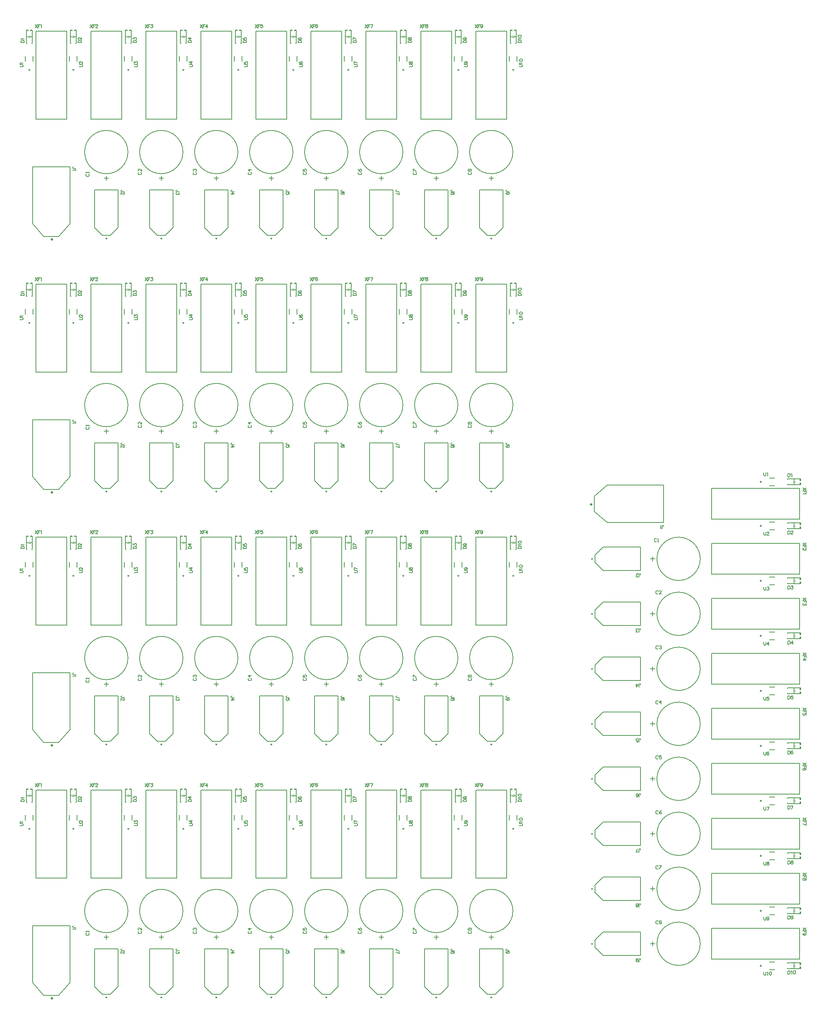
<source format=gto>
G04*
G04 #@! TF.GenerationSoftware,Altium Limited,Altium Designer,22.0.2 (36)*
G04*
G04 Layer_Color=65535*
%FSLAX44Y44*%
%MOMM*%
G71*
G04*
G04 #@! TF.SameCoordinates,7D7719C0-51A1-41A7-90C6-739A12DC03E5*
G04*
G04*
G04 #@! TF.FilePolarity,Positive*
G04*
G01*
G75*
%ADD10C,0.2540*%
%ADD13C,0.1270*%
%ADD28C,0.2000*%
%ADD29C,0.2500*%
%ADD30C,0.3000*%
%ADD31C,0.1000*%
%ADD32C,0.1500*%
D10*
X647900Y142720D02*
G03*
X647900Y142720I-1000J0D01*
G01*
X1028900D02*
G03*
X1028900Y142720I-1000J0D01*
G01*
X1282900D02*
G03*
X1282900Y142720I-1000J0D01*
G01*
X1155900D02*
G03*
X1155900Y142720I-1000J0D01*
G01*
X774900D02*
G03*
X774900Y142720I-1000J0D01*
G01*
X901900D02*
G03*
X901900Y142720I-1000J0D01*
G01*
X520900D02*
G03*
X520900Y142720I-1000J0D01*
G01*
X393900D02*
G03*
X393900Y142720I-1000J0D01*
G01*
X647900Y726920D02*
G03*
X647900Y726920I-1000J0D01*
G01*
X1028900D02*
G03*
X1028900Y726920I-1000J0D01*
G01*
X1282900D02*
G03*
X1282900Y726920I-1000J0D01*
G01*
X1155900D02*
G03*
X1155900Y726920I-1000J0D01*
G01*
X774900D02*
G03*
X774900Y726920I-1000J0D01*
G01*
X901900D02*
G03*
X901900Y726920I-1000J0D01*
G01*
X520900D02*
G03*
X520900Y726920I-1000J0D01*
G01*
X393900D02*
G03*
X393900Y726920I-1000J0D01*
G01*
X647900Y1311120D02*
G03*
X647900Y1311120I-1000J0D01*
G01*
X1028900D02*
G03*
X1028900Y1311120I-1000J0D01*
G01*
X1282900D02*
G03*
X1282900Y1311120I-1000J0D01*
G01*
X1155900D02*
G03*
X1155900Y1311120I-1000J0D01*
G01*
X774900D02*
G03*
X774900Y1311120I-1000J0D01*
G01*
X901900D02*
G03*
X901900Y1311120I-1000J0D01*
G01*
X520900D02*
G03*
X520900Y1311120I-1000J0D01*
G01*
X393900D02*
G03*
X393900Y1311120I-1000J0D01*
G01*
X647900Y1895320D02*
G03*
X647900Y1895320I-1000J0D01*
G01*
X1028900D02*
G03*
X1028900Y1895320I-1000J0D01*
G01*
X1282900D02*
G03*
X1282900Y1895320I-1000J0D01*
G01*
X1155900D02*
G03*
X1155900Y1895320I-1000J0D01*
G01*
X774900D02*
G03*
X774900Y1895320I-1000J0D01*
G01*
X901900D02*
G03*
X901900Y1895320I-1000J0D01*
G01*
X520900D02*
G03*
X520900Y1895320I-1000J0D01*
G01*
X393900D02*
G03*
X393900Y1895320I-1000J0D01*
G01*
X1514800Y900700D02*
G03*
X1514800Y900700I0J1000D01*
G01*
Y519700D02*
G03*
X1514800Y519700I0J1000D01*
G01*
Y265700D02*
G03*
X1514800Y265700I0J1000D01*
G01*
Y392700D02*
G03*
X1514800Y392700I0J1000D01*
G01*
Y773700D02*
G03*
X1514800Y773700I0J1000D01*
G01*
Y646700D02*
G03*
X1514800Y646700I0J1000D01*
G01*
Y1027700D02*
G03*
X1514800Y1027700I0J1000D01*
G01*
Y1154700D02*
G03*
X1514800Y1154700I0J1000D01*
G01*
D13*
X1119340Y621820D02*
X1190460D01*
X1119340Y418620D02*
Y621820D01*
Y418620D02*
X1190460D01*
Y621820D01*
X484340D02*
X555460D01*
X484340Y418620D02*
Y621820D01*
Y418620D02*
X555460D01*
Y621820D01*
X655900Y149720D02*
X657900Y151720D01*
X637900Y149720D02*
X655900D01*
X619900Y167720D02*
Y254720D01*
Y167720D02*
X637900Y149720D01*
X619900Y254720D02*
X673900D01*
Y167720D02*
Y254720D01*
X657900Y151720D02*
X673900Y167720D01*
X248577Y147856D02*
X283223D01*
X309080Y177120D01*
Y308130D01*
X222720D02*
X309080D01*
X222720Y177138D02*
Y308130D01*
Y177138D02*
X248577Y147856D01*
X230340Y418620D02*
Y621820D01*
X301460D01*
Y418620D02*
Y621820D01*
X230340Y418620D02*
X301460D01*
X1036900Y149720D02*
X1038900Y151720D01*
X1018900Y149720D02*
X1036900D01*
X1000900Y167720D02*
Y254720D01*
Y167720D02*
X1018900Y149720D01*
X1000900Y254720D02*
X1054900D01*
Y167720D02*
Y254720D01*
X1038900Y151720D02*
X1054900Y167720D01*
X1290900Y149720D02*
X1292900Y151720D01*
X1272900Y149720D02*
X1290900D01*
X1254900Y167720D02*
Y254720D01*
Y167720D02*
X1272900Y149720D01*
X1254900Y254720D02*
X1308900D01*
Y167720D02*
Y254720D01*
X1292900Y151720D02*
X1308900Y167720D01*
X1165900Y151720D02*
X1181900Y167720D01*
Y254720D01*
X1127900D02*
X1181900D01*
X1127900Y167720D02*
X1145900Y149720D01*
X1127900Y167720D02*
Y254720D01*
X1145900Y149720D02*
X1163900D01*
X1165900Y151720D01*
X782900Y149720D02*
X784900Y151720D01*
X764900Y149720D02*
X782900D01*
X746900Y167720D02*
Y254720D01*
Y167720D02*
X764900Y149720D01*
X746900Y254720D02*
X800900D01*
Y167720D02*
Y254720D01*
X784900Y151720D02*
X800900Y167720D01*
X911900Y151720D02*
X927900Y167720D01*
Y254720D01*
X873900D02*
X927900D01*
X873900Y167720D02*
X891900Y149720D01*
X873900Y167720D02*
Y254720D01*
X891900Y149720D02*
X909900D01*
X911900Y151720D01*
X528900Y149720D02*
X530900Y151720D01*
X510900Y149720D02*
X528900D01*
X492900Y167720D02*
Y254720D01*
Y167720D02*
X510900Y149720D01*
X492900Y254720D02*
X546900D01*
Y167720D02*
Y254720D01*
X530900Y151720D02*
X546900Y167720D01*
X403900Y151720D02*
X419900Y167720D01*
Y254720D01*
X365900D02*
X419900D01*
X365900Y167720D02*
X383900Y149720D01*
X365900Y167720D02*
Y254720D01*
X383900Y149720D02*
X401900D01*
X403900Y151720D01*
X936460Y418620D02*
Y621820D01*
X865340Y418620D02*
X936460D01*
X865340D02*
Y621820D01*
X936460D01*
X809460Y418620D02*
Y621820D01*
X738340Y418620D02*
X809460D01*
X738340D02*
Y621820D01*
X809460D01*
X1317460Y418620D02*
Y621820D01*
X1246340Y418620D02*
X1317460D01*
X1246340D02*
Y621820D01*
X1317460D01*
X1063460Y418620D02*
Y621820D01*
X992340Y418620D02*
X1063460D01*
X992340D02*
Y621820D01*
X1063460D01*
X428460Y418620D02*
Y621820D01*
X357340Y418620D02*
X428460D01*
X357340D02*
Y621820D01*
X428460D01*
X682460Y418620D02*
Y621820D01*
X611340Y418620D02*
X682460D01*
X611340D02*
Y621820D01*
X682460D01*
X1229832Y295432D02*
X1228562Y294163D01*
Y291624D01*
X1229832Y290354D01*
X1234910D01*
X1236180Y291624D01*
Y294163D01*
X1234910Y295432D01*
X1229832Y297972D02*
X1228562Y299241D01*
Y301780D01*
X1229832Y303050D01*
X1231102D01*
X1232371Y301780D01*
X1233641Y303050D01*
X1234910D01*
X1236180Y301780D01*
Y299241D01*
X1234910Y297972D01*
X1233641D01*
X1232371Y299241D01*
X1231102Y297972D01*
X1229832D01*
X1232371Y299241D02*
Y301780D01*
X1102832Y295432D02*
X1101562Y294163D01*
Y291624D01*
X1102832Y290354D01*
X1107910D01*
X1109180Y291624D01*
Y294163D01*
X1107910Y295432D01*
X1101562Y297972D02*
Y303050D01*
X1102832D01*
X1107910Y297972D01*
X1109180D01*
X975832Y295432D02*
X974563Y294163D01*
Y291624D01*
X975832Y290354D01*
X980910D01*
X982180Y291624D01*
Y294163D01*
X980910Y295432D01*
X974563Y303050D02*
X975832Y300511D01*
X978371Y297972D01*
X980910D01*
X982180Y299241D01*
Y301780D01*
X980910Y303050D01*
X979641D01*
X978371Y301780D01*
Y297972D01*
X848832Y295432D02*
X847562Y294163D01*
Y291624D01*
X848832Y290354D01*
X853910D01*
X855180Y291624D01*
Y294163D01*
X853910Y295432D01*
X847562Y303050D02*
Y297972D01*
X851371D01*
X850102Y300511D01*
Y301780D01*
X851371Y303050D01*
X853910D01*
X855180Y301780D01*
Y299241D01*
X853910Y297972D01*
X721832Y295432D02*
X720563Y294163D01*
Y291624D01*
X721832Y290354D01*
X726910D01*
X728180Y291624D01*
Y294163D01*
X726910Y295432D01*
X728180Y301780D02*
X720563D01*
X724371Y297972D01*
Y303050D01*
X594832Y295432D02*
X593563Y294163D01*
Y291624D01*
X594832Y290354D01*
X599910D01*
X601180Y291624D01*
Y294163D01*
X599910Y295432D01*
X594832Y297972D02*
X593563Y299241D01*
Y301780D01*
X594832Y303050D01*
X596102D01*
X597371Y301780D01*
Y300511D01*
Y301780D01*
X598641Y303050D01*
X599910D01*
X601180Y301780D01*
Y299241D01*
X599910Y297972D01*
X467832Y295432D02*
X466562Y294163D01*
Y291624D01*
X467832Y290354D01*
X472910D01*
X474180Y291624D01*
Y294163D01*
X472910Y295432D01*
X474180Y303050D02*
Y297972D01*
X469102Y303050D01*
X467832D01*
X466562Y301780D01*
Y299241D01*
X467832Y297972D01*
X347182Y291622D02*
X345913Y290352D01*
Y287813D01*
X347182Y286543D01*
X352260D01*
X353530Y287813D01*
Y290352D01*
X352260Y291622D01*
X353530Y294161D02*
Y296700D01*
Y295430D01*
X345913D01*
X347182Y294161D01*
X1346670Y539270D02*
X1352112D01*
X1353200Y539633D01*
X1353926Y540358D01*
X1354288Y541447D01*
Y542172D01*
X1353926Y543261D01*
X1353200Y543986D01*
X1352112Y544349D01*
X1346670D01*
X1348121Y546453D02*
X1347758Y547179D01*
X1346670Y548267D01*
X1354288D01*
X1346670Y554216D02*
X1347033Y553128D01*
X1348121Y552403D01*
X1349935Y552040D01*
X1351023D01*
X1352837Y552403D01*
X1353926Y553128D01*
X1354288Y554216D01*
Y554942D01*
X1353926Y556030D01*
X1352837Y556756D01*
X1351023Y557119D01*
X1349935D01*
X1348121Y556756D01*
X1347033Y556030D01*
X1346670Y554942D01*
Y554216D01*
X1219670Y539270D02*
X1225112D01*
X1226200Y539633D01*
X1226926Y540358D01*
X1227288Y541447D01*
Y542172D01*
X1226926Y543261D01*
X1226200Y543986D01*
X1225112Y544349D01*
X1219670D01*
X1222209Y551169D02*
X1223298Y550806D01*
X1224023Y550081D01*
X1224386Y548993D01*
Y548630D01*
X1224023Y547541D01*
X1223298Y546816D01*
X1222209Y546453D01*
X1221847D01*
X1220758Y546816D01*
X1220033Y547541D01*
X1219670Y548630D01*
Y548993D01*
X1220033Y550081D01*
X1220758Y550806D01*
X1222209Y551169D01*
X1224023D01*
X1225837Y550806D01*
X1226926Y550081D01*
X1227288Y548993D01*
Y548267D01*
X1226926Y547179D01*
X1226200Y546816D01*
X1092670Y539270D02*
X1098112D01*
X1099200Y539633D01*
X1099926Y540358D01*
X1100288Y541447D01*
Y542172D01*
X1099926Y543261D01*
X1099200Y543986D01*
X1098112Y544349D01*
X1092670D01*
Y548267D02*
X1093033Y547179D01*
X1093758Y546816D01*
X1094484D01*
X1095210Y547179D01*
X1095572Y547904D01*
X1095935Y549355D01*
X1096298Y550444D01*
X1097023Y551169D01*
X1097749Y551532D01*
X1098837D01*
X1099563Y551169D01*
X1099926Y550806D01*
X1100288Y549718D01*
Y548267D01*
X1099926Y547179D01*
X1099563Y546816D01*
X1098837Y546453D01*
X1097749D01*
X1097023Y546816D01*
X1096298Y547541D01*
X1095935Y548630D01*
X1095572Y550081D01*
X1095210Y550806D01*
X1094484Y551169D01*
X1093758D01*
X1093033Y550806D01*
X1092670Y549718D01*
Y548267D01*
X965670Y539270D02*
X971112D01*
X972200Y539633D01*
X972926Y540358D01*
X973288Y541447D01*
Y542172D01*
X972926Y543261D01*
X972200Y543986D01*
X971112Y544349D01*
X965670D01*
Y551532D02*
X973288Y547904D01*
X965670Y546453D02*
Y551532D01*
X838670Y539270D02*
X844112D01*
X845200Y539633D01*
X845926Y540358D01*
X846288Y541447D01*
Y542172D01*
X845926Y543261D01*
X845200Y543986D01*
X844112Y544349D01*
X838670D01*
X839758Y550806D02*
X839033Y550444D01*
X838670Y549355D01*
Y548630D01*
X839033Y547541D01*
X840121Y546816D01*
X841935Y546453D01*
X843749D01*
X845200Y546816D01*
X845926Y547541D01*
X846288Y548630D01*
Y548993D01*
X845926Y550081D01*
X845200Y550806D01*
X844112Y551169D01*
X843749D01*
X842661Y550806D01*
X841935Y550081D01*
X841572Y548993D01*
Y548630D01*
X841935Y547541D01*
X842661Y546816D01*
X843749Y546453D01*
X711670Y539270D02*
X717112D01*
X718200Y539633D01*
X718926Y540358D01*
X719288Y541447D01*
Y542172D01*
X718926Y543261D01*
X718200Y543986D01*
X717112Y544349D01*
X711670D01*
Y550806D02*
Y547179D01*
X714935Y546816D01*
X714572Y547179D01*
X714210Y548267D01*
Y549355D01*
X714572Y550444D01*
X715298Y551169D01*
X716386Y551532D01*
X717112D01*
X718200Y551169D01*
X718926Y550444D01*
X719288Y549355D01*
Y548267D01*
X718926Y547179D01*
X718563Y546816D01*
X717837Y546453D01*
X584670Y539270D02*
X590112D01*
X591200Y539633D01*
X591926Y540358D01*
X592288Y541447D01*
Y542172D01*
X591926Y543261D01*
X591200Y543986D01*
X590112Y544349D01*
X584670D01*
Y550081D02*
X589749Y546453D01*
Y551895D01*
X584670Y550081D02*
X592288D01*
X457670Y539270D02*
X463112D01*
X464200Y539633D01*
X464926Y540358D01*
X465288Y541447D01*
Y542172D01*
X464926Y543261D01*
X464200Y543986D01*
X463112Y544349D01*
X457670D01*
Y547179D02*
Y551169D01*
X460572Y548993D01*
Y550081D01*
X460935Y550806D01*
X461298Y551169D01*
X462386Y551532D01*
X463112D01*
X464200Y551169D01*
X464926Y550444D01*
X465288Y549355D01*
Y548267D01*
X464926Y547179D01*
X464563Y546816D01*
X463837Y546453D01*
X330670Y539270D02*
X336112D01*
X337200Y539633D01*
X337926Y540358D01*
X338288Y541447D01*
Y542172D01*
X337926Y543261D01*
X337200Y543986D01*
X336112Y544349D01*
X330670D01*
X332484Y546816D02*
X332121D01*
X331396Y547179D01*
X331033Y547541D01*
X330670Y548267D01*
Y549718D01*
X331033Y550444D01*
X331396Y550806D01*
X332121Y551169D01*
X332847D01*
X333572Y550806D01*
X334661Y550081D01*
X338288Y546453D01*
Y551532D01*
X193512Y539270D02*
X198953D01*
X200042Y539633D01*
X200767Y540358D01*
X201130Y541447D01*
Y542172D01*
X200767Y543261D01*
X200042Y543986D01*
X198953Y544349D01*
X193512D01*
X194963Y546453D02*
X194600Y547179D01*
X193512Y548267D01*
X201130D01*
X328130Y595150D02*
X335748D01*
X328130D02*
Y597690D01*
X328493Y598778D01*
X329218Y599503D01*
X329944Y599866D01*
X331032Y600229D01*
X332846D01*
X333935Y599866D01*
X334660Y599503D01*
X335386Y598778D01*
X335748Y597690D01*
Y595150D01*
X329944Y602297D02*
X329581D01*
X328856Y602660D01*
X328493Y603022D01*
X328130Y603748D01*
Y605199D01*
X328493Y605925D01*
X328856Y606287D01*
X329581Y606650D01*
X330307D01*
X331032Y606287D01*
X332121Y605562D01*
X335748Y601934D01*
Y607013D01*
X196052Y595150D02*
X203670D01*
X196052D02*
Y597690D01*
X196414Y598778D01*
X197140Y599503D01*
X197866Y599866D01*
X198954Y600229D01*
X200768D01*
X201856Y599866D01*
X202582Y599503D01*
X203307Y598778D01*
X203670Y597690D01*
Y595150D01*
X197503Y601934D02*
X197140Y602660D01*
X196052Y603748D01*
X203670D01*
X229070Y637058D02*
X234149Y629440D01*
Y637058D02*
X229070Y629440D01*
X235854Y637058D02*
Y629440D01*
Y637058D02*
X240570D01*
X235854Y633431D02*
X238756D01*
X241441Y635607D02*
X242166Y635970D01*
X243255Y637058D01*
Y629440D01*
X688808Y251162D02*
X683004D01*
X681916Y251525D01*
X681553Y251888D01*
X681190Y252613D01*
Y253339D01*
X681553Y254065D01*
X681916Y254427D01*
X683004Y254790D01*
X683729D01*
X688808Y245575D02*
X683729Y249203D01*
Y243762D01*
X688808Y245575D02*
X681190D01*
X582130Y595150D02*
X589748D01*
X582130D02*
Y597690D01*
X582493Y598778D01*
X583218Y599503D01*
X583944Y599866D01*
X585032Y600229D01*
X586846D01*
X587934Y599866D01*
X588660Y599503D01*
X589386Y598778D01*
X589748Y597690D01*
Y595150D01*
X582130Y605562D02*
X587209Y601934D01*
Y607376D01*
X582130Y605562D02*
X589748D01*
X1196808Y251162D02*
X1191004D01*
X1189916Y251525D01*
X1189553Y251888D01*
X1189190Y252613D01*
Y253339D01*
X1189553Y254065D01*
X1189916Y254427D01*
X1191004Y254790D01*
X1191730D01*
X1196808Y247389D02*
X1196446Y248478D01*
X1195720Y248840D01*
X1194995D01*
X1194269Y248478D01*
X1193906Y247752D01*
X1193543Y246301D01*
X1193181Y245213D01*
X1192455Y244487D01*
X1191730Y244124D01*
X1190641D01*
X1189916Y244487D01*
X1189553Y244850D01*
X1189190Y245938D01*
Y247389D01*
X1189553Y248478D01*
X1189916Y248840D01*
X1190641Y249203D01*
X1191730D01*
X1192455Y248840D01*
X1193181Y248115D01*
X1193543Y247027D01*
X1193906Y245575D01*
X1194269Y244850D01*
X1194995Y244487D01*
X1195720D01*
X1196446Y244850D01*
X1196808Y245938D01*
Y247389D01*
X942808Y251162D02*
X937004D01*
X935916Y251525D01*
X935553Y251888D01*
X935190Y252613D01*
Y253339D01*
X935553Y254065D01*
X935916Y254427D01*
X937004Y254790D01*
X937729D01*
X941720Y244850D02*
X942446Y245213D01*
X942808Y246301D01*
Y247027D01*
X942446Y248115D01*
X941357Y248840D01*
X939543Y249203D01*
X937729D01*
X936278Y248840D01*
X935553Y248115D01*
X935190Y247027D01*
Y246664D01*
X935553Y245575D01*
X936278Y244850D01*
X937367Y244487D01*
X937729D01*
X938818Y244850D01*
X939543Y245575D01*
X939906Y246664D01*
Y247027D01*
X939543Y248115D01*
X938818Y248840D01*
X937729Y249203D01*
X323048Y304502D02*
X317244D01*
X316156Y304865D01*
X315793Y305228D01*
X315430Y305953D01*
Y306679D01*
X315793Y307404D01*
X316156Y307767D01*
X317244Y308130D01*
X317969D01*
X321597Y302543D02*
X321960Y301818D01*
X323048Y300729D01*
X315430D01*
X434808Y251162D02*
X429004D01*
X427916Y251525D01*
X427553Y251888D01*
X427190Y252613D01*
Y253339D01*
X427553Y254065D01*
X427916Y254427D01*
X429004Y254790D01*
X429729D01*
X432994Y248840D02*
X433357D01*
X434083Y248478D01*
X434446Y248115D01*
X434808Y247389D01*
Y245938D01*
X434446Y245213D01*
X434083Y244850D01*
X433357Y244487D01*
X432632D01*
X431906Y244850D01*
X430818Y245575D01*
X427190Y249203D01*
Y244124D01*
X1245070Y637058D02*
X1250149Y629440D01*
Y637058D02*
X1245070Y629440D01*
X1251854Y637058D02*
Y629440D01*
Y637058D02*
X1256570D01*
X1251854Y633431D02*
X1254756D01*
X1262157Y634519D02*
X1261794Y633431D01*
X1261069Y632705D01*
X1259980Y632342D01*
X1259617D01*
X1258529Y632705D01*
X1257804Y633431D01*
X1257441Y634519D01*
Y634882D01*
X1257804Y635970D01*
X1258529Y636696D01*
X1259617Y637058D01*
X1259980D01*
X1261069Y636696D01*
X1261794Y635970D01*
X1262157Y634519D01*
Y632705D01*
X1261794Y630891D01*
X1261069Y629803D01*
X1259980Y629440D01*
X1259255D01*
X1258166Y629803D01*
X1257804Y630528D01*
X1118070Y637058D02*
X1123149Y629440D01*
Y637058D02*
X1118070Y629440D01*
X1124854Y637058D02*
Y629440D01*
Y637058D02*
X1129570D01*
X1124854Y633431D02*
X1127756D01*
X1132255Y637058D02*
X1131166Y636696D01*
X1130804Y635970D01*
Y635244D01*
X1131166Y634519D01*
X1131892Y634156D01*
X1133343Y633793D01*
X1134431Y633431D01*
X1135157Y632705D01*
X1135520Y631979D01*
Y630891D01*
X1135157Y630166D01*
X1134794Y629803D01*
X1133706Y629440D01*
X1132255D01*
X1131166Y629803D01*
X1130804Y630166D01*
X1130441Y630891D01*
Y631979D01*
X1130804Y632705D01*
X1131529Y633431D01*
X1132617Y633793D01*
X1134069Y634156D01*
X1134794Y634519D01*
X1135157Y635244D01*
Y635970D01*
X1134794Y636696D01*
X1133706Y637058D01*
X1132255D01*
X991070D02*
X996149Y629440D01*
Y637058D02*
X991070Y629440D01*
X997854Y637058D02*
Y629440D01*
Y637058D02*
X1002570D01*
X997854Y633431D02*
X1000756D01*
X1008520Y637058D02*
X1004892Y629440D01*
X1003441Y637058D02*
X1008520D01*
X864070D02*
X869149Y629440D01*
Y637058D02*
X864070Y629440D01*
X870854Y637058D02*
Y629440D01*
Y637058D02*
X875570D01*
X870854Y633431D02*
X873756D01*
X880794Y635970D02*
X880431Y636696D01*
X879343Y637058D01*
X878617D01*
X877529Y636696D01*
X876804Y635607D01*
X876441Y633793D01*
Y631979D01*
X876804Y630528D01*
X877529Y629803D01*
X878617Y629440D01*
X878980D01*
X880069Y629803D01*
X880794Y630528D01*
X881157Y631617D01*
Y631979D01*
X880794Y633068D01*
X880069Y633793D01*
X878980Y634156D01*
X878617D01*
X877529Y633793D01*
X876804Y633068D01*
X876441Y631979D01*
X737070Y637058D02*
X742149Y629440D01*
Y637058D02*
X737070Y629440D01*
X743854Y637058D02*
Y629440D01*
Y637058D02*
X748570D01*
X743854Y633431D02*
X746756D01*
X753794Y637058D02*
X750166D01*
X749804Y633793D01*
X750166Y634156D01*
X751255Y634519D01*
X752343D01*
X753431Y634156D01*
X754157Y633431D01*
X754520Y632342D01*
Y631617D01*
X754157Y630528D01*
X753431Y629803D01*
X752343Y629440D01*
X751255D01*
X750166Y629803D01*
X749804Y630166D01*
X749441Y630891D01*
X610070Y637058D02*
X615149Y629440D01*
Y637058D02*
X610070Y629440D01*
X616854Y637058D02*
Y629440D01*
Y637058D02*
X621570D01*
X616854Y633431D02*
X619756D01*
X626069Y637058D02*
X622441Y631979D01*
X627882D01*
X626069Y637058D02*
Y629440D01*
X483070Y637058D02*
X488149Y629440D01*
Y637058D02*
X483070Y629440D01*
X489854Y637058D02*
Y629440D01*
Y637058D02*
X494570D01*
X489854Y633431D02*
X492756D01*
X496166Y637058D02*
X500157D01*
X497980Y634156D01*
X499069D01*
X499794Y633793D01*
X500157Y633431D01*
X500520Y632342D01*
Y631617D01*
X500157Y630528D01*
X499431Y629803D01*
X498343Y629440D01*
X497255D01*
X496166Y629803D01*
X495804Y630166D01*
X495441Y630891D01*
X356070Y637058D02*
X361149Y629440D01*
Y637058D02*
X356070Y629440D01*
X362854Y637058D02*
Y629440D01*
Y637058D02*
X367570D01*
X362854Y633431D02*
X365756D01*
X368804Y635244D02*
Y635607D01*
X369166Y636333D01*
X369529Y636696D01*
X370255Y637058D01*
X371706D01*
X372431Y636696D01*
X372794Y636333D01*
X373157Y635607D01*
Y634882D01*
X372794Y634156D01*
X372069Y633068D01*
X368441Y629440D01*
X373520D01*
X1323808Y251162D02*
X1318004D01*
X1316916Y251525D01*
X1316553Y251888D01*
X1316190Y252613D01*
Y253339D01*
X1316553Y254064D01*
X1316916Y254427D01*
X1318004Y254790D01*
X1318730D01*
X1321269Y244487D02*
X1320181Y244850D01*
X1319455Y245575D01*
X1319092Y246664D01*
Y247027D01*
X1319455Y248115D01*
X1320181Y248840D01*
X1321269Y249203D01*
X1321632D01*
X1322720Y248840D01*
X1323446Y248115D01*
X1323808Y247027D01*
Y246664D01*
X1323446Y245575D01*
X1322720Y244850D01*
X1321269Y244487D01*
X1319455D01*
X1317641Y244850D01*
X1316553Y245575D01*
X1316190Y246664D01*
Y247389D01*
X1316553Y248478D01*
X1317278Y248840D01*
X1069808Y251162D02*
X1064004D01*
X1062916Y251525D01*
X1062553Y251888D01*
X1062190Y252613D01*
Y253339D01*
X1062553Y254065D01*
X1062916Y254427D01*
X1064004Y254790D01*
X1064730D01*
X1069808Y244124D02*
X1062190Y247752D01*
X1069808Y249203D02*
Y244124D01*
X815808Y251162D02*
X810004D01*
X808916Y251525D01*
X808553Y251888D01*
X808190Y252613D01*
Y253339D01*
X808553Y254065D01*
X808916Y254427D01*
X810004Y254790D01*
X810730D01*
X815808Y244850D02*
Y248478D01*
X812543Y248840D01*
X812906Y248478D01*
X813269Y247389D01*
Y246301D01*
X812906Y245213D01*
X812181Y244487D01*
X811092Y244124D01*
X810367D01*
X809278Y244487D01*
X808553Y245213D01*
X808190Y246301D01*
Y247389D01*
X808553Y248478D01*
X808916Y248840D01*
X809641Y249203D01*
X561808Y251162D02*
X556004D01*
X554916Y251525D01*
X554553Y251888D01*
X554190Y252613D01*
Y253339D01*
X554553Y254065D01*
X554916Y254427D01*
X556004Y254790D01*
X556730D01*
X561808Y248478D02*
Y244487D01*
X558906Y246664D01*
Y245575D01*
X558543Y244850D01*
X558181Y244487D01*
X557092Y244124D01*
X556367D01*
X555278Y244487D01*
X554553Y245213D01*
X554190Y246301D01*
Y247389D01*
X554553Y248478D01*
X554916Y248840D01*
X555641Y249203D01*
X1344130Y595150D02*
X1351748D01*
X1344130D02*
Y597690D01*
X1344493Y598778D01*
X1345218Y599503D01*
X1345944Y599866D01*
X1347032Y600229D01*
X1348846D01*
X1349935Y599866D01*
X1350660Y599503D01*
X1351386Y598778D01*
X1351748Y597690D01*
Y595150D01*
X1345581Y601934D02*
X1345218Y602660D01*
X1344130Y603748D01*
X1351748D01*
X1344130Y609697D02*
X1344493Y608609D01*
X1345581Y607884D01*
X1347395Y607521D01*
X1348483D01*
X1350297Y607884D01*
X1351386Y608609D01*
X1351748Y609697D01*
Y610423D01*
X1351386Y611511D01*
X1350297Y612237D01*
X1348483Y612600D01*
X1347395D01*
X1345581Y612237D01*
X1344493Y611511D01*
X1344130Y610423D01*
Y609697D01*
X1217130Y595150D02*
X1224748D01*
X1217130D02*
Y597690D01*
X1217493Y598778D01*
X1218218Y599503D01*
X1218944Y599866D01*
X1220032Y600229D01*
X1221846D01*
X1222934Y599866D01*
X1223660Y599503D01*
X1224386Y598778D01*
X1224748Y597690D01*
Y595150D01*
X1219669Y606650D02*
X1220758Y606287D01*
X1221483Y605562D01*
X1221846Y604473D01*
Y604111D01*
X1221483Y603022D01*
X1220758Y602297D01*
X1219669Y601934D01*
X1219307D01*
X1218218Y602297D01*
X1217493Y603022D01*
X1217130Y604111D01*
Y604473D01*
X1217493Y605562D01*
X1218218Y606287D01*
X1219669Y606650D01*
X1221483D01*
X1223297Y606287D01*
X1224386Y605562D01*
X1224748Y604473D01*
Y603748D01*
X1224386Y602660D01*
X1223660Y602297D01*
X1090130Y595150D02*
X1097748D01*
X1090130D02*
Y597690D01*
X1090493Y598778D01*
X1091218Y599503D01*
X1091944Y599866D01*
X1093032Y600229D01*
X1094846D01*
X1095935Y599866D01*
X1096660Y599503D01*
X1097386Y598778D01*
X1097748Y597690D01*
Y595150D01*
X1090130Y603748D02*
X1090493Y602660D01*
X1091218Y602297D01*
X1091944D01*
X1092670Y602660D01*
X1093032Y603385D01*
X1093395Y604836D01*
X1093758Y605925D01*
X1094483Y606650D01*
X1095209Y607013D01*
X1096297D01*
X1097023Y606650D01*
X1097386Y606287D01*
X1097748Y605199D01*
Y603748D01*
X1097386Y602660D01*
X1097023Y602297D01*
X1096297Y601934D01*
X1095209D01*
X1094483Y602297D01*
X1093758Y603022D01*
X1093395Y604111D01*
X1093032Y605562D01*
X1092670Y606287D01*
X1091944Y606650D01*
X1091218D01*
X1090493Y606287D01*
X1090130Y605199D01*
Y603748D01*
X963130Y595150D02*
X970748D01*
X963130D02*
Y597690D01*
X963493Y598778D01*
X964218Y599503D01*
X964944Y599866D01*
X966032Y600229D01*
X967846D01*
X968934Y599866D01*
X969660Y599503D01*
X970386Y598778D01*
X970748Y597690D01*
Y595150D01*
X963130Y607013D02*
X970748Y603385D01*
X963130Y601934D02*
Y607013D01*
X836130Y595150D02*
X843748D01*
X836130D02*
Y597690D01*
X836493Y598778D01*
X837218Y599503D01*
X837944Y599866D01*
X839032Y600229D01*
X840846D01*
X841935Y599866D01*
X842660Y599503D01*
X843386Y598778D01*
X843748Y597690D01*
Y595150D01*
X837218Y606287D02*
X836493Y605925D01*
X836130Y604836D01*
Y604111D01*
X836493Y603022D01*
X837581Y602297D01*
X839395Y601934D01*
X841209D01*
X842660Y602297D01*
X843386Y603022D01*
X843748Y604111D01*
Y604473D01*
X843386Y605562D01*
X842660Y606287D01*
X841572Y606650D01*
X841209D01*
X840121Y606287D01*
X839395Y605562D01*
X839032Y604473D01*
Y604111D01*
X839395Y603022D01*
X840121Y602297D01*
X841209Y601934D01*
X709130Y595150D02*
X716748D01*
X709130D02*
Y597690D01*
X709493Y598778D01*
X710218Y599503D01*
X710944Y599866D01*
X712032Y600229D01*
X713846D01*
X714934Y599866D01*
X715660Y599503D01*
X716386Y598778D01*
X716748Y597690D01*
Y595150D01*
X709130Y606287D02*
Y602660D01*
X712395Y602297D01*
X712032Y602660D01*
X711669Y603748D01*
Y604836D01*
X712032Y605925D01*
X712758Y606650D01*
X713846Y607013D01*
X714572D01*
X715660Y606650D01*
X716386Y605925D01*
X716748Y604836D01*
Y603748D01*
X716386Y602660D01*
X716023Y602297D01*
X715297Y601934D01*
X455130Y595150D02*
X462748D01*
X455130D02*
Y597690D01*
X455493Y598778D01*
X456218Y599503D01*
X456944Y599866D01*
X458032Y600229D01*
X459846D01*
X460934Y599866D01*
X461660Y599503D01*
X462386Y598778D01*
X462748Y597690D01*
Y595150D01*
X455130Y602660D02*
Y606650D01*
X458032Y604473D01*
Y605562D01*
X458395Y606287D01*
X458758Y606650D01*
X459846Y607013D01*
X460572D01*
X461660Y606650D01*
X462386Y605925D01*
X462748Y604836D01*
Y603748D01*
X462386Y602660D01*
X462023Y602297D01*
X461297Y601934D01*
X1119340Y1206020D02*
X1190460D01*
X1119340Y1002820D02*
Y1206020D01*
Y1002820D02*
X1190460D01*
Y1206020D01*
X484340D02*
X555460D01*
X484340Y1002820D02*
Y1206020D01*
Y1002820D02*
X555460D01*
Y1206020D01*
X655900Y733920D02*
X657900Y735920D01*
X637900Y733920D02*
X655900D01*
X619900Y751920D02*
Y838920D01*
Y751920D02*
X637900Y733920D01*
X619900Y838920D02*
X673900D01*
Y751920D02*
Y838920D01*
X657900Y735920D02*
X673900Y751920D01*
X248577Y732056D02*
X283223D01*
X309080Y761320D01*
Y892330D01*
X222720D02*
X309080D01*
X222720Y761338D02*
Y892330D01*
Y761338D02*
X248577Y732056D01*
X230340Y1002820D02*
Y1206020D01*
X301460D01*
Y1002820D02*
Y1206020D01*
X230340Y1002820D02*
X301460D01*
X1036900Y733920D02*
X1038900Y735920D01*
X1018900Y733920D02*
X1036900D01*
X1000900Y751920D02*
Y838920D01*
Y751920D02*
X1018900Y733920D01*
X1000900Y838920D02*
X1054900D01*
Y751920D02*
Y838920D01*
X1038900Y735920D02*
X1054900Y751920D01*
X1290900Y733920D02*
X1292900Y735920D01*
X1272900Y733920D02*
X1290900D01*
X1254900Y751920D02*
Y838920D01*
Y751920D02*
X1272900Y733920D01*
X1254900Y838920D02*
X1308900D01*
Y751920D02*
Y838920D01*
X1292900Y735920D02*
X1308900Y751920D01*
X1165900Y735920D02*
X1181900Y751920D01*
Y838920D01*
X1127900D02*
X1181900D01*
X1127900Y751920D02*
X1145900Y733920D01*
X1127900Y751920D02*
Y838920D01*
X1145900Y733920D02*
X1163900D01*
X1165900Y735920D01*
X782900Y733920D02*
X784900Y735920D01*
X764900Y733920D02*
X782900D01*
X746900Y751920D02*
Y838920D01*
Y751920D02*
X764900Y733920D01*
X746900Y838920D02*
X800900D01*
Y751920D02*
Y838920D01*
X784900Y735920D02*
X800900Y751920D01*
X911900Y735920D02*
X927900Y751920D01*
Y838920D01*
X873900D02*
X927900D01*
X873900Y751920D02*
X891900Y733920D01*
X873900Y751920D02*
Y838920D01*
X891900Y733920D02*
X909900D01*
X911900Y735920D01*
X528900Y733920D02*
X530900Y735920D01*
X510900Y733920D02*
X528900D01*
X492900Y751920D02*
Y838920D01*
Y751920D02*
X510900Y733920D01*
X492900Y838920D02*
X546900D01*
Y751920D02*
Y838920D01*
X530900Y735920D02*
X546900Y751920D01*
X403900Y735920D02*
X419900Y751920D01*
Y838920D01*
X365900D02*
X419900D01*
X365900Y751920D02*
X383900Y733920D01*
X365900Y751920D02*
Y838920D01*
X383900Y733920D02*
X401900D01*
X403900Y735920D01*
X936460Y1002820D02*
Y1206020D01*
X865340Y1002820D02*
X936460D01*
X865340D02*
Y1206020D01*
X936460D01*
X809460Y1002820D02*
Y1206020D01*
X738340Y1002820D02*
X809460D01*
X738340D02*
Y1206020D01*
X809460D01*
X1317460Y1002820D02*
Y1206020D01*
X1246340Y1002820D02*
X1317460D01*
X1246340D02*
Y1206020D01*
X1317460D01*
X1063460Y1002820D02*
Y1206020D01*
X992340Y1002820D02*
X1063460D01*
X992340D02*
Y1206020D01*
X1063460D01*
X428460Y1002820D02*
Y1206020D01*
X357340Y1002820D02*
X428460D01*
X357340D02*
Y1206020D01*
X428460D01*
X682460Y1002820D02*
Y1206020D01*
X611340Y1002820D02*
X682460D01*
X611340D02*
Y1206020D01*
X682460D01*
X1229832Y879632D02*
X1228562Y878363D01*
Y875824D01*
X1229832Y874554D01*
X1234910D01*
X1236180Y875824D01*
Y878363D01*
X1234910Y879632D01*
X1229832Y882172D02*
X1228562Y883441D01*
Y885980D01*
X1229832Y887250D01*
X1231102D01*
X1232371Y885980D01*
X1233641Y887250D01*
X1234910D01*
X1236180Y885980D01*
Y883441D01*
X1234910Y882172D01*
X1233641D01*
X1232371Y883441D01*
X1231102Y882172D01*
X1229832D01*
X1232371Y883441D02*
Y885980D01*
X1102832Y879632D02*
X1101562Y878363D01*
Y875824D01*
X1102832Y874554D01*
X1107910D01*
X1109180Y875824D01*
Y878363D01*
X1107910Y879632D01*
X1101562Y882172D02*
Y887250D01*
X1102832D01*
X1107910Y882172D01*
X1109180D01*
X975832Y879632D02*
X974563Y878363D01*
Y875824D01*
X975832Y874554D01*
X980910D01*
X982180Y875824D01*
Y878363D01*
X980910Y879632D01*
X974563Y887250D02*
X975832Y884711D01*
X978371Y882172D01*
X980910D01*
X982180Y883441D01*
Y885980D01*
X980910Y887250D01*
X979641D01*
X978371Y885980D01*
Y882172D01*
X848832Y879632D02*
X847562Y878363D01*
Y875824D01*
X848832Y874554D01*
X853910D01*
X855180Y875824D01*
Y878363D01*
X853910Y879632D01*
X847562Y887250D02*
Y882172D01*
X851371D01*
X850102Y884711D01*
Y885980D01*
X851371Y887250D01*
X853910D01*
X855180Y885980D01*
Y883441D01*
X853910Y882172D01*
X721832Y879632D02*
X720563Y878363D01*
Y875824D01*
X721832Y874554D01*
X726910D01*
X728180Y875824D01*
Y878363D01*
X726910Y879632D01*
X728180Y885980D02*
X720563D01*
X724371Y882172D01*
Y887250D01*
X594832Y879632D02*
X593563Y878363D01*
Y875824D01*
X594832Y874554D01*
X599910D01*
X601180Y875824D01*
Y878363D01*
X599910Y879632D01*
X594832Y882172D02*
X593563Y883441D01*
Y885980D01*
X594832Y887250D01*
X596102D01*
X597371Y885980D01*
Y884711D01*
Y885980D01*
X598641Y887250D01*
X599910D01*
X601180Y885980D01*
Y883441D01*
X599910Y882172D01*
X467832Y879632D02*
X466562Y878363D01*
Y875824D01*
X467832Y874554D01*
X472910D01*
X474180Y875824D01*
Y878363D01*
X472910Y879632D01*
X474180Y887250D02*
Y882172D01*
X469102Y887250D01*
X467832D01*
X466562Y885980D01*
Y883441D01*
X467832Y882172D01*
X347182Y875822D02*
X345913Y874552D01*
Y872013D01*
X347182Y870743D01*
X352260D01*
X353530Y872013D01*
Y874552D01*
X352260Y875822D01*
X353530Y878361D02*
Y880900D01*
Y879630D01*
X345913D01*
X347182Y878361D01*
X1346670Y1123470D02*
X1352112D01*
X1353200Y1123833D01*
X1353926Y1124558D01*
X1354288Y1125647D01*
Y1126372D01*
X1353926Y1127461D01*
X1353200Y1128186D01*
X1352112Y1128549D01*
X1346670D01*
X1348121Y1130653D02*
X1347758Y1131379D01*
X1346670Y1132467D01*
X1354288D01*
X1346670Y1138417D02*
X1347033Y1137328D01*
X1348121Y1136603D01*
X1349935Y1136240D01*
X1351023D01*
X1352837Y1136603D01*
X1353926Y1137328D01*
X1354288Y1138417D01*
Y1139142D01*
X1353926Y1140230D01*
X1352837Y1140956D01*
X1351023Y1141319D01*
X1349935D01*
X1348121Y1140956D01*
X1347033Y1140230D01*
X1346670Y1139142D01*
Y1138417D01*
X1219670Y1123470D02*
X1225112D01*
X1226200Y1123833D01*
X1226926Y1124558D01*
X1227288Y1125647D01*
Y1126372D01*
X1226926Y1127461D01*
X1226200Y1128186D01*
X1225112Y1128549D01*
X1219670D01*
X1222209Y1135369D02*
X1223298Y1135006D01*
X1224023Y1134281D01*
X1224386Y1133193D01*
Y1132830D01*
X1224023Y1131741D01*
X1223298Y1131016D01*
X1222209Y1130653D01*
X1221847D01*
X1220758Y1131016D01*
X1220033Y1131741D01*
X1219670Y1132830D01*
Y1133193D01*
X1220033Y1134281D01*
X1220758Y1135006D01*
X1222209Y1135369D01*
X1224023D01*
X1225837Y1135006D01*
X1226926Y1134281D01*
X1227288Y1133193D01*
Y1132467D01*
X1226926Y1131379D01*
X1226200Y1131016D01*
X1092670Y1123470D02*
X1098112D01*
X1099200Y1123833D01*
X1099926Y1124558D01*
X1100288Y1125647D01*
Y1126372D01*
X1099926Y1127461D01*
X1099200Y1128186D01*
X1098112Y1128549D01*
X1092670D01*
Y1132467D02*
X1093033Y1131379D01*
X1093758Y1131016D01*
X1094484D01*
X1095210Y1131379D01*
X1095572Y1132104D01*
X1095935Y1133555D01*
X1096298Y1134644D01*
X1097023Y1135369D01*
X1097749Y1135732D01*
X1098837D01*
X1099563Y1135369D01*
X1099926Y1135006D01*
X1100288Y1133918D01*
Y1132467D01*
X1099926Y1131379D01*
X1099563Y1131016D01*
X1098837Y1130653D01*
X1097749D01*
X1097023Y1131016D01*
X1096298Y1131741D01*
X1095935Y1132830D01*
X1095572Y1134281D01*
X1095210Y1135006D01*
X1094484Y1135369D01*
X1093758D01*
X1093033Y1135006D01*
X1092670Y1133918D01*
Y1132467D01*
X965670Y1123470D02*
X971112D01*
X972200Y1123833D01*
X972926Y1124558D01*
X973288Y1125647D01*
Y1126372D01*
X972926Y1127461D01*
X972200Y1128186D01*
X971112Y1128549D01*
X965670D01*
Y1135732D02*
X973288Y1132104D01*
X965670Y1130653D02*
Y1135732D01*
X838670Y1123470D02*
X844112D01*
X845200Y1123833D01*
X845926Y1124558D01*
X846288Y1125647D01*
Y1126372D01*
X845926Y1127461D01*
X845200Y1128186D01*
X844112Y1128549D01*
X838670D01*
X839758Y1135006D02*
X839033Y1134644D01*
X838670Y1133555D01*
Y1132830D01*
X839033Y1131741D01*
X840121Y1131016D01*
X841935Y1130653D01*
X843749D01*
X845200Y1131016D01*
X845926Y1131741D01*
X846288Y1132830D01*
Y1133193D01*
X845926Y1134281D01*
X845200Y1135006D01*
X844112Y1135369D01*
X843749D01*
X842661Y1135006D01*
X841935Y1134281D01*
X841572Y1133193D01*
Y1132830D01*
X841935Y1131741D01*
X842661Y1131016D01*
X843749Y1130653D01*
X711670Y1123470D02*
X717112D01*
X718200Y1123833D01*
X718926Y1124558D01*
X719288Y1125647D01*
Y1126372D01*
X718926Y1127461D01*
X718200Y1128186D01*
X717112Y1128549D01*
X711670D01*
Y1135006D02*
Y1131379D01*
X714935Y1131016D01*
X714572Y1131379D01*
X714210Y1132467D01*
Y1133555D01*
X714572Y1134644D01*
X715298Y1135369D01*
X716386Y1135732D01*
X717112D01*
X718200Y1135369D01*
X718926Y1134644D01*
X719288Y1133555D01*
Y1132467D01*
X718926Y1131379D01*
X718563Y1131016D01*
X717837Y1130653D01*
X584670Y1123470D02*
X590112D01*
X591200Y1123833D01*
X591926Y1124558D01*
X592288Y1125647D01*
Y1126372D01*
X591926Y1127461D01*
X591200Y1128186D01*
X590112Y1128549D01*
X584670D01*
Y1134281D02*
X589749Y1130653D01*
Y1136095D01*
X584670Y1134281D02*
X592288D01*
X457670Y1123470D02*
X463112D01*
X464200Y1123833D01*
X464926Y1124558D01*
X465288Y1125647D01*
Y1126372D01*
X464926Y1127461D01*
X464200Y1128186D01*
X463112Y1128549D01*
X457670D01*
Y1131379D02*
Y1135369D01*
X460572Y1133193D01*
Y1134281D01*
X460935Y1135006D01*
X461298Y1135369D01*
X462386Y1135732D01*
X463112D01*
X464200Y1135369D01*
X464926Y1134644D01*
X465288Y1133555D01*
Y1132467D01*
X464926Y1131379D01*
X464563Y1131016D01*
X463837Y1130653D01*
X330670Y1123470D02*
X336112D01*
X337200Y1123833D01*
X337926Y1124558D01*
X338288Y1125647D01*
Y1126372D01*
X337926Y1127461D01*
X337200Y1128186D01*
X336112Y1128549D01*
X330670D01*
X332484Y1131016D02*
X332121D01*
X331396Y1131379D01*
X331033Y1131741D01*
X330670Y1132467D01*
Y1133918D01*
X331033Y1134644D01*
X331396Y1135006D01*
X332121Y1135369D01*
X332847D01*
X333572Y1135006D01*
X334661Y1134281D01*
X338288Y1130653D01*
Y1135732D01*
X193512Y1123470D02*
X198953D01*
X200042Y1123833D01*
X200767Y1124558D01*
X201130Y1125647D01*
Y1126372D01*
X200767Y1127461D01*
X200042Y1128186D01*
X198953Y1128549D01*
X193512D01*
X194963Y1130653D02*
X194600Y1131379D01*
X193512Y1132467D01*
X201130D01*
X328130Y1179350D02*
X335748D01*
X328130D02*
Y1181889D01*
X328493Y1182978D01*
X329218Y1183703D01*
X329944Y1184066D01*
X331032Y1184429D01*
X332846D01*
X333935Y1184066D01*
X334660Y1183703D01*
X335386Y1182978D01*
X335748Y1181889D01*
Y1179350D01*
X329944Y1186497D02*
X329581D01*
X328856Y1186860D01*
X328493Y1187222D01*
X328130Y1187948D01*
Y1189399D01*
X328493Y1190125D01*
X328856Y1190487D01*
X329581Y1190850D01*
X330307D01*
X331032Y1190487D01*
X332121Y1189762D01*
X335748Y1186134D01*
Y1191213D01*
X196052Y1179350D02*
X203670D01*
X196052D02*
Y1181889D01*
X196414Y1182978D01*
X197140Y1183703D01*
X197866Y1184066D01*
X198954Y1184429D01*
X200768D01*
X201856Y1184066D01*
X202582Y1183703D01*
X203307Y1182978D01*
X203670Y1181889D01*
Y1179350D01*
X197503Y1186134D02*
X197140Y1186860D01*
X196052Y1187948D01*
X203670D01*
X229070Y1221258D02*
X234149Y1213640D01*
Y1221258D02*
X229070Y1213640D01*
X235854Y1221258D02*
Y1213640D01*
Y1221258D02*
X240570D01*
X235854Y1217631D02*
X238756D01*
X241441Y1219807D02*
X242166Y1220170D01*
X243255Y1221258D01*
Y1213640D01*
X688808Y835362D02*
X683004D01*
X681916Y835725D01*
X681553Y836088D01*
X681190Y836813D01*
Y837539D01*
X681553Y838264D01*
X681916Y838627D01*
X683004Y838990D01*
X683729D01*
X688808Y829775D02*
X683729Y833403D01*
Y827962D01*
X688808Y829775D02*
X681190D01*
X582130Y1179350D02*
X589748D01*
X582130D02*
Y1181889D01*
X582493Y1182978D01*
X583218Y1183703D01*
X583944Y1184066D01*
X585032Y1184429D01*
X586846D01*
X587934Y1184066D01*
X588660Y1183703D01*
X589386Y1182978D01*
X589748Y1181889D01*
Y1179350D01*
X582130Y1189762D02*
X587209Y1186134D01*
Y1191576D01*
X582130Y1189762D02*
X589748D01*
X1196808Y835362D02*
X1191004D01*
X1189916Y835725D01*
X1189553Y836088D01*
X1189190Y836813D01*
Y837539D01*
X1189553Y838264D01*
X1189916Y838627D01*
X1191004Y838990D01*
X1191730D01*
X1196808Y831589D02*
X1196446Y832678D01*
X1195720Y833040D01*
X1194995D01*
X1194269Y832678D01*
X1193906Y831952D01*
X1193543Y830501D01*
X1193181Y829413D01*
X1192455Y828687D01*
X1191730Y828324D01*
X1190641D01*
X1189916Y828687D01*
X1189553Y829050D01*
X1189190Y830138D01*
Y831589D01*
X1189553Y832678D01*
X1189916Y833040D01*
X1190641Y833403D01*
X1191730D01*
X1192455Y833040D01*
X1193181Y832315D01*
X1193543Y831227D01*
X1193906Y829775D01*
X1194269Y829050D01*
X1194995Y828687D01*
X1195720D01*
X1196446Y829050D01*
X1196808Y830138D01*
Y831589D01*
X942808Y835362D02*
X937004D01*
X935916Y835725D01*
X935553Y836088D01*
X935190Y836813D01*
Y837539D01*
X935553Y838264D01*
X935916Y838627D01*
X937004Y838990D01*
X937729D01*
X941720Y829050D02*
X942446Y829413D01*
X942808Y830501D01*
Y831227D01*
X942446Y832315D01*
X941357Y833040D01*
X939543Y833403D01*
X937729D01*
X936278Y833040D01*
X935553Y832315D01*
X935190Y831227D01*
Y830864D01*
X935553Y829775D01*
X936278Y829050D01*
X937367Y828687D01*
X937729D01*
X938818Y829050D01*
X939543Y829775D01*
X939906Y830864D01*
Y831227D01*
X939543Y832315D01*
X938818Y833040D01*
X937729Y833403D01*
X323048Y888702D02*
X317244D01*
X316156Y889065D01*
X315793Y889428D01*
X315430Y890153D01*
Y890879D01*
X315793Y891605D01*
X316156Y891967D01*
X317244Y892330D01*
X317969D01*
X321597Y886743D02*
X321960Y886018D01*
X323048Y884929D01*
X315430D01*
X434808Y835362D02*
X429004D01*
X427916Y835725D01*
X427553Y836088D01*
X427190Y836813D01*
Y837539D01*
X427553Y838264D01*
X427916Y838627D01*
X429004Y838990D01*
X429729D01*
X432994Y833040D02*
X433357D01*
X434083Y832678D01*
X434446Y832315D01*
X434808Y831589D01*
Y830138D01*
X434446Y829413D01*
X434083Y829050D01*
X433357Y828687D01*
X432632D01*
X431906Y829050D01*
X430818Y829775D01*
X427190Y833403D01*
Y828324D01*
X1245070Y1221258D02*
X1250149Y1213640D01*
Y1221258D02*
X1245070Y1213640D01*
X1251854Y1221258D02*
Y1213640D01*
Y1221258D02*
X1256570D01*
X1251854Y1217631D02*
X1254756D01*
X1262157Y1218719D02*
X1261794Y1217631D01*
X1261069Y1216905D01*
X1259980Y1216542D01*
X1259617D01*
X1258529Y1216905D01*
X1257804Y1217631D01*
X1257441Y1218719D01*
Y1219082D01*
X1257804Y1220170D01*
X1258529Y1220896D01*
X1259617Y1221258D01*
X1259980D01*
X1261069Y1220896D01*
X1261794Y1220170D01*
X1262157Y1218719D01*
Y1216905D01*
X1261794Y1215091D01*
X1261069Y1214003D01*
X1259980Y1213640D01*
X1259255D01*
X1258166Y1214003D01*
X1257804Y1214728D01*
X1118070Y1221258D02*
X1123149Y1213640D01*
Y1221258D02*
X1118070Y1213640D01*
X1124854Y1221258D02*
Y1213640D01*
Y1221258D02*
X1129570D01*
X1124854Y1217631D02*
X1127756D01*
X1132255Y1221258D02*
X1131166Y1220896D01*
X1130804Y1220170D01*
Y1219445D01*
X1131166Y1218719D01*
X1131892Y1218356D01*
X1133343Y1217993D01*
X1134431Y1217631D01*
X1135157Y1216905D01*
X1135520Y1216180D01*
Y1215091D01*
X1135157Y1214366D01*
X1134794Y1214003D01*
X1133706Y1213640D01*
X1132255D01*
X1131166Y1214003D01*
X1130804Y1214366D01*
X1130441Y1215091D01*
Y1216180D01*
X1130804Y1216905D01*
X1131529Y1217631D01*
X1132617Y1217993D01*
X1134069Y1218356D01*
X1134794Y1218719D01*
X1135157Y1219445D01*
Y1220170D01*
X1134794Y1220896D01*
X1133706Y1221258D01*
X1132255D01*
X991070D02*
X996149Y1213640D01*
Y1221258D02*
X991070Y1213640D01*
X997854Y1221258D02*
Y1213640D01*
Y1221258D02*
X1002570D01*
X997854Y1217631D02*
X1000756D01*
X1008520Y1221258D02*
X1004892Y1213640D01*
X1003441Y1221258D02*
X1008520D01*
X864070D02*
X869149Y1213640D01*
Y1221258D02*
X864070Y1213640D01*
X870854Y1221258D02*
Y1213640D01*
Y1221258D02*
X875570D01*
X870854Y1217631D02*
X873756D01*
X880794Y1220170D02*
X880431Y1220896D01*
X879343Y1221258D01*
X878617D01*
X877529Y1220896D01*
X876804Y1219807D01*
X876441Y1217993D01*
Y1216180D01*
X876804Y1214728D01*
X877529Y1214003D01*
X878617Y1213640D01*
X878980D01*
X880069Y1214003D01*
X880794Y1214728D01*
X881157Y1215817D01*
Y1216180D01*
X880794Y1217268D01*
X880069Y1217993D01*
X878980Y1218356D01*
X878617D01*
X877529Y1217993D01*
X876804Y1217268D01*
X876441Y1216180D01*
X737070Y1221258D02*
X742149Y1213640D01*
Y1221258D02*
X737070Y1213640D01*
X743854Y1221258D02*
Y1213640D01*
Y1221258D02*
X748570D01*
X743854Y1217631D02*
X746756D01*
X753794Y1221258D02*
X750166D01*
X749804Y1217993D01*
X750166Y1218356D01*
X751255Y1218719D01*
X752343D01*
X753431Y1218356D01*
X754157Y1217631D01*
X754520Y1216542D01*
Y1215817D01*
X754157Y1214728D01*
X753431Y1214003D01*
X752343Y1213640D01*
X751255D01*
X750166Y1214003D01*
X749804Y1214366D01*
X749441Y1215091D01*
X610070Y1221258D02*
X615149Y1213640D01*
Y1221258D02*
X610070Y1213640D01*
X616854Y1221258D02*
Y1213640D01*
Y1221258D02*
X621570D01*
X616854Y1217631D02*
X619756D01*
X626069Y1221258D02*
X622441Y1216180D01*
X627882D01*
X626069Y1221258D02*
Y1213640D01*
X483070Y1221258D02*
X488149Y1213640D01*
Y1221258D02*
X483070Y1213640D01*
X489854Y1221258D02*
Y1213640D01*
Y1221258D02*
X494570D01*
X489854Y1217631D02*
X492756D01*
X496166Y1221258D02*
X500157D01*
X497980Y1218356D01*
X499069D01*
X499794Y1217993D01*
X500157Y1217631D01*
X500520Y1216542D01*
Y1215817D01*
X500157Y1214728D01*
X499431Y1214003D01*
X498343Y1213640D01*
X497255D01*
X496166Y1214003D01*
X495804Y1214366D01*
X495441Y1215091D01*
X356070Y1221258D02*
X361149Y1213640D01*
Y1221258D02*
X356070Y1213640D01*
X362854Y1221258D02*
Y1213640D01*
Y1221258D02*
X367570D01*
X362854Y1217631D02*
X365756D01*
X368804Y1219445D02*
Y1219807D01*
X369166Y1220533D01*
X369529Y1220896D01*
X370255Y1221258D01*
X371706D01*
X372431Y1220896D01*
X372794Y1220533D01*
X373157Y1219807D01*
Y1219082D01*
X372794Y1218356D01*
X372069Y1217268D01*
X368441Y1213640D01*
X373520D01*
X1323808Y835362D02*
X1318004D01*
X1316916Y835725D01*
X1316553Y836088D01*
X1316190Y836813D01*
Y837539D01*
X1316553Y838264D01*
X1316916Y838627D01*
X1318004Y838990D01*
X1318730D01*
X1321269Y828687D02*
X1320181Y829050D01*
X1319455Y829775D01*
X1319092Y830864D01*
Y831227D01*
X1319455Y832315D01*
X1320181Y833040D01*
X1321269Y833403D01*
X1321632D01*
X1322720Y833040D01*
X1323446Y832315D01*
X1323808Y831227D01*
Y830864D01*
X1323446Y829775D01*
X1322720Y829050D01*
X1321269Y828687D01*
X1319455D01*
X1317641Y829050D01*
X1316553Y829775D01*
X1316190Y830864D01*
Y831589D01*
X1316553Y832678D01*
X1317278Y833040D01*
X1069808Y835362D02*
X1064004D01*
X1062916Y835725D01*
X1062553Y836088D01*
X1062190Y836813D01*
Y837539D01*
X1062553Y838264D01*
X1062916Y838627D01*
X1064004Y838990D01*
X1064730D01*
X1069808Y828324D02*
X1062190Y831952D01*
X1069808Y833403D02*
Y828324D01*
X815808Y835362D02*
X810004D01*
X808916Y835725D01*
X808553Y836088D01*
X808190Y836813D01*
Y837539D01*
X808553Y838264D01*
X808916Y838627D01*
X810004Y838990D01*
X810730D01*
X815808Y829050D02*
Y832678D01*
X812543Y833040D01*
X812906Y832678D01*
X813269Y831589D01*
Y830501D01*
X812906Y829413D01*
X812181Y828687D01*
X811092Y828324D01*
X810367D01*
X809278Y828687D01*
X808553Y829413D01*
X808190Y830501D01*
Y831589D01*
X808553Y832678D01*
X808916Y833040D01*
X809641Y833403D01*
X561808Y835362D02*
X556004D01*
X554916Y835725D01*
X554553Y836088D01*
X554190Y836813D01*
Y837539D01*
X554553Y838264D01*
X554916Y838627D01*
X556004Y838990D01*
X556730D01*
X561808Y832678D02*
Y828687D01*
X558906Y830864D01*
Y829775D01*
X558543Y829050D01*
X558181Y828687D01*
X557092Y828324D01*
X556367D01*
X555278Y828687D01*
X554553Y829413D01*
X554190Y830501D01*
Y831589D01*
X554553Y832678D01*
X554916Y833040D01*
X555641Y833403D01*
X1344130Y1179350D02*
X1351748D01*
X1344130D02*
Y1181889D01*
X1344493Y1182978D01*
X1345218Y1183703D01*
X1345944Y1184066D01*
X1347032Y1184429D01*
X1348846D01*
X1349935Y1184066D01*
X1350660Y1183703D01*
X1351386Y1182978D01*
X1351748Y1181889D01*
Y1179350D01*
X1345581Y1186134D02*
X1345218Y1186860D01*
X1344130Y1187948D01*
X1351748D01*
X1344130Y1193897D02*
X1344493Y1192809D01*
X1345581Y1192084D01*
X1347395Y1191721D01*
X1348483D01*
X1350297Y1192084D01*
X1351386Y1192809D01*
X1351748Y1193897D01*
Y1194623D01*
X1351386Y1195711D01*
X1350297Y1196437D01*
X1348483Y1196800D01*
X1347395D01*
X1345581Y1196437D01*
X1344493Y1195711D01*
X1344130Y1194623D01*
Y1193897D01*
X1217130Y1179350D02*
X1224748D01*
X1217130D02*
Y1181889D01*
X1217493Y1182978D01*
X1218218Y1183703D01*
X1218944Y1184066D01*
X1220032Y1184429D01*
X1221846D01*
X1222934Y1184066D01*
X1223660Y1183703D01*
X1224386Y1182978D01*
X1224748Y1181889D01*
Y1179350D01*
X1219669Y1190850D02*
X1220758Y1190487D01*
X1221483Y1189762D01*
X1221846Y1188673D01*
Y1188311D01*
X1221483Y1187222D01*
X1220758Y1186497D01*
X1219669Y1186134D01*
X1219307D01*
X1218218Y1186497D01*
X1217493Y1187222D01*
X1217130Y1188311D01*
Y1188673D01*
X1217493Y1189762D01*
X1218218Y1190487D01*
X1219669Y1190850D01*
X1221483D01*
X1223297Y1190487D01*
X1224386Y1189762D01*
X1224748Y1188673D01*
Y1187948D01*
X1224386Y1186860D01*
X1223660Y1186497D01*
X1090130Y1179350D02*
X1097748D01*
X1090130D02*
Y1181889D01*
X1090493Y1182978D01*
X1091218Y1183703D01*
X1091944Y1184066D01*
X1093032Y1184429D01*
X1094846D01*
X1095935Y1184066D01*
X1096660Y1183703D01*
X1097386Y1182978D01*
X1097748Y1181889D01*
Y1179350D01*
X1090130Y1187948D02*
X1090493Y1186860D01*
X1091218Y1186497D01*
X1091944D01*
X1092670Y1186860D01*
X1093032Y1187585D01*
X1093395Y1189036D01*
X1093758Y1190125D01*
X1094483Y1190850D01*
X1095209Y1191213D01*
X1096297D01*
X1097023Y1190850D01*
X1097386Y1190487D01*
X1097748Y1189399D01*
Y1187948D01*
X1097386Y1186860D01*
X1097023Y1186497D01*
X1096297Y1186134D01*
X1095209D01*
X1094483Y1186497D01*
X1093758Y1187222D01*
X1093395Y1188311D01*
X1093032Y1189762D01*
X1092670Y1190487D01*
X1091944Y1190850D01*
X1091218D01*
X1090493Y1190487D01*
X1090130Y1189399D01*
Y1187948D01*
X963130Y1179350D02*
X970748D01*
X963130D02*
Y1181889D01*
X963493Y1182978D01*
X964218Y1183703D01*
X964944Y1184066D01*
X966032Y1184429D01*
X967846D01*
X968934Y1184066D01*
X969660Y1183703D01*
X970386Y1182978D01*
X970748Y1181889D01*
Y1179350D01*
X963130Y1191213D02*
X970748Y1187585D01*
X963130Y1186134D02*
Y1191213D01*
X836130Y1179350D02*
X843748D01*
X836130D02*
Y1181889D01*
X836493Y1182978D01*
X837218Y1183703D01*
X837944Y1184066D01*
X839032Y1184429D01*
X840846D01*
X841935Y1184066D01*
X842660Y1183703D01*
X843386Y1182978D01*
X843748Y1181889D01*
Y1179350D01*
X837218Y1190487D02*
X836493Y1190125D01*
X836130Y1189036D01*
Y1188311D01*
X836493Y1187222D01*
X837581Y1186497D01*
X839395Y1186134D01*
X841209D01*
X842660Y1186497D01*
X843386Y1187222D01*
X843748Y1188311D01*
Y1188673D01*
X843386Y1189762D01*
X842660Y1190487D01*
X841572Y1190850D01*
X841209D01*
X840121Y1190487D01*
X839395Y1189762D01*
X839032Y1188673D01*
Y1188311D01*
X839395Y1187222D01*
X840121Y1186497D01*
X841209Y1186134D01*
X709130Y1179350D02*
X716748D01*
X709130D02*
Y1181889D01*
X709493Y1182978D01*
X710218Y1183703D01*
X710944Y1184066D01*
X712032Y1184429D01*
X713846D01*
X714934Y1184066D01*
X715660Y1183703D01*
X716386Y1182978D01*
X716748Y1181889D01*
Y1179350D01*
X709130Y1190487D02*
Y1186860D01*
X712395Y1186497D01*
X712032Y1186860D01*
X711669Y1187948D01*
Y1189036D01*
X712032Y1190125D01*
X712758Y1190850D01*
X713846Y1191213D01*
X714572D01*
X715660Y1190850D01*
X716386Y1190125D01*
X716748Y1189036D01*
Y1187948D01*
X716386Y1186860D01*
X716023Y1186497D01*
X715297Y1186134D01*
X455130Y1179350D02*
X462748D01*
X455130D02*
Y1181889D01*
X455493Y1182978D01*
X456218Y1183703D01*
X456944Y1184066D01*
X458032Y1184429D01*
X459846D01*
X460934Y1184066D01*
X461660Y1183703D01*
X462386Y1182978D01*
X462748Y1181889D01*
Y1179350D01*
X455130Y1186860D02*
Y1190850D01*
X458032Y1188673D01*
Y1189762D01*
X458395Y1190487D01*
X458758Y1190850D01*
X459846Y1191213D01*
X460572D01*
X461660Y1190850D01*
X462386Y1190125D01*
X462748Y1189036D01*
Y1187948D01*
X462386Y1186860D01*
X462023Y1186497D01*
X461297Y1186134D01*
X1119340Y1790220D02*
X1190460D01*
X1119340Y1587020D02*
Y1790220D01*
Y1587020D02*
X1190460D01*
Y1790220D01*
X484340D02*
X555460D01*
X484340Y1587020D02*
Y1790220D01*
Y1587020D02*
X555460D01*
Y1790220D01*
X655900Y1318120D02*
X657900Y1320120D01*
X637900Y1318120D02*
X655900D01*
X619900Y1336120D02*
Y1423120D01*
Y1336120D02*
X637900Y1318120D01*
X619900Y1423120D02*
X673900D01*
Y1336120D02*
Y1423120D01*
X657900Y1320120D02*
X673900Y1336120D01*
X248577Y1316256D02*
X283223D01*
X309080Y1345520D01*
Y1476530D01*
X222720D02*
X309080D01*
X222720Y1345538D02*
Y1476530D01*
Y1345538D02*
X248577Y1316256D01*
X230340Y1587020D02*
Y1790220D01*
X301460D01*
Y1587020D02*
Y1790220D01*
X230340Y1587020D02*
X301460D01*
X1036900Y1318120D02*
X1038900Y1320120D01*
X1018900Y1318120D02*
X1036900D01*
X1000900Y1336120D02*
Y1423120D01*
Y1336120D02*
X1018900Y1318120D01*
X1000900Y1423120D02*
X1054900D01*
Y1336120D02*
Y1423120D01*
X1038900Y1320120D02*
X1054900Y1336120D01*
X1290900Y1318120D02*
X1292900Y1320120D01*
X1272900Y1318120D02*
X1290900D01*
X1254900Y1336120D02*
Y1423120D01*
Y1336120D02*
X1272900Y1318120D01*
X1254900Y1423120D02*
X1308900D01*
Y1336120D02*
Y1423120D01*
X1292900Y1320120D02*
X1308900Y1336120D01*
X1165900Y1320120D02*
X1181900Y1336120D01*
Y1423120D01*
X1127900D02*
X1181900D01*
X1127900Y1336120D02*
X1145900Y1318120D01*
X1127900Y1336120D02*
Y1423120D01*
X1145900Y1318120D02*
X1163900D01*
X1165900Y1320120D01*
X782900Y1318120D02*
X784900Y1320120D01*
X764900Y1318120D02*
X782900D01*
X746900Y1336120D02*
Y1423120D01*
Y1336120D02*
X764900Y1318120D01*
X746900Y1423120D02*
X800900D01*
Y1336120D02*
Y1423120D01*
X784900Y1320120D02*
X800900Y1336120D01*
X911900Y1320120D02*
X927900Y1336120D01*
Y1423120D01*
X873900D02*
X927900D01*
X873900Y1336120D02*
X891900Y1318120D01*
X873900Y1336120D02*
Y1423120D01*
X891900Y1318120D02*
X909900D01*
X911900Y1320120D01*
X528900Y1318120D02*
X530900Y1320120D01*
X510900Y1318120D02*
X528900D01*
X492900Y1336120D02*
Y1423120D01*
Y1336120D02*
X510900Y1318120D01*
X492900Y1423120D02*
X546900D01*
Y1336120D02*
Y1423120D01*
X530900Y1320120D02*
X546900Y1336120D01*
X403900Y1320120D02*
X419900Y1336120D01*
Y1423120D01*
X365900D02*
X419900D01*
X365900Y1336120D02*
X383900Y1318120D01*
X365900Y1336120D02*
Y1423120D01*
X383900Y1318120D02*
X401900D01*
X403900Y1320120D01*
X936460Y1587020D02*
Y1790220D01*
X865340Y1587020D02*
X936460D01*
X865340D02*
Y1790220D01*
X936460D01*
X809460Y1587020D02*
Y1790220D01*
X738340Y1587020D02*
X809460D01*
X738340D02*
Y1790220D01*
X809460D01*
X1317460Y1587020D02*
Y1790220D01*
X1246340Y1587020D02*
X1317460D01*
X1246340D02*
Y1790220D01*
X1317460D01*
X1063460Y1587020D02*
Y1790220D01*
X992340Y1587020D02*
X1063460D01*
X992340D02*
Y1790220D01*
X1063460D01*
X428460Y1587020D02*
Y1790220D01*
X357340Y1587020D02*
X428460D01*
X357340D02*
Y1790220D01*
X428460D01*
X682460Y1587020D02*
Y1790220D01*
X611340Y1587020D02*
X682460D01*
X611340D02*
Y1790220D01*
X682460D01*
X1229832Y1463833D02*
X1228562Y1462563D01*
Y1460024D01*
X1229832Y1458754D01*
X1234910D01*
X1236180Y1460024D01*
Y1462563D01*
X1234910Y1463833D01*
X1229832Y1466372D02*
X1228562Y1467641D01*
Y1470180D01*
X1229832Y1471450D01*
X1231102D01*
X1232371Y1470180D01*
X1233641Y1471450D01*
X1234910D01*
X1236180Y1470180D01*
Y1467641D01*
X1234910Y1466372D01*
X1233641D01*
X1232371Y1467641D01*
X1231102Y1466372D01*
X1229832D01*
X1232371Y1467641D02*
Y1470180D01*
X1102832Y1463833D02*
X1101562Y1462563D01*
Y1460024D01*
X1102832Y1458754D01*
X1107910D01*
X1109180Y1460024D01*
Y1462563D01*
X1107910Y1463833D01*
X1101562Y1466372D02*
Y1471450D01*
X1102832D01*
X1107910Y1466372D01*
X1109180D01*
X975832Y1463833D02*
X974563Y1462563D01*
Y1460024D01*
X975832Y1458754D01*
X980910D01*
X982180Y1460024D01*
Y1462563D01*
X980910Y1463833D01*
X974563Y1471450D02*
X975832Y1468911D01*
X978371Y1466372D01*
X980910D01*
X982180Y1467641D01*
Y1470180D01*
X980910Y1471450D01*
X979641D01*
X978371Y1470180D01*
Y1466372D01*
X848832Y1463833D02*
X847562Y1462563D01*
Y1460024D01*
X848832Y1458754D01*
X853910D01*
X855180Y1460024D01*
Y1462563D01*
X853910Y1463833D01*
X847562Y1471450D02*
Y1466372D01*
X851371D01*
X850102Y1468911D01*
Y1470180D01*
X851371Y1471450D01*
X853910D01*
X855180Y1470180D01*
Y1467641D01*
X853910Y1466372D01*
X721832Y1463833D02*
X720563Y1462563D01*
Y1460024D01*
X721832Y1458754D01*
X726910D01*
X728180Y1460024D01*
Y1462563D01*
X726910Y1463833D01*
X728180Y1470180D02*
X720563D01*
X724371Y1466372D01*
Y1471450D01*
X594832Y1463833D02*
X593563Y1462563D01*
Y1460024D01*
X594832Y1458754D01*
X599910D01*
X601180Y1460024D01*
Y1462563D01*
X599910Y1463833D01*
X594832Y1466372D02*
X593563Y1467641D01*
Y1470180D01*
X594832Y1471450D01*
X596102D01*
X597371Y1470180D01*
Y1468911D01*
Y1470180D01*
X598641Y1471450D01*
X599910D01*
X601180Y1470180D01*
Y1467641D01*
X599910Y1466372D01*
X467832Y1463833D02*
X466562Y1462563D01*
Y1460024D01*
X467832Y1458754D01*
X472910D01*
X474180Y1460024D01*
Y1462563D01*
X472910Y1463833D01*
X474180Y1471450D02*
Y1466372D01*
X469102Y1471450D01*
X467832D01*
X466562Y1470180D01*
Y1467641D01*
X467832Y1466372D01*
X347182Y1460022D02*
X345913Y1458752D01*
Y1456213D01*
X347182Y1454943D01*
X352260D01*
X353530Y1456213D01*
Y1458752D01*
X352260Y1460022D01*
X353530Y1462561D02*
Y1465100D01*
Y1463830D01*
X345913D01*
X347182Y1462561D01*
X1346670Y1707670D02*
X1352112D01*
X1353200Y1708033D01*
X1353926Y1708758D01*
X1354288Y1709847D01*
Y1710572D01*
X1353926Y1711661D01*
X1353200Y1712386D01*
X1352112Y1712749D01*
X1346670D01*
X1348121Y1714853D02*
X1347758Y1715579D01*
X1346670Y1716667D01*
X1354288D01*
X1346670Y1722616D02*
X1347033Y1721528D01*
X1348121Y1720803D01*
X1349935Y1720440D01*
X1351023D01*
X1352837Y1720803D01*
X1353926Y1721528D01*
X1354288Y1722616D01*
Y1723342D01*
X1353926Y1724430D01*
X1352837Y1725156D01*
X1351023Y1725519D01*
X1349935D01*
X1348121Y1725156D01*
X1347033Y1724430D01*
X1346670Y1723342D01*
Y1722616D01*
X1219670Y1707670D02*
X1225112D01*
X1226200Y1708033D01*
X1226926Y1708758D01*
X1227288Y1709847D01*
Y1710572D01*
X1226926Y1711661D01*
X1226200Y1712386D01*
X1225112Y1712749D01*
X1219670D01*
X1222209Y1719569D02*
X1223298Y1719206D01*
X1224023Y1718481D01*
X1224386Y1717392D01*
Y1717030D01*
X1224023Y1715941D01*
X1223298Y1715216D01*
X1222209Y1714853D01*
X1221847D01*
X1220758Y1715216D01*
X1220033Y1715941D01*
X1219670Y1717030D01*
Y1717392D01*
X1220033Y1718481D01*
X1220758Y1719206D01*
X1222209Y1719569D01*
X1224023D01*
X1225837Y1719206D01*
X1226926Y1718481D01*
X1227288Y1717392D01*
Y1716667D01*
X1226926Y1715579D01*
X1226200Y1715216D01*
X1092670Y1707670D02*
X1098112D01*
X1099200Y1708033D01*
X1099926Y1708758D01*
X1100288Y1709847D01*
Y1710572D01*
X1099926Y1711661D01*
X1099200Y1712386D01*
X1098112Y1712749D01*
X1092670D01*
Y1716667D02*
X1093033Y1715579D01*
X1093758Y1715216D01*
X1094484D01*
X1095210Y1715579D01*
X1095572Y1716304D01*
X1095935Y1717755D01*
X1096298Y1718844D01*
X1097023Y1719569D01*
X1097749Y1719932D01*
X1098837D01*
X1099563Y1719569D01*
X1099926Y1719206D01*
X1100288Y1718118D01*
Y1716667D01*
X1099926Y1715579D01*
X1099563Y1715216D01*
X1098837Y1714853D01*
X1097749D01*
X1097023Y1715216D01*
X1096298Y1715941D01*
X1095935Y1717030D01*
X1095572Y1718481D01*
X1095210Y1719206D01*
X1094484Y1719569D01*
X1093758D01*
X1093033Y1719206D01*
X1092670Y1718118D01*
Y1716667D01*
X965670Y1707670D02*
X971112D01*
X972200Y1708033D01*
X972926Y1708758D01*
X973288Y1709847D01*
Y1710572D01*
X972926Y1711661D01*
X972200Y1712386D01*
X971112Y1712749D01*
X965670D01*
Y1719932D02*
X973288Y1716304D01*
X965670Y1714853D02*
Y1719932D01*
X838670Y1707670D02*
X844112D01*
X845200Y1708033D01*
X845926Y1708758D01*
X846288Y1709847D01*
Y1710572D01*
X845926Y1711661D01*
X845200Y1712386D01*
X844112Y1712749D01*
X838670D01*
X839758Y1719206D02*
X839033Y1718844D01*
X838670Y1717755D01*
Y1717030D01*
X839033Y1715941D01*
X840121Y1715216D01*
X841935Y1714853D01*
X843749D01*
X845200Y1715216D01*
X845926Y1715941D01*
X846288Y1717030D01*
Y1717392D01*
X845926Y1718481D01*
X845200Y1719206D01*
X844112Y1719569D01*
X843749D01*
X842661Y1719206D01*
X841935Y1718481D01*
X841572Y1717392D01*
Y1717030D01*
X841935Y1715941D01*
X842661Y1715216D01*
X843749Y1714853D01*
X711670Y1707670D02*
X717112D01*
X718200Y1708033D01*
X718926Y1708758D01*
X719288Y1709847D01*
Y1710572D01*
X718926Y1711661D01*
X718200Y1712386D01*
X717112Y1712749D01*
X711670D01*
Y1719206D02*
Y1715579D01*
X714935Y1715216D01*
X714572Y1715579D01*
X714210Y1716667D01*
Y1717755D01*
X714572Y1718844D01*
X715298Y1719569D01*
X716386Y1719932D01*
X717112D01*
X718200Y1719569D01*
X718926Y1718844D01*
X719288Y1717755D01*
Y1716667D01*
X718926Y1715579D01*
X718563Y1715216D01*
X717837Y1714853D01*
X584670Y1707670D02*
X590112D01*
X591200Y1708033D01*
X591926Y1708758D01*
X592288Y1709847D01*
Y1710572D01*
X591926Y1711661D01*
X591200Y1712386D01*
X590112Y1712749D01*
X584670D01*
Y1718481D02*
X589749Y1714853D01*
Y1720295D01*
X584670Y1718481D02*
X592288D01*
X457670Y1707670D02*
X463112D01*
X464200Y1708033D01*
X464926Y1708758D01*
X465288Y1709847D01*
Y1710572D01*
X464926Y1711661D01*
X464200Y1712386D01*
X463112Y1712749D01*
X457670D01*
Y1715579D02*
Y1719569D01*
X460572Y1717392D01*
Y1718481D01*
X460935Y1719206D01*
X461298Y1719569D01*
X462386Y1719932D01*
X463112D01*
X464200Y1719569D01*
X464926Y1718844D01*
X465288Y1717755D01*
Y1716667D01*
X464926Y1715579D01*
X464563Y1715216D01*
X463837Y1714853D01*
X330670Y1707670D02*
X336112D01*
X337200Y1708033D01*
X337926Y1708758D01*
X338288Y1709847D01*
Y1710572D01*
X337926Y1711661D01*
X337200Y1712386D01*
X336112Y1712749D01*
X330670D01*
X332484Y1715216D02*
X332121D01*
X331396Y1715579D01*
X331033Y1715941D01*
X330670Y1716667D01*
Y1718118D01*
X331033Y1718844D01*
X331396Y1719206D01*
X332121Y1719569D01*
X332847D01*
X333572Y1719206D01*
X334661Y1718481D01*
X338288Y1714853D01*
Y1719932D01*
X193512Y1707670D02*
X198953D01*
X200042Y1708033D01*
X200767Y1708758D01*
X201130Y1709847D01*
Y1710572D01*
X200767Y1711661D01*
X200042Y1712386D01*
X198953Y1712749D01*
X193512D01*
X194963Y1714853D02*
X194600Y1715579D01*
X193512Y1716667D01*
X201130D01*
X328130Y1763550D02*
X335748D01*
X328130D02*
Y1766089D01*
X328493Y1767178D01*
X329218Y1767903D01*
X329944Y1768266D01*
X331032Y1768629D01*
X332846D01*
X333935Y1768266D01*
X334660Y1767903D01*
X335386Y1767178D01*
X335748Y1766089D01*
Y1763550D01*
X329944Y1770697D02*
X329581D01*
X328856Y1771060D01*
X328493Y1771422D01*
X328130Y1772148D01*
Y1773599D01*
X328493Y1774325D01*
X328856Y1774687D01*
X329581Y1775050D01*
X330307D01*
X331032Y1774687D01*
X332121Y1773962D01*
X335748Y1770334D01*
Y1775413D01*
X196052Y1763550D02*
X203670D01*
X196052D02*
Y1766089D01*
X196414Y1767178D01*
X197140Y1767903D01*
X197866Y1768266D01*
X198954Y1768629D01*
X200768D01*
X201856Y1768266D01*
X202582Y1767903D01*
X203307Y1767178D01*
X203670Y1766089D01*
Y1763550D01*
X197503Y1770334D02*
X197140Y1771060D01*
X196052Y1772148D01*
X203670D01*
X229070Y1805458D02*
X234149Y1797840D01*
Y1805458D02*
X229070Y1797840D01*
X235854Y1805458D02*
Y1797840D01*
Y1805458D02*
X240570D01*
X235854Y1801831D02*
X238756D01*
X241441Y1804007D02*
X242166Y1804370D01*
X243255Y1805458D01*
Y1797840D01*
X688808Y1419562D02*
X683004D01*
X681916Y1419925D01*
X681553Y1420288D01*
X681190Y1421013D01*
Y1421739D01*
X681553Y1422464D01*
X681916Y1422827D01*
X683004Y1423190D01*
X683729D01*
X688808Y1413975D02*
X683729Y1417603D01*
Y1412162D01*
X688808Y1413975D02*
X681190D01*
X582130Y1763550D02*
X589748D01*
X582130D02*
Y1766089D01*
X582493Y1767178D01*
X583218Y1767903D01*
X583944Y1768266D01*
X585032Y1768629D01*
X586846D01*
X587934Y1768266D01*
X588660Y1767903D01*
X589386Y1767178D01*
X589748Y1766089D01*
Y1763550D01*
X582130Y1773962D02*
X587209Y1770334D01*
Y1775776D01*
X582130Y1773962D02*
X589748D01*
X1196808Y1419562D02*
X1191004D01*
X1189916Y1419925D01*
X1189553Y1420288D01*
X1189190Y1421013D01*
Y1421739D01*
X1189553Y1422464D01*
X1189916Y1422827D01*
X1191004Y1423190D01*
X1191730D01*
X1196808Y1415789D02*
X1196446Y1416878D01*
X1195720Y1417240D01*
X1194995D01*
X1194269Y1416878D01*
X1193906Y1416152D01*
X1193543Y1414701D01*
X1193181Y1413613D01*
X1192455Y1412887D01*
X1191730Y1412524D01*
X1190641D01*
X1189916Y1412887D01*
X1189553Y1413250D01*
X1189190Y1414338D01*
Y1415789D01*
X1189553Y1416878D01*
X1189916Y1417240D01*
X1190641Y1417603D01*
X1191730D01*
X1192455Y1417240D01*
X1193181Y1416515D01*
X1193543Y1415426D01*
X1193906Y1413975D01*
X1194269Y1413250D01*
X1194995Y1412887D01*
X1195720D01*
X1196446Y1413250D01*
X1196808Y1414338D01*
Y1415789D01*
X942808Y1419562D02*
X937004D01*
X935916Y1419925D01*
X935553Y1420288D01*
X935190Y1421013D01*
Y1421739D01*
X935553Y1422464D01*
X935916Y1422827D01*
X937004Y1423190D01*
X937729D01*
X941720Y1413250D02*
X942446Y1413613D01*
X942808Y1414701D01*
Y1415426D01*
X942446Y1416515D01*
X941357Y1417240D01*
X939543Y1417603D01*
X937729D01*
X936278Y1417240D01*
X935553Y1416515D01*
X935190Y1415426D01*
Y1415064D01*
X935553Y1413975D01*
X936278Y1413250D01*
X937367Y1412887D01*
X937729D01*
X938818Y1413250D01*
X939543Y1413975D01*
X939906Y1415064D01*
Y1415426D01*
X939543Y1416515D01*
X938818Y1417240D01*
X937729Y1417603D01*
X323048Y1472902D02*
X317244D01*
X316156Y1473265D01*
X315793Y1473628D01*
X315430Y1474353D01*
Y1475079D01*
X315793Y1475804D01*
X316156Y1476167D01*
X317244Y1476530D01*
X317969D01*
X321597Y1470943D02*
X321960Y1470218D01*
X323048Y1469129D01*
X315430D01*
X434808Y1419562D02*
X429004D01*
X427916Y1419925D01*
X427553Y1420288D01*
X427190Y1421013D01*
Y1421739D01*
X427553Y1422464D01*
X427916Y1422827D01*
X429004Y1423190D01*
X429729D01*
X432994Y1417240D02*
X433357D01*
X434083Y1416878D01*
X434446Y1416515D01*
X434808Y1415789D01*
Y1414338D01*
X434446Y1413613D01*
X434083Y1413250D01*
X433357Y1412887D01*
X432632D01*
X431906Y1413250D01*
X430818Y1413975D01*
X427190Y1417603D01*
Y1412524D01*
X1245070Y1805458D02*
X1250149Y1797840D01*
Y1805458D02*
X1245070Y1797840D01*
X1251854Y1805458D02*
Y1797840D01*
Y1805458D02*
X1256570D01*
X1251854Y1801831D02*
X1254756D01*
X1262157Y1802919D02*
X1261794Y1801831D01*
X1261069Y1801105D01*
X1259980Y1800742D01*
X1259617D01*
X1258529Y1801105D01*
X1257804Y1801831D01*
X1257441Y1802919D01*
Y1803282D01*
X1257804Y1804370D01*
X1258529Y1805096D01*
X1259617Y1805458D01*
X1259980D01*
X1261069Y1805096D01*
X1261794Y1804370D01*
X1262157Y1802919D01*
Y1801105D01*
X1261794Y1799291D01*
X1261069Y1798203D01*
X1259980Y1797840D01*
X1259255D01*
X1258166Y1798203D01*
X1257804Y1798928D01*
X1118070Y1805458D02*
X1123149Y1797840D01*
Y1805458D02*
X1118070Y1797840D01*
X1124854Y1805458D02*
Y1797840D01*
Y1805458D02*
X1129570D01*
X1124854Y1801831D02*
X1127756D01*
X1132255Y1805458D02*
X1131166Y1805096D01*
X1130804Y1804370D01*
Y1803645D01*
X1131166Y1802919D01*
X1131892Y1802556D01*
X1133343Y1802193D01*
X1134431Y1801831D01*
X1135157Y1801105D01*
X1135520Y1800379D01*
Y1799291D01*
X1135157Y1798566D01*
X1134794Y1798203D01*
X1133706Y1797840D01*
X1132255D01*
X1131166Y1798203D01*
X1130804Y1798566D01*
X1130441Y1799291D01*
Y1800379D01*
X1130804Y1801105D01*
X1131529Y1801831D01*
X1132617Y1802193D01*
X1134069Y1802556D01*
X1134794Y1802919D01*
X1135157Y1803645D01*
Y1804370D01*
X1134794Y1805096D01*
X1133706Y1805458D01*
X1132255D01*
X991070D02*
X996149Y1797840D01*
Y1805458D02*
X991070Y1797840D01*
X997854Y1805458D02*
Y1797840D01*
Y1805458D02*
X1002570D01*
X997854Y1801831D02*
X1000756D01*
X1008520Y1805458D02*
X1004892Y1797840D01*
X1003441Y1805458D02*
X1008520D01*
X864070D02*
X869149Y1797840D01*
Y1805458D02*
X864070Y1797840D01*
X870854Y1805458D02*
Y1797840D01*
Y1805458D02*
X875570D01*
X870854Y1801831D02*
X873756D01*
X880794Y1804370D02*
X880431Y1805096D01*
X879343Y1805458D01*
X878617D01*
X877529Y1805096D01*
X876804Y1804007D01*
X876441Y1802193D01*
Y1800379D01*
X876804Y1798928D01*
X877529Y1798203D01*
X878617Y1797840D01*
X878980D01*
X880069Y1798203D01*
X880794Y1798928D01*
X881157Y1800017D01*
Y1800379D01*
X880794Y1801468D01*
X880069Y1802193D01*
X878980Y1802556D01*
X878617D01*
X877529Y1802193D01*
X876804Y1801468D01*
X876441Y1800379D01*
X737070Y1805458D02*
X742149Y1797840D01*
Y1805458D02*
X737070Y1797840D01*
X743854Y1805458D02*
Y1797840D01*
Y1805458D02*
X748570D01*
X743854Y1801831D02*
X746756D01*
X753794Y1805458D02*
X750166D01*
X749804Y1802193D01*
X750166Y1802556D01*
X751255Y1802919D01*
X752343D01*
X753431Y1802556D01*
X754157Y1801831D01*
X754520Y1800742D01*
Y1800017D01*
X754157Y1798928D01*
X753431Y1798203D01*
X752343Y1797840D01*
X751255D01*
X750166Y1798203D01*
X749804Y1798566D01*
X749441Y1799291D01*
X610070Y1805458D02*
X615149Y1797840D01*
Y1805458D02*
X610070Y1797840D01*
X616854Y1805458D02*
Y1797840D01*
Y1805458D02*
X621570D01*
X616854Y1801831D02*
X619756D01*
X626069Y1805458D02*
X622441Y1800379D01*
X627882D01*
X626069Y1805458D02*
Y1797840D01*
X483070Y1805458D02*
X488149Y1797840D01*
Y1805458D02*
X483070Y1797840D01*
X489854Y1805458D02*
Y1797840D01*
Y1805458D02*
X494570D01*
X489854Y1801831D02*
X492756D01*
X496166Y1805458D02*
X500157D01*
X497980Y1802556D01*
X499069D01*
X499794Y1802193D01*
X500157Y1801831D01*
X500520Y1800742D01*
Y1800017D01*
X500157Y1798928D01*
X499431Y1798203D01*
X498343Y1797840D01*
X497255D01*
X496166Y1798203D01*
X495804Y1798566D01*
X495441Y1799291D01*
X356070Y1805458D02*
X361149Y1797840D01*
Y1805458D02*
X356070Y1797840D01*
X362854Y1805458D02*
Y1797840D01*
Y1805458D02*
X367570D01*
X362854Y1801831D02*
X365756D01*
X368804Y1803645D02*
Y1804007D01*
X369166Y1804733D01*
X369529Y1805096D01*
X370255Y1805458D01*
X371706D01*
X372431Y1805096D01*
X372794Y1804733D01*
X373157Y1804007D01*
Y1803282D01*
X372794Y1802556D01*
X372069Y1801468D01*
X368441Y1797840D01*
X373520D01*
X1323808Y1419562D02*
X1318004D01*
X1316916Y1419925D01*
X1316553Y1420288D01*
X1316190Y1421013D01*
Y1421739D01*
X1316553Y1422464D01*
X1316916Y1422827D01*
X1318004Y1423190D01*
X1318730D01*
X1321269Y1412887D02*
X1320181Y1413250D01*
X1319455Y1413975D01*
X1319092Y1415064D01*
Y1415426D01*
X1319455Y1416515D01*
X1320181Y1417240D01*
X1321269Y1417603D01*
X1321632D01*
X1322720Y1417240D01*
X1323446Y1416515D01*
X1323808Y1415426D01*
Y1415064D01*
X1323446Y1413975D01*
X1322720Y1413250D01*
X1321269Y1412887D01*
X1319455D01*
X1317641Y1413250D01*
X1316553Y1413975D01*
X1316190Y1415064D01*
Y1415789D01*
X1316553Y1416878D01*
X1317278Y1417240D01*
X1069808Y1419562D02*
X1064004D01*
X1062916Y1419925D01*
X1062553Y1420288D01*
X1062190Y1421013D01*
Y1421739D01*
X1062553Y1422464D01*
X1062916Y1422827D01*
X1064004Y1423190D01*
X1064730D01*
X1069808Y1412524D02*
X1062190Y1416152D01*
X1069808Y1417603D02*
Y1412524D01*
X815808Y1419562D02*
X810004D01*
X808916Y1419925D01*
X808553Y1420288D01*
X808190Y1421013D01*
Y1421739D01*
X808553Y1422464D01*
X808916Y1422827D01*
X810004Y1423190D01*
X810730D01*
X815808Y1413250D02*
Y1416878D01*
X812543Y1417240D01*
X812906Y1416878D01*
X813269Y1415789D01*
Y1414701D01*
X812906Y1413613D01*
X812181Y1412887D01*
X811092Y1412524D01*
X810367D01*
X809278Y1412887D01*
X808553Y1413613D01*
X808190Y1414701D01*
Y1415789D01*
X808553Y1416878D01*
X808916Y1417240D01*
X809641Y1417603D01*
X561808Y1419562D02*
X556004D01*
X554916Y1419925D01*
X554553Y1420288D01*
X554190Y1421013D01*
Y1421739D01*
X554553Y1422464D01*
X554916Y1422827D01*
X556004Y1423190D01*
X556730D01*
X561808Y1416878D02*
Y1412887D01*
X558906Y1415064D01*
Y1413975D01*
X558543Y1413250D01*
X558181Y1412887D01*
X557092Y1412524D01*
X556367D01*
X555278Y1412887D01*
X554553Y1413613D01*
X554190Y1414701D01*
Y1415789D01*
X554553Y1416878D01*
X554916Y1417240D01*
X555641Y1417603D01*
X1344130Y1763550D02*
X1351748D01*
X1344130D02*
Y1766089D01*
X1344493Y1767178D01*
X1345218Y1767903D01*
X1345944Y1768266D01*
X1347032Y1768629D01*
X1348846D01*
X1349935Y1768266D01*
X1350660Y1767903D01*
X1351386Y1767178D01*
X1351748Y1766089D01*
Y1763550D01*
X1345581Y1770334D02*
X1345218Y1771060D01*
X1344130Y1772148D01*
X1351748D01*
X1344130Y1778098D02*
X1344493Y1777009D01*
X1345581Y1776284D01*
X1347395Y1775921D01*
X1348483D01*
X1350297Y1776284D01*
X1351386Y1777009D01*
X1351748Y1778098D01*
Y1778823D01*
X1351386Y1779911D01*
X1350297Y1780637D01*
X1348483Y1781000D01*
X1347395D01*
X1345581Y1780637D01*
X1344493Y1779911D01*
X1344130Y1778823D01*
Y1778098D01*
X1217130Y1763550D02*
X1224748D01*
X1217130D02*
Y1766089D01*
X1217493Y1767178D01*
X1218218Y1767903D01*
X1218944Y1768266D01*
X1220032Y1768629D01*
X1221846D01*
X1222934Y1768266D01*
X1223660Y1767903D01*
X1224386Y1767178D01*
X1224748Y1766089D01*
Y1763550D01*
X1219669Y1775050D02*
X1220758Y1774687D01*
X1221483Y1773962D01*
X1221846Y1772874D01*
Y1772511D01*
X1221483Y1771422D01*
X1220758Y1770697D01*
X1219669Y1770334D01*
X1219307D01*
X1218218Y1770697D01*
X1217493Y1771422D01*
X1217130Y1772511D01*
Y1772874D01*
X1217493Y1773962D01*
X1218218Y1774687D01*
X1219669Y1775050D01*
X1221483D01*
X1223297Y1774687D01*
X1224386Y1773962D01*
X1224748Y1772874D01*
Y1772148D01*
X1224386Y1771060D01*
X1223660Y1770697D01*
X1090130Y1763550D02*
X1097748D01*
X1090130D02*
Y1766089D01*
X1090493Y1767178D01*
X1091218Y1767903D01*
X1091944Y1768266D01*
X1093032Y1768629D01*
X1094846D01*
X1095935Y1768266D01*
X1096660Y1767903D01*
X1097386Y1767178D01*
X1097748Y1766089D01*
Y1763550D01*
X1090130Y1772148D02*
X1090493Y1771060D01*
X1091218Y1770697D01*
X1091944D01*
X1092670Y1771060D01*
X1093032Y1771785D01*
X1093395Y1773236D01*
X1093758Y1774325D01*
X1094483Y1775050D01*
X1095209Y1775413D01*
X1096297D01*
X1097023Y1775050D01*
X1097386Y1774687D01*
X1097748Y1773599D01*
Y1772148D01*
X1097386Y1771060D01*
X1097023Y1770697D01*
X1096297Y1770334D01*
X1095209D01*
X1094483Y1770697D01*
X1093758Y1771422D01*
X1093395Y1772511D01*
X1093032Y1773962D01*
X1092670Y1774687D01*
X1091944Y1775050D01*
X1091218D01*
X1090493Y1774687D01*
X1090130Y1773599D01*
Y1772148D01*
X963130Y1763550D02*
X970748D01*
X963130D02*
Y1766089D01*
X963493Y1767178D01*
X964218Y1767903D01*
X964944Y1768266D01*
X966032Y1768629D01*
X967846D01*
X968934Y1768266D01*
X969660Y1767903D01*
X970386Y1767178D01*
X970748Y1766089D01*
Y1763550D01*
X963130Y1775413D02*
X970748Y1771785D01*
X963130Y1770334D02*
Y1775413D01*
X836130Y1763550D02*
X843748D01*
X836130D02*
Y1766089D01*
X836493Y1767178D01*
X837218Y1767903D01*
X837944Y1768266D01*
X839032Y1768629D01*
X840846D01*
X841935Y1768266D01*
X842660Y1767903D01*
X843386Y1767178D01*
X843748Y1766089D01*
Y1763550D01*
X837218Y1774687D02*
X836493Y1774325D01*
X836130Y1773236D01*
Y1772511D01*
X836493Y1771422D01*
X837581Y1770697D01*
X839395Y1770334D01*
X841209D01*
X842660Y1770697D01*
X843386Y1771422D01*
X843748Y1772511D01*
Y1772874D01*
X843386Y1773962D01*
X842660Y1774687D01*
X841572Y1775050D01*
X841209D01*
X840121Y1774687D01*
X839395Y1773962D01*
X839032Y1772874D01*
Y1772511D01*
X839395Y1771422D01*
X840121Y1770697D01*
X841209Y1770334D01*
X709130Y1763550D02*
X716748D01*
X709130D02*
Y1766089D01*
X709493Y1767178D01*
X710218Y1767903D01*
X710944Y1768266D01*
X712032Y1768629D01*
X713846D01*
X714934Y1768266D01*
X715660Y1767903D01*
X716386Y1767178D01*
X716748Y1766089D01*
Y1763550D01*
X709130Y1774687D02*
Y1771060D01*
X712395Y1770697D01*
X712032Y1771060D01*
X711669Y1772148D01*
Y1773236D01*
X712032Y1774325D01*
X712758Y1775050D01*
X713846Y1775413D01*
X714572D01*
X715660Y1775050D01*
X716386Y1774325D01*
X716748Y1773236D01*
Y1772148D01*
X716386Y1771060D01*
X716023Y1770697D01*
X715297Y1770334D01*
X455130Y1763550D02*
X462748D01*
X455130D02*
Y1766089D01*
X455493Y1767178D01*
X456218Y1767903D01*
X456944Y1768266D01*
X458032Y1768629D01*
X459846D01*
X460934Y1768266D01*
X461660Y1767903D01*
X462386Y1767178D01*
X462748Y1766089D01*
Y1763550D01*
X455130Y1771060D02*
Y1775050D01*
X458032Y1772874D01*
Y1773962D01*
X458395Y1774687D01*
X458758Y1775050D01*
X459846Y1775413D01*
X460572D01*
X461660Y1775050D01*
X462386Y1774325D01*
X462748Y1773236D01*
Y1772148D01*
X462386Y1771060D01*
X462023Y1770697D01*
X461297Y1770334D01*
X1119340Y2374420D02*
X1190460D01*
X1119340Y2171220D02*
Y2374420D01*
Y2171220D02*
X1190460D01*
Y2374420D01*
X484340D02*
X555460D01*
X484340Y2171220D02*
Y2374420D01*
Y2171220D02*
X555460D01*
Y2374420D01*
X655900Y1902320D02*
X657900Y1904320D01*
X637900Y1902320D02*
X655900D01*
X619900Y1920320D02*
Y2007320D01*
Y1920320D02*
X637900Y1902320D01*
X619900Y2007320D02*
X673900D01*
Y1920320D02*
Y2007320D01*
X657900Y1904320D02*
X673900Y1920320D01*
X248577Y1900456D02*
X283223D01*
X309080Y1929720D01*
Y2060730D01*
X222720D02*
X309080D01*
X222720Y1929738D02*
Y2060730D01*
Y1929738D02*
X248577Y1900456D01*
X230340Y2171220D02*
Y2374420D01*
X301460D01*
Y2171220D02*
Y2374420D01*
X230340Y2171220D02*
X301460D01*
X1036900Y1902320D02*
X1038900Y1904320D01*
X1018900Y1902320D02*
X1036900D01*
X1000900Y1920320D02*
Y2007320D01*
Y1920320D02*
X1018900Y1902320D01*
X1000900Y2007320D02*
X1054900D01*
Y1920320D02*
Y2007320D01*
X1038900Y1904320D02*
X1054900Y1920320D01*
X1290900Y1902320D02*
X1292900Y1904320D01*
X1272900Y1902320D02*
X1290900D01*
X1254900Y1920320D02*
Y2007320D01*
Y1920320D02*
X1272900Y1902320D01*
X1254900Y2007320D02*
X1308900D01*
Y1920320D02*
Y2007320D01*
X1292900Y1904320D02*
X1308900Y1920320D01*
X1165900Y1904320D02*
X1181900Y1920320D01*
Y2007320D01*
X1127900D02*
X1181900D01*
X1127900Y1920320D02*
X1145900Y1902320D01*
X1127900Y1920320D02*
Y2007320D01*
X1145900Y1902320D02*
X1163900D01*
X1165900Y1904320D01*
X782900Y1902320D02*
X784900Y1904320D01*
X764900Y1902320D02*
X782900D01*
X746900Y1920320D02*
Y2007320D01*
Y1920320D02*
X764900Y1902320D01*
X746900Y2007320D02*
X800900D01*
Y1920320D02*
Y2007320D01*
X784900Y1904320D02*
X800900Y1920320D01*
X911900Y1904320D02*
X927900Y1920320D01*
Y2007320D01*
X873900D02*
X927900D01*
X873900Y1920320D02*
X891900Y1902320D01*
X873900Y1920320D02*
Y2007320D01*
X891900Y1902320D02*
X909900D01*
X911900Y1904320D01*
X528900Y1902320D02*
X530900Y1904320D01*
X510900Y1902320D02*
X528900D01*
X492900Y1920320D02*
Y2007320D01*
Y1920320D02*
X510900Y1902320D01*
X492900Y2007320D02*
X546900D01*
Y1920320D02*
Y2007320D01*
X530900Y1904320D02*
X546900Y1920320D01*
X403900Y1904320D02*
X419900Y1920320D01*
Y2007320D01*
X365900D02*
X419900D01*
X365900Y1920320D02*
X383900Y1902320D01*
X365900Y1920320D02*
Y2007320D01*
X383900Y1902320D02*
X401900D01*
X403900Y1904320D01*
X936460Y2171220D02*
Y2374420D01*
X865340Y2171220D02*
X936460D01*
X865340D02*
Y2374420D01*
X936460D01*
X809460Y2171220D02*
Y2374420D01*
X738340Y2171220D02*
X809460D01*
X738340D02*
Y2374420D01*
X809460D01*
X1317460Y2171220D02*
Y2374420D01*
X1246340Y2171220D02*
X1317460D01*
X1246340D02*
Y2374420D01*
X1317460D01*
X1063460Y2171220D02*
Y2374420D01*
X992340Y2171220D02*
X1063460D01*
X992340D02*
Y2374420D01*
X1063460D01*
X428460Y2171220D02*
Y2374420D01*
X357340Y2171220D02*
X428460D01*
X357340D02*
Y2374420D01*
X428460D01*
X682460Y2171220D02*
Y2374420D01*
X611340Y2171220D02*
X682460D01*
X611340D02*
Y2374420D01*
X682460D01*
X1229832Y2048033D02*
X1228562Y2046763D01*
Y2044224D01*
X1229832Y2042954D01*
X1234910D01*
X1236180Y2044224D01*
Y2046763D01*
X1234910Y2048033D01*
X1229832Y2050572D02*
X1228562Y2051841D01*
Y2054380D01*
X1229832Y2055650D01*
X1231102D01*
X1232371Y2054380D01*
X1233641Y2055650D01*
X1234910D01*
X1236180Y2054380D01*
Y2051841D01*
X1234910Y2050572D01*
X1233641D01*
X1232371Y2051841D01*
X1231102Y2050572D01*
X1229832D01*
X1232371Y2051841D02*
Y2054380D01*
X1102832Y2048033D02*
X1101562Y2046763D01*
Y2044224D01*
X1102832Y2042954D01*
X1107910D01*
X1109180Y2044224D01*
Y2046763D01*
X1107910Y2048033D01*
X1101562Y2050572D02*
Y2055650D01*
X1102832D01*
X1107910Y2050572D01*
X1109180D01*
X975832Y2048033D02*
X974563Y2046763D01*
Y2044224D01*
X975832Y2042954D01*
X980910D01*
X982180Y2044224D01*
Y2046763D01*
X980910Y2048033D01*
X974563Y2055650D02*
X975832Y2053111D01*
X978371Y2050572D01*
X980910D01*
X982180Y2051841D01*
Y2054380D01*
X980910Y2055650D01*
X979641D01*
X978371Y2054380D01*
Y2050572D01*
X848832Y2048033D02*
X847562Y2046763D01*
Y2044224D01*
X848832Y2042954D01*
X853910D01*
X855180Y2044224D01*
Y2046763D01*
X853910Y2048033D01*
X847562Y2055650D02*
Y2050572D01*
X851371D01*
X850102Y2053111D01*
Y2054380D01*
X851371Y2055650D01*
X853910D01*
X855180Y2054380D01*
Y2051841D01*
X853910Y2050572D01*
X721832Y2048033D02*
X720563Y2046763D01*
Y2044224D01*
X721832Y2042954D01*
X726910D01*
X728180Y2044224D01*
Y2046763D01*
X726910Y2048033D01*
X728180Y2054380D02*
X720563D01*
X724371Y2050572D01*
Y2055650D01*
X594832Y2048033D02*
X593563Y2046763D01*
Y2044224D01*
X594832Y2042954D01*
X599910D01*
X601180Y2044224D01*
Y2046763D01*
X599910Y2048033D01*
X594832Y2050572D02*
X593563Y2051841D01*
Y2054380D01*
X594832Y2055650D01*
X596102D01*
X597371Y2054380D01*
Y2053111D01*
Y2054380D01*
X598641Y2055650D01*
X599910D01*
X601180Y2054380D01*
Y2051841D01*
X599910Y2050572D01*
X467832Y2048033D02*
X466562Y2046763D01*
Y2044224D01*
X467832Y2042954D01*
X472910D01*
X474180Y2044224D01*
Y2046763D01*
X472910Y2048033D01*
X474180Y2055650D02*
Y2050572D01*
X469102Y2055650D01*
X467832D01*
X466562Y2054380D01*
Y2051841D01*
X467832Y2050572D01*
X347182Y2044222D02*
X345913Y2042952D01*
Y2040413D01*
X347182Y2039143D01*
X352260D01*
X353530Y2040413D01*
Y2042952D01*
X352260Y2044222D01*
X353530Y2046761D02*
Y2049300D01*
Y2048030D01*
X345913D01*
X347182Y2046761D01*
X1346670Y2291870D02*
X1352112D01*
X1353200Y2292233D01*
X1353926Y2292958D01*
X1354288Y2294047D01*
Y2294772D01*
X1353926Y2295861D01*
X1353200Y2296586D01*
X1352112Y2296949D01*
X1346670D01*
X1348121Y2299053D02*
X1347758Y2299779D01*
X1346670Y2300867D01*
X1354288D01*
X1346670Y2306817D02*
X1347033Y2305728D01*
X1348121Y2305003D01*
X1349935Y2304640D01*
X1351023D01*
X1352837Y2305003D01*
X1353926Y2305728D01*
X1354288Y2306817D01*
Y2307542D01*
X1353926Y2308630D01*
X1352837Y2309356D01*
X1351023Y2309719D01*
X1349935D01*
X1348121Y2309356D01*
X1347033Y2308630D01*
X1346670Y2307542D01*
Y2306817D01*
X1219670Y2291870D02*
X1225112D01*
X1226200Y2292233D01*
X1226926Y2292958D01*
X1227288Y2294047D01*
Y2294772D01*
X1226926Y2295861D01*
X1226200Y2296586D01*
X1225112Y2296949D01*
X1219670D01*
X1222209Y2303769D02*
X1223298Y2303406D01*
X1224023Y2302681D01*
X1224386Y2301593D01*
Y2301230D01*
X1224023Y2300141D01*
X1223298Y2299416D01*
X1222209Y2299053D01*
X1221847D01*
X1220758Y2299416D01*
X1220033Y2300141D01*
X1219670Y2301230D01*
Y2301593D01*
X1220033Y2302681D01*
X1220758Y2303406D01*
X1222209Y2303769D01*
X1224023D01*
X1225837Y2303406D01*
X1226926Y2302681D01*
X1227288Y2301593D01*
Y2300867D01*
X1226926Y2299779D01*
X1226200Y2299416D01*
X1092670Y2291870D02*
X1098112D01*
X1099200Y2292233D01*
X1099926Y2292958D01*
X1100288Y2294047D01*
Y2294772D01*
X1099926Y2295861D01*
X1099200Y2296586D01*
X1098112Y2296949D01*
X1092670D01*
Y2300867D02*
X1093033Y2299779D01*
X1093758Y2299416D01*
X1094484D01*
X1095210Y2299779D01*
X1095572Y2300504D01*
X1095935Y2301955D01*
X1096298Y2303044D01*
X1097023Y2303769D01*
X1097749Y2304132D01*
X1098837D01*
X1099563Y2303769D01*
X1099926Y2303406D01*
X1100288Y2302318D01*
Y2300867D01*
X1099926Y2299779D01*
X1099563Y2299416D01*
X1098837Y2299053D01*
X1097749D01*
X1097023Y2299416D01*
X1096298Y2300141D01*
X1095935Y2301230D01*
X1095572Y2302681D01*
X1095210Y2303406D01*
X1094484Y2303769D01*
X1093758D01*
X1093033Y2303406D01*
X1092670Y2302318D01*
Y2300867D01*
X965670Y2291870D02*
X971112D01*
X972200Y2292233D01*
X972926Y2292958D01*
X973288Y2294047D01*
Y2294772D01*
X972926Y2295861D01*
X972200Y2296586D01*
X971112Y2296949D01*
X965670D01*
Y2304132D02*
X973288Y2300504D01*
X965670Y2299053D02*
Y2304132D01*
X838670Y2291870D02*
X844112D01*
X845200Y2292233D01*
X845926Y2292958D01*
X846288Y2294047D01*
Y2294772D01*
X845926Y2295861D01*
X845200Y2296586D01*
X844112Y2296949D01*
X838670D01*
X839758Y2303406D02*
X839033Y2303044D01*
X838670Y2301955D01*
Y2301230D01*
X839033Y2300141D01*
X840121Y2299416D01*
X841935Y2299053D01*
X843749D01*
X845200Y2299416D01*
X845926Y2300141D01*
X846288Y2301230D01*
Y2301593D01*
X845926Y2302681D01*
X845200Y2303406D01*
X844112Y2303769D01*
X843749D01*
X842661Y2303406D01*
X841935Y2302681D01*
X841572Y2301593D01*
Y2301230D01*
X841935Y2300141D01*
X842661Y2299416D01*
X843749Y2299053D01*
X711670Y2291870D02*
X717112D01*
X718200Y2292233D01*
X718926Y2292958D01*
X719288Y2294047D01*
Y2294772D01*
X718926Y2295861D01*
X718200Y2296586D01*
X717112Y2296949D01*
X711670D01*
Y2303406D02*
Y2299779D01*
X714935Y2299416D01*
X714572Y2299779D01*
X714210Y2300867D01*
Y2301955D01*
X714572Y2303044D01*
X715298Y2303769D01*
X716386Y2304132D01*
X717112D01*
X718200Y2303769D01*
X718926Y2303044D01*
X719288Y2301955D01*
Y2300867D01*
X718926Y2299779D01*
X718563Y2299416D01*
X717837Y2299053D01*
X584670Y2291870D02*
X590112D01*
X591200Y2292233D01*
X591926Y2292958D01*
X592288Y2294047D01*
Y2294772D01*
X591926Y2295861D01*
X591200Y2296586D01*
X590112Y2296949D01*
X584670D01*
Y2302681D02*
X589749Y2299053D01*
Y2304495D01*
X584670Y2302681D02*
X592288D01*
X457670Y2291870D02*
X463112D01*
X464200Y2292233D01*
X464926Y2292958D01*
X465288Y2294047D01*
Y2294772D01*
X464926Y2295861D01*
X464200Y2296586D01*
X463112Y2296949D01*
X457670D01*
Y2299779D02*
Y2303769D01*
X460572Y2301593D01*
Y2302681D01*
X460935Y2303406D01*
X461298Y2303769D01*
X462386Y2304132D01*
X463112D01*
X464200Y2303769D01*
X464926Y2303044D01*
X465288Y2301955D01*
Y2300867D01*
X464926Y2299779D01*
X464563Y2299416D01*
X463837Y2299053D01*
X330670Y2291870D02*
X336112D01*
X337200Y2292233D01*
X337926Y2292958D01*
X338288Y2294047D01*
Y2294772D01*
X337926Y2295861D01*
X337200Y2296586D01*
X336112Y2296949D01*
X330670D01*
X332484Y2299416D02*
X332121D01*
X331396Y2299779D01*
X331033Y2300141D01*
X330670Y2300867D01*
Y2302318D01*
X331033Y2303044D01*
X331396Y2303406D01*
X332121Y2303769D01*
X332847D01*
X333572Y2303406D01*
X334661Y2302681D01*
X338288Y2299053D01*
Y2304132D01*
X193512Y2291870D02*
X198953D01*
X200042Y2292233D01*
X200767Y2292958D01*
X201130Y2294047D01*
Y2294772D01*
X200767Y2295861D01*
X200042Y2296586D01*
X198953Y2296949D01*
X193512D01*
X194963Y2299053D02*
X194600Y2299779D01*
X193512Y2300867D01*
X201130D01*
X328130Y2347750D02*
X335748D01*
X328130D02*
Y2350289D01*
X328493Y2351378D01*
X329218Y2352103D01*
X329944Y2352466D01*
X331032Y2352829D01*
X332846D01*
X333935Y2352466D01*
X334660Y2352103D01*
X335386Y2351378D01*
X335748Y2350289D01*
Y2347750D01*
X329944Y2354897D02*
X329581D01*
X328856Y2355260D01*
X328493Y2355622D01*
X328130Y2356348D01*
Y2357799D01*
X328493Y2358525D01*
X328856Y2358887D01*
X329581Y2359250D01*
X330307D01*
X331032Y2358887D01*
X332121Y2358162D01*
X335748Y2354534D01*
Y2359613D01*
X196052Y2347750D02*
X203670D01*
X196052D02*
Y2350289D01*
X196414Y2351378D01*
X197140Y2352103D01*
X197866Y2352466D01*
X198954Y2352829D01*
X200768D01*
X201856Y2352466D01*
X202582Y2352103D01*
X203307Y2351378D01*
X203670Y2350289D01*
Y2347750D01*
X197503Y2354534D02*
X197140Y2355260D01*
X196052Y2356348D01*
X203670D01*
X229070Y2389658D02*
X234149Y2382040D01*
Y2389658D02*
X229070Y2382040D01*
X235854Y2389658D02*
Y2382040D01*
Y2389658D02*
X240570D01*
X235854Y2386031D02*
X238756D01*
X241441Y2388207D02*
X242166Y2388570D01*
X243255Y2389658D01*
Y2382040D01*
X688808Y2003762D02*
X683004D01*
X681916Y2004125D01*
X681553Y2004488D01*
X681190Y2005213D01*
Y2005939D01*
X681553Y2006664D01*
X681916Y2007027D01*
X683004Y2007390D01*
X683729D01*
X688808Y1998175D02*
X683729Y2001803D01*
Y1996362D01*
X688808Y1998175D02*
X681190D01*
X582130Y2347750D02*
X589748D01*
X582130D02*
Y2350289D01*
X582493Y2351378D01*
X583218Y2352103D01*
X583944Y2352466D01*
X585032Y2352829D01*
X586846D01*
X587934Y2352466D01*
X588660Y2352103D01*
X589386Y2351378D01*
X589748Y2350289D01*
Y2347750D01*
X582130Y2358162D02*
X587209Y2354534D01*
Y2359976D01*
X582130Y2358162D02*
X589748D01*
X1196808Y2003762D02*
X1191004D01*
X1189916Y2004125D01*
X1189553Y2004488D01*
X1189190Y2005213D01*
Y2005939D01*
X1189553Y2006664D01*
X1189916Y2007027D01*
X1191004Y2007390D01*
X1191730D01*
X1196808Y1999989D02*
X1196446Y2001078D01*
X1195720Y2001440D01*
X1194995D01*
X1194269Y2001078D01*
X1193906Y2000352D01*
X1193543Y1998901D01*
X1193181Y1997813D01*
X1192455Y1997087D01*
X1191730Y1996724D01*
X1190641D01*
X1189916Y1997087D01*
X1189553Y1997450D01*
X1189190Y1998538D01*
Y1999989D01*
X1189553Y2001078D01*
X1189916Y2001440D01*
X1190641Y2001803D01*
X1191730D01*
X1192455Y2001440D01*
X1193181Y2000715D01*
X1193543Y1999626D01*
X1193906Y1998175D01*
X1194269Y1997450D01*
X1194995Y1997087D01*
X1195720D01*
X1196446Y1997450D01*
X1196808Y1998538D01*
Y1999989D01*
X942808Y2003762D02*
X937004D01*
X935916Y2004125D01*
X935553Y2004488D01*
X935190Y2005213D01*
Y2005939D01*
X935553Y2006664D01*
X935916Y2007027D01*
X937004Y2007390D01*
X937729D01*
X941720Y1997450D02*
X942446Y1997813D01*
X942808Y1998901D01*
Y1999626D01*
X942446Y2000715D01*
X941357Y2001440D01*
X939543Y2001803D01*
X937729D01*
X936278Y2001440D01*
X935553Y2000715D01*
X935190Y1999626D01*
Y1999264D01*
X935553Y1998175D01*
X936278Y1997450D01*
X937367Y1997087D01*
X937729D01*
X938818Y1997450D01*
X939543Y1998175D01*
X939906Y1999264D01*
Y1999626D01*
X939543Y2000715D01*
X938818Y2001440D01*
X937729Y2001803D01*
X323048Y2057102D02*
X317244D01*
X316156Y2057465D01*
X315793Y2057828D01*
X315430Y2058553D01*
Y2059279D01*
X315793Y2060004D01*
X316156Y2060367D01*
X317244Y2060730D01*
X317969D01*
X321597Y2055143D02*
X321960Y2054418D01*
X323048Y2053329D01*
X315430D01*
X434808Y2003762D02*
X429004D01*
X427916Y2004125D01*
X427553Y2004488D01*
X427190Y2005213D01*
Y2005939D01*
X427553Y2006664D01*
X427916Y2007027D01*
X429004Y2007390D01*
X429729D01*
X432994Y2001440D02*
X433357D01*
X434083Y2001078D01*
X434446Y2000715D01*
X434808Y1999989D01*
Y1998538D01*
X434446Y1997813D01*
X434083Y1997450D01*
X433357Y1997087D01*
X432632D01*
X431906Y1997450D01*
X430818Y1998175D01*
X427190Y2001803D01*
Y1996724D01*
X1245070Y2389658D02*
X1250149Y2382040D01*
Y2389658D02*
X1245070Y2382040D01*
X1251854Y2389658D02*
Y2382040D01*
Y2389658D02*
X1256570D01*
X1251854Y2386031D02*
X1254756D01*
X1262157Y2387119D02*
X1261794Y2386031D01*
X1261069Y2385305D01*
X1259980Y2384942D01*
X1259617D01*
X1258529Y2385305D01*
X1257804Y2386031D01*
X1257441Y2387119D01*
Y2387482D01*
X1257804Y2388570D01*
X1258529Y2389296D01*
X1259617Y2389658D01*
X1259980D01*
X1261069Y2389296D01*
X1261794Y2388570D01*
X1262157Y2387119D01*
Y2385305D01*
X1261794Y2383491D01*
X1261069Y2382403D01*
X1259980Y2382040D01*
X1259255D01*
X1258166Y2382403D01*
X1257804Y2383128D01*
X1118070Y2389658D02*
X1123149Y2382040D01*
Y2389658D02*
X1118070Y2382040D01*
X1124854Y2389658D02*
Y2382040D01*
Y2389658D02*
X1129570D01*
X1124854Y2386031D02*
X1127756D01*
X1132255Y2389658D02*
X1131166Y2389296D01*
X1130804Y2388570D01*
Y2387845D01*
X1131166Y2387119D01*
X1131892Y2386756D01*
X1133343Y2386393D01*
X1134431Y2386031D01*
X1135157Y2385305D01*
X1135520Y2384579D01*
Y2383491D01*
X1135157Y2382766D01*
X1134794Y2382403D01*
X1133706Y2382040D01*
X1132255D01*
X1131166Y2382403D01*
X1130804Y2382766D01*
X1130441Y2383491D01*
Y2384579D01*
X1130804Y2385305D01*
X1131529Y2386031D01*
X1132617Y2386393D01*
X1134069Y2386756D01*
X1134794Y2387119D01*
X1135157Y2387845D01*
Y2388570D01*
X1134794Y2389296D01*
X1133706Y2389658D01*
X1132255D01*
X991070D02*
X996149Y2382040D01*
Y2389658D02*
X991070Y2382040D01*
X997854Y2389658D02*
Y2382040D01*
Y2389658D02*
X1002570D01*
X997854Y2386031D02*
X1000756D01*
X1008520Y2389658D02*
X1004892Y2382040D01*
X1003441Y2389658D02*
X1008520D01*
X864070D02*
X869149Y2382040D01*
Y2389658D02*
X864070Y2382040D01*
X870854Y2389658D02*
Y2382040D01*
Y2389658D02*
X875570D01*
X870854Y2386031D02*
X873756D01*
X880794Y2388570D02*
X880431Y2389296D01*
X879343Y2389658D01*
X878617D01*
X877529Y2389296D01*
X876804Y2388207D01*
X876441Y2386393D01*
Y2384579D01*
X876804Y2383128D01*
X877529Y2382403D01*
X878617Y2382040D01*
X878980D01*
X880069Y2382403D01*
X880794Y2383128D01*
X881157Y2384217D01*
Y2384579D01*
X880794Y2385668D01*
X880069Y2386393D01*
X878980Y2386756D01*
X878617D01*
X877529Y2386393D01*
X876804Y2385668D01*
X876441Y2384579D01*
X737070Y2389658D02*
X742149Y2382040D01*
Y2389658D02*
X737070Y2382040D01*
X743854Y2389658D02*
Y2382040D01*
Y2389658D02*
X748570D01*
X743854Y2386031D02*
X746756D01*
X753794Y2389658D02*
X750166D01*
X749804Y2386393D01*
X750166Y2386756D01*
X751255Y2387119D01*
X752343D01*
X753431Y2386756D01*
X754157Y2386031D01*
X754520Y2384942D01*
Y2384217D01*
X754157Y2383128D01*
X753431Y2382403D01*
X752343Y2382040D01*
X751255D01*
X750166Y2382403D01*
X749804Y2382766D01*
X749441Y2383491D01*
X610070Y2389658D02*
X615149Y2382040D01*
Y2389658D02*
X610070Y2382040D01*
X616854Y2389658D02*
Y2382040D01*
Y2389658D02*
X621570D01*
X616854Y2386031D02*
X619756D01*
X626069Y2389658D02*
X622441Y2384579D01*
X627882D01*
X626069Y2389658D02*
Y2382040D01*
X483070Y2389658D02*
X488149Y2382040D01*
Y2389658D02*
X483070Y2382040D01*
X489854Y2389658D02*
Y2382040D01*
Y2389658D02*
X494570D01*
X489854Y2386031D02*
X492756D01*
X496166Y2389658D02*
X500157D01*
X497980Y2386756D01*
X499069D01*
X499794Y2386393D01*
X500157Y2386031D01*
X500520Y2384942D01*
Y2384217D01*
X500157Y2383128D01*
X499431Y2382403D01*
X498343Y2382040D01*
X497255D01*
X496166Y2382403D01*
X495804Y2382766D01*
X495441Y2383491D01*
X356070Y2389658D02*
X361149Y2382040D01*
Y2389658D02*
X356070Y2382040D01*
X362854Y2389658D02*
Y2382040D01*
Y2389658D02*
X367570D01*
X362854Y2386031D02*
X365756D01*
X368804Y2387845D02*
Y2388207D01*
X369166Y2388933D01*
X369529Y2389296D01*
X370255Y2389658D01*
X371706D01*
X372431Y2389296D01*
X372794Y2388933D01*
X373157Y2388207D01*
Y2387482D01*
X372794Y2386756D01*
X372069Y2385668D01*
X368441Y2382040D01*
X373520D01*
X1323808Y2003762D02*
X1318004D01*
X1316916Y2004125D01*
X1316553Y2004488D01*
X1316190Y2005213D01*
Y2005939D01*
X1316553Y2006664D01*
X1316916Y2007027D01*
X1318004Y2007390D01*
X1318730D01*
X1321269Y1997087D02*
X1320181Y1997450D01*
X1319455Y1998175D01*
X1319092Y1999264D01*
Y1999626D01*
X1319455Y2000715D01*
X1320181Y2001440D01*
X1321269Y2001803D01*
X1321632D01*
X1322720Y2001440D01*
X1323446Y2000715D01*
X1323808Y1999626D01*
Y1999264D01*
X1323446Y1998175D01*
X1322720Y1997450D01*
X1321269Y1997087D01*
X1319455D01*
X1317641Y1997450D01*
X1316553Y1998175D01*
X1316190Y1999264D01*
Y1999989D01*
X1316553Y2001078D01*
X1317278Y2001440D01*
X1069808Y2003762D02*
X1064004D01*
X1062916Y2004125D01*
X1062553Y2004488D01*
X1062190Y2005213D01*
Y2005939D01*
X1062553Y2006664D01*
X1062916Y2007027D01*
X1064004Y2007390D01*
X1064730D01*
X1069808Y1996724D02*
X1062190Y2000352D01*
X1069808Y2001803D02*
Y1996724D01*
X815808Y2003762D02*
X810004D01*
X808916Y2004125D01*
X808553Y2004488D01*
X808190Y2005213D01*
Y2005939D01*
X808553Y2006664D01*
X808916Y2007027D01*
X810004Y2007390D01*
X810730D01*
X815808Y1997450D02*
Y2001078D01*
X812543Y2001440D01*
X812906Y2001078D01*
X813269Y1999989D01*
Y1998901D01*
X812906Y1997813D01*
X812181Y1997087D01*
X811092Y1996724D01*
X810367D01*
X809278Y1997087D01*
X808553Y1997813D01*
X808190Y1998901D01*
Y1999989D01*
X808553Y2001078D01*
X808916Y2001440D01*
X809641Y2001803D01*
X561808Y2003762D02*
X556004D01*
X554916Y2004125D01*
X554553Y2004488D01*
X554190Y2005213D01*
Y2005939D01*
X554553Y2006664D01*
X554916Y2007027D01*
X556004Y2007390D01*
X556730D01*
X561808Y2001078D02*
Y1997087D01*
X558906Y1999264D01*
Y1998175D01*
X558543Y1997450D01*
X558181Y1997087D01*
X557092Y1996724D01*
X556367D01*
X555278Y1997087D01*
X554553Y1997813D01*
X554190Y1998901D01*
Y1999989D01*
X554553Y2001078D01*
X554916Y2001440D01*
X555641Y2001803D01*
X1344130Y2347750D02*
X1351748D01*
X1344130D02*
Y2350289D01*
X1344493Y2351378D01*
X1345218Y2352103D01*
X1345944Y2352466D01*
X1347032Y2352829D01*
X1348846D01*
X1349935Y2352466D01*
X1350660Y2352103D01*
X1351386Y2351378D01*
X1351748Y2350289D01*
Y2347750D01*
X1345581Y2354534D02*
X1345218Y2355260D01*
X1344130Y2356348D01*
X1351748D01*
X1344130Y2362298D02*
X1344493Y2361209D01*
X1345581Y2360484D01*
X1347395Y2360121D01*
X1348483D01*
X1350297Y2360484D01*
X1351386Y2361209D01*
X1351748Y2362298D01*
Y2363023D01*
X1351386Y2364111D01*
X1350297Y2364837D01*
X1348483Y2365200D01*
X1347395D01*
X1345581Y2364837D01*
X1344493Y2364111D01*
X1344130Y2363023D01*
Y2362298D01*
X1217130Y2347750D02*
X1224748D01*
X1217130D02*
Y2350289D01*
X1217493Y2351378D01*
X1218218Y2352103D01*
X1218944Y2352466D01*
X1220032Y2352829D01*
X1221846D01*
X1222934Y2352466D01*
X1223660Y2352103D01*
X1224386Y2351378D01*
X1224748Y2350289D01*
Y2347750D01*
X1219669Y2359250D02*
X1220758Y2358887D01*
X1221483Y2358162D01*
X1221846Y2357074D01*
Y2356711D01*
X1221483Y2355622D01*
X1220758Y2354897D01*
X1219669Y2354534D01*
X1219307D01*
X1218218Y2354897D01*
X1217493Y2355622D01*
X1217130Y2356711D01*
Y2357074D01*
X1217493Y2358162D01*
X1218218Y2358887D01*
X1219669Y2359250D01*
X1221483D01*
X1223297Y2358887D01*
X1224386Y2358162D01*
X1224748Y2357074D01*
Y2356348D01*
X1224386Y2355260D01*
X1223660Y2354897D01*
X1090130Y2347750D02*
X1097748D01*
X1090130D02*
Y2350289D01*
X1090493Y2351378D01*
X1091218Y2352103D01*
X1091944Y2352466D01*
X1093032Y2352829D01*
X1094846D01*
X1095935Y2352466D01*
X1096660Y2352103D01*
X1097386Y2351378D01*
X1097748Y2350289D01*
Y2347750D01*
X1090130Y2356348D02*
X1090493Y2355260D01*
X1091218Y2354897D01*
X1091944D01*
X1092670Y2355260D01*
X1093032Y2355985D01*
X1093395Y2357436D01*
X1093758Y2358525D01*
X1094483Y2359250D01*
X1095209Y2359613D01*
X1096297D01*
X1097023Y2359250D01*
X1097386Y2358887D01*
X1097748Y2357799D01*
Y2356348D01*
X1097386Y2355260D01*
X1097023Y2354897D01*
X1096297Y2354534D01*
X1095209D01*
X1094483Y2354897D01*
X1093758Y2355622D01*
X1093395Y2356711D01*
X1093032Y2358162D01*
X1092670Y2358887D01*
X1091944Y2359250D01*
X1091218D01*
X1090493Y2358887D01*
X1090130Y2357799D01*
Y2356348D01*
X963130Y2347750D02*
X970748D01*
X963130D02*
Y2350289D01*
X963493Y2351378D01*
X964218Y2352103D01*
X964944Y2352466D01*
X966032Y2352829D01*
X967846D01*
X968934Y2352466D01*
X969660Y2352103D01*
X970386Y2351378D01*
X970748Y2350289D01*
Y2347750D01*
X963130Y2359613D02*
X970748Y2355985D01*
X963130Y2354534D02*
Y2359613D01*
X836130Y2347750D02*
X843748D01*
X836130D02*
Y2350289D01*
X836493Y2351378D01*
X837218Y2352103D01*
X837944Y2352466D01*
X839032Y2352829D01*
X840846D01*
X841935Y2352466D01*
X842660Y2352103D01*
X843386Y2351378D01*
X843748Y2350289D01*
Y2347750D01*
X837218Y2358887D02*
X836493Y2358525D01*
X836130Y2357436D01*
Y2356711D01*
X836493Y2355622D01*
X837581Y2354897D01*
X839395Y2354534D01*
X841209D01*
X842660Y2354897D01*
X843386Y2355622D01*
X843748Y2356711D01*
Y2357074D01*
X843386Y2358162D01*
X842660Y2358887D01*
X841572Y2359250D01*
X841209D01*
X840121Y2358887D01*
X839395Y2358162D01*
X839032Y2357074D01*
Y2356711D01*
X839395Y2355622D01*
X840121Y2354897D01*
X841209Y2354534D01*
X709130Y2347750D02*
X716748D01*
X709130D02*
Y2350289D01*
X709493Y2351378D01*
X710218Y2352103D01*
X710944Y2352466D01*
X712032Y2352829D01*
X713846D01*
X714934Y2352466D01*
X715660Y2352103D01*
X716386Y2351378D01*
X716748Y2350289D01*
Y2347750D01*
X709130Y2358887D02*
Y2355260D01*
X712395Y2354897D01*
X712032Y2355260D01*
X711669Y2356348D01*
Y2357436D01*
X712032Y2358525D01*
X712758Y2359250D01*
X713846Y2359613D01*
X714572D01*
X715660Y2359250D01*
X716386Y2358525D01*
X716748Y2357436D01*
Y2356348D01*
X716386Y2355260D01*
X716023Y2354897D01*
X715297Y2354534D01*
X455130Y2347750D02*
X462748D01*
X455130D02*
Y2350289D01*
X455493Y2351378D01*
X456218Y2352103D01*
X456944Y2352466D01*
X458032Y2352829D01*
X459846D01*
X460934Y2352466D01*
X461660Y2352103D01*
X462386Y2351378D01*
X462748Y2350289D01*
Y2347750D01*
X455130Y2355260D02*
Y2359250D01*
X458032Y2357074D01*
Y2358162D01*
X458395Y2358887D01*
X458758Y2359250D01*
X459846Y2359613D01*
X460572D01*
X461660Y2359250D01*
X462386Y2358525D01*
X462748Y2357436D01*
Y2356348D01*
X462386Y2355260D01*
X462023Y2354897D01*
X461297Y2354534D01*
X1993900Y429260D02*
Y358140D01*
X1790700Y429260D02*
X1993900D01*
X1790700D02*
Y358140D01*
X1993900D01*
Y1064260D02*
Y993140D01*
X1790700Y1064260D02*
X1993900D01*
X1790700D02*
Y993140D01*
X1993900D01*
X1521800Y892700D02*
X1523800Y890700D01*
X1521800Y910700D02*
Y892700D01*
X1539800Y928700D02*
X1626800D01*
X1539800D02*
X1521800Y910700D01*
X1626800Y928700D02*
Y874700D01*
X1539800D02*
X1626800D01*
X1523800Y890700D02*
X1539800Y874700D01*
X1519936Y1300023D02*
Y1265377D01*
X1549200Y1239520D01*
X1680210D01*
Y1325880D02*
Y1239520D01*
X1549218Y1325880D02*
X1680210D01*
X1549218D02*
X1519936Y1300023D01*
X1790700Y1318260D02*
X1993900D01*
Y1247140D01*
X1790700D02*
X1993900D01*
X1790700Y1318260D02*
Y1247140D01*
X1521800Y511700D02*
X1523800Y509700D01*
X1521800Y529700D02*
Y511700D01*
X1539800Y547700D02*
X1626800D01*
X1539800D02*
X1521800Y529700D01*
X1626800Y547700D02*
Y493700D01*
X1539800D02*
X1626800D01*
X1523800Y509700D02*
X1539800Y493700D01*
X1521800Y257700D02*
X1523800Y255700D01*
X1521800Y275700D02*
Y257700D01*
X1539800Y293700D02*
X1626800D01*
X1539800D02*
X1521800Y275700D01*
X1626800Y293700D02*
Y239700D01*
X1539800D02*
X1626800D01*
X1523800Y255700D02*
X1539800Y239700D01*
X1523800Y382700D02*
X1539800Y366700D01*
X1626800D01*
Y420700D02*
Y366700D01*
X1539800Y420700D02*
X1521800Y402700D01*
X1539800Y420700D02*
X1626800D01*
X1521800Y402700D02*
Y384700D01*
X1523800Y382700D01*
X1521800Y765700D02*
X1523800Y763700D01*
X1521800Y783700D02*
Y765700D01*
X1539800Y801700D02*
X1626800D01*
X1539800D02*
X1521800Y783700D01*
X1626800Y801700D02*
Y747700D01*
X1539800D02*
X1626800D01*
X1523800Y763700D02*
X1539800Y747700D01*
X1523800Y636700D02*
X1539800Y620700D01*
X1626800D01*
Y674700D02*
Y620700D01*
X1539800Y674700D02*
X1521800Y656700D01*
X1539800Y674700D02*
X1626800D01*
X1521800Y656700D02*
Y638700D01*
X1523800Y636700D01*
X1521800Y1019700D02*
X1523800Y1017700D01*
X1521800Y1037700D02*
Y1019700D01*
X1539800Y1055700D02*
X1626800D01*
X1539800D02*
X1521800Y1037700D01*
X1626800Y1055700D02*
Y1001700D01*
X1539800D02*
X1626800D01*
X1523800Y1017700D02*
X1539800Y1001700D01*
X1523800Y1144700D02*
X1539800Y1128700D01*
X1626800D01*
Y1182700D02*
Y1128700D01*
X1539800Y1182700D02*
X1521800Y1164700D01*
X1539800Y1182700D02*
X1626800D01*
X1521800Y1164700D02*
Y1146700D01*
X1523800Y1144700D01*
X1790700Y612140D02*
X1993900D01*
X1790700Y683260D02*
Y612140D01*
Y683260D02*
X1993900D01*
Y612140D01*
X1790700Y739140D02*
X1993900D01*
X1790700Y810260D02*
Y739140D01*
Y810260D02*
X1993900D01*
Y739140D01*
X1790700Y231140D02*
X1993900D01*
X1790700Y302260D02*
Y231140D01*
Y302260D02*
X1993900D01*
Y231140D01*
X1790700Y485140D02*
X1993900D01*
X1790700Y556260D02*
Y485140D01*
Y556260D02*
X1993900D01*
Y485140D01*
X1790700Y1120140D02*
X1993900D01*
X1790700Y1191260D02*
Y1120140D01*
Y1191260D02*
X1993900D01*
Y1120140D01*
X1790700Y866140D02*
X1993900D01*
X1790700Y937260D02*
Y866140D01*
Y937260D02*
X1993900D01*
Y866140D01*
X1667513Y318768D02*
X1666243Y320037D01*
X1663704D01*
X1662434Y318768D01*
Y313690D01*
X1663704Y312420D01*
X1666243D01*
X1667513Y313690D01*
X1670052Y318768D02*
X1671321Y320037D01*
X1673860D01*
X1675130Y318768D01*
Y317498D01*
X1673860Y316229D01*
X1675130Y314959D01*
Y313690D01*
X1673860Y312420D01*
X1671321D01*
X1670052Y313690D01*
Y314959D01*
X1671321Y316229D01*
X1670052Y317498D01*
Y318768D01*
X1671321Y316229D02*
X1673860D01*
X1667513Y445768D02*
X1666243Y447038D01*
X1663704D01*
X1662434Y445768D01*
Y440690D01*
X1663704Y439420D01*
X1666243D01*
X1667513Y440690D01*
X1670052Y447038D02*
X1675130D01*
Y445768D01*
X1670052Y440690D01*
Y439420D01*
X1667513Y572768D02*
X1666243Y574038D01*
X1663704D01*
X1662434Y572768D01*
Y567690D01*
X1663704Y566420D01*
X1666243D01*
X1667513Y567690D01*
X1675130Y574038D02*
X1672591Y572768D01*
X1670052Y570229D01*
Y567690D01*
X1671321Y566420D01*
X1673860D01*
X1675130Y567690D01*
Y568959D01*
X1673860Y570229D01*
X1670052D01*
X1667513Y699768D02*
X1666243Y701038D01*
X1663704D01*
X1662434Y699768D01*
Y694690D01*
X1663704Y693420D01*
X1666243D01*
X1667513Y694690D01*
X1675130Y701038D02*
X1670052D01*
Y697229D01*
X1672591Y698498D01*
X1673860D01*
X1675130Y697229D01*
Y694690D01*
X1673860Y693420D01*
X1671321D01*
X1670052Y694690D01*
X1667513Y826768D02*
X1666243Y828037D01*
X1663704D01*
X1662434Y826768D01*
Y821690D01*
X1663704Y820420D01*
X1666243D01*
X1667513Y821690D01*
X1673860Y820420D02*
Y828037D01*
X1670052Y824229D01*
X1675130D01*
X1667513Y953768D02*
X1666243Y955038D01*
X1663704D01*
X1662434Y953768D01*
Y948690D01*
X1663704Y947420D01*
X1666243D01*
X1667513Y948690D01*
X1670052Y953768D02*
X1671321Y955038D01*
X1673860D01*
X1675130Y953768D01*
Y952498D01*
X1673860Y951229D01*
X1672591D01*
X1673860D01*
X1675130Y949959D01*
Y948690D01*
X1673860Y947420D01*
X1671321D01*
X1670052Y948690D01*
X1667513Y1080768D02*
X1666243Y1082038D01*
X1663704D01*
X1662434Y1080768D01*
Y1075690D01*
X1663704Y1074420D01*
X1666243D01*
X1667513Y1075690D01*
X1675130Y1074420D02*
X1670052D01*
X1675130Y1079498D01*
Y1080768D01*
X1673860Y1082038D01*
X1671321D01*
X1670052Y1080768D01*
X1663702Y1201418D02*
X1662432Y1202688D01*
X1659893D01*
X1658623Y1201418D01*
Y1196340D01*
X1659893Y1195070D01*
X1662432D01*
X1663702Y1196340D01*
X1666241Y1195070D02*
X1668780D01*
X1667510D01*
Y1202688D01*
X1666241Y1201418D01*
X1911350Y201930D02*
Y196488D01*
X1911713Y195400D01*
X1912438Y194674D01*
X1913527Y194312D01*
X1914252D01*
X1915341Y194674D01*
X1916066Y195400D01*
X1916429Y196488D01*
Y201930D01*
X1918533Y200479D02*
X1919259Y200842D01*
X1920347Y201930D01*
Y194312D01*
X1926297Y201930D02*
X1925208Y201567D01*
X1924483Y200479D01*
X1924120Y198665D01*
Y197577D01*
X1924483Y195763D01*
X1925208Y194674D01*
X1926297Y194312D01*
X1927022D01*
X1928110Y194674D01*
X1928836Y195763D01*
X1929199Y197577D01*
Y198665D01*
X1928836Y200479D01*
X1928110Y201567D01*
X1927022Y201930D01*
X1926297D01*
X1911350Y328930D02*
Y323488D01*
X1911713Y322400D01*
X1912438Y321674D01*
X1913527Y321312D01*
X1914252D01*
X1915341Y321674D01*
X1916066Y322400D01*
X1916429Y323488D01*
Y328930D01*
X1923249Y326390D02*
X1922886Y325302D01*
X1922161Y324577D01*
X1921073Y324214D01*
X1920710D01*
X1919621Y324577D01*
X1918896Y325302D01*
X1918533Y326390D01*
Y326753D01*
X1918896Y327842D01*
X1919621Y328567D01*
X1920710Y328930D01*
X1921073D01*
X1922161Y328567D01*
X1922886Y327842D01*
X1923249Y326390D01*
Y324577D01*
X1922886Y322763D01*
X1922161Y321674D01*
X1921073Y321312D01*
X1920347D01*
X1919259Y321674D01*
X1918896Y322400D01*
X1911350Y455930D02*
Y450488D01*
X1911713Y449400D01*
X1912438Y448674D01*
X1913527Y448312D01*
X1914252D01*
X1915341Y448674D01*
X1916066Y449400D01*
X1916429Y450488D01*
Y455930D01*
X1920347D02*
X1919259Y455567D01*
X1918896Y454842D01*
Y454116D01*
X1919259Y453391D01*
X1919984Y453028D01*
X1921435Y452665D01*
X1922524Y452302D01*
X1923249Y451577D01*
X1923612Y450851D01*
Y449763D01*
X1923249Y449037D01*
X1922886Y448674D01*
X1921798Y448312D01*
X1920347D01*
X1919259Y448674D01*
X1918896Y449037D01*
X1918533Y449763D01*
Y450851D01*
X1918896Y451577D01*
X1919621Y452302D01*
X1920710Y452665D01*
X1922161Y453028D01*
X1922886Y453391D01*
X1923249Y454116D01*
Y454842D01*
X1922886Y455567D01*
X1921798Y455930D01*
X1920347D01*
X1911350Y582930D02*
Y577488D01*
X1911713Y576400D01*
X1912438Y575674D01*
X1913527Y575312D01*
X1914252D01*
X1915341Y575674D01*
X1916066Y576400D01*
X1916429Y577488D01*
Y582930D01*
X1923612D02*
X1919984Y575312D01*
X1918533Y582930D02*
X1923612D01*
X1911350Y709930D02*
Y704488D01*
X1911713Y703400D01*
X1912438Y702674D01*
X1913527Y702312D01*
X1914252D01*
X1915341Y702674D01*
X1916066Y703400D01*
X1916429Y704488D01*
Y709930D01*
X1922886Y708842D02*
X1922524Y709567D01*
X1921435Y709930D01*
X1920710D01*
X1919621Y709567D01*
X1918896Y708479D01*
X1918533Y706665D01*
Y704851D01*
X1918896Y703400D01*
X1919621Y702674D01*
X1920710Y702312D01*
X1921073D01*
X1922161Y702674D01*
X1922886Y703400D01*
X1923249Y704488D01*
Y704851D01*
X1922886Y705939D01*
X1922161Y706665D01*
X1921073Y707028D01*
X1920710D01*
X1919621Y706665D01*
X1918896Y705939D01*
X1918533Y704851D01*
X1911350Y836930D02*
Y831488D01*
X1911713Y830400D01*
X1912438Y829674D01*
X1913527Y829312D01*
X1914252D01*
X1915341Y829674D01*
X1916066Y830400D01*
X1916429Y831488D01*
Y836930D01*
X1922886D02*
X1919259D01*
X1918896Y833665D01*
X1919259Y834028D01*
X1920347Y834390D01*
X1921435D01*
X1922524Y834028D01*
X1923249Y833302D01*
X1923612Y832214D01*
Y831488D01*
X1923249Y830400D01*
X1922524Y829674D01*
X1921435Y829312D01*
X1920347D01*
X1919259Y829674D01*
X1918896Y830037D01*
X1918533Y830763D01*
X1911350Y963930D02*
Y958488D01*
X1911713Y957400D01*
X1912438Y956674D01*
X1913527Y956312D01*
X1914252D01*
X1915341Y956674D01*
X1916066Y957400D01*
X1916429Y958488D01*
Y963930D01*
X1922161D02*
X1918533Y958851D01*
X1923975D01*
X1922161Y963930D02*
Y956312D01*
X1911350Y1090930D02*
Y1085488D01*
X1911713Y1084400D01*
X1912438Y1083674D01*
X1913527Y1083312D01*
X1914252D01*
X1915341Y1083674D01*
X1916066Y1084400D01*
X1916429Y1085488D01*
Y1090930D01*
X1919259D02*
X1923249D01*
X1921073Y1088028D01*
X1922161D01*
X1922886Y1087665D01*
X1923249Y1087302D01*
X1923612Y1086214D01*
Y1085488D01*
X1923249Y1084400D01*
X1922524Y1083674D01*
X1921435Y1083312D01*
X1920347D01*
X1919259Y1083674D01*
X1918896Y1084037D01*
X1918533Y1084763D01*
X1911350Y1217930D02*
Y1212488D01*
X1911713Y1211400D01*
X1912438Y1210674D01*
X1913527Y1210312D01*
X1914252D01*
X1915341Y1210674D01*
X1916066Y1211400D01*
X1916429Y1212488D01*
Y1217930D01*
X1918896Y1216116D02*
Y1216479D01*
X1919259Y1217204D01*
X1919621Y1217567D01*
X1920347Y1217930D01*
X1921798D01*
X1922524Y1217567D01*
X1922886Y1217204D01*
X1923249Y1216479D01*
Y1215753D01*
X1922886Y1215028D01*
X1922161Y1213939D01*
X1918533Y1210312D01*
X1923612D01*
X1911350Y1355088D02*
Y1349647D01*
X1911713Y1348558D01*
X1912438Y1347833D01*
X1913527Y1347470D01*
X1914252D01*
X1915341Y1347833D01*
X1916066Y1348558D01*
X1916429Y1349647D01*
Y1355088D01*
X1918533Y1353637D02*
X1919259Y1354000D01*
X1920347Y1355088D01*
Y1347470D01*
X1967230Y1220470D02*
Y1212852D01*
Y1220470D02*
X1969769D01*
X1970858Y1220107D01*
X1971583Y1219382D01*
X1971946Y1218656D01*
X1972309Y1217568D01*
Y1215754D01*
X1971946Y1214666D01*
X1971583Y1213940D01*
X1970858Y1213214D01*
X1969769Y1212852D01*
X1967230D01*
X1974377Y1218656D02*
Y1219019D01*
X1974740Y1219744D01*
X1975102Y1220107D01*
X1975828Y1220470D01*
X1977279D01*
X1978005Y1220107D01*
X1978367Y1219744D01*
X1978730Y1219019D01*
Y1218293D01*
X1978367Y1217568D01*
X1977642Y1216479D01*
X1974014Y1212852D01*
X1979093D01*
X1967230Y1352548D02*
Y1344930D01*
Y1352548D02*
X1969769D01*
X1970858Y1352186D01*
X1971583Y1351460D01*
X1971946Y1350735D01*
X1972309Y1349646D01*
Y1347832D01*
X1971946Y1346744D01*
X1971583Y1346018D01*
X1970858Y1345293D01*
X1969769Y1344930D01*
X1967230D01*
X1974014Y1351097D02*
X1974740Y1351460D01*
X1975828Y1352548D01*
Y1344930D01*
X2009138Y1319530D02*
X2001520Y1314451D01*
X2009138D02*
X2001520Y1319530D01*
X2009138Y1312746D02*
X2001520D01*
X2009138D02*
Y1308030D01*
X2005511Y1312746D02*
Y1309844D01*
X2007687Y1307159D02*
X2008050Y1306434D01*
X2009138Y1305345D01*
X2001520D01*
X1623242Y859792D02*
Y865596D01*
X1623605Y866684D01*
X1623968Y867047D01*
X1624693Y867410D01*
X1625419D01*
X1626144Y867047D01*
X1626507Y866684D01*
X1626870Y865596D01*
Y864871D01*
X1617655Y859792D02*
X1621283Y864871D01*
X1615842D01*
X1617655Y859792D02*
Y867410D01*
X1967230Y966470D02*
Y958852D01*
Y966470D02*
X1969769D01*
X1970858Y966107D01*
X1971583Y965382D01*
X1971946Y964656D01*
X1972309Y963568D01*
Y961754D01*
X1971946Y960666D01*
X1971583Y959940D01*
X1970858Y959214D01*
X1969769Y958852D01*
X1967230D01*
X1977642Y966470D02*
X1974014Y961391D01*
X1979456D01*
X1977642Y966470D02*
Y958852D01*
X1623242Y351792D02*
Y357596D01*
X1623605Y358684D01*
X1623968Y359047D01*
X1624693Y359410D01*
X1625419D01*
X1626144Y359047D01*
X1626507Y358684D01*
X1626870Y357596D01*
Y356870D01*
X1619469Y351792D02*
X1620558Y352154D01*
X1620920Y352880D01*
Y353605D01*
X1620558Y354331D01*
X1619832Y354694D01*
X1618381Y355057D01*
X1617293Y355419D01*
X1616567Y356145D01*
X1616204Y356870D01*
Y357959D01*
X1616567Y358684D01*
X1616930Y359047D01*
X1618018Y359410D01*
X1619469D01*
X1620558Y359047D01*
X1620920Y358684D01*
X1621283Y357959D01*
Y356870D01*
X1620920Y356145D01*
X1620195Y355419D01*
X1619106Y355057D01*
X1617655Y354694D01*
X1616930Y354331D01*
X1616567Y353605D01*
Y352880D01*
X1616930Y352154D01*
X1618018Y351792D01*
X1619469D01*
X1623242Y605792D02*
Y611596D01*
X1623605Y612684D01*
X1623968Y613047D01*
X1624693Y613410D01*
X1625419D01*
X1626144Y613047D01*
X1626507Y612684D01*
X1626870Y611596D01*
Y610871D01*
X1616930Y606880D02*
X1617293Y606154D01*
X1618381Y605792D01*
X1619106D01*
X1620195Y606154D01*
X1620920Y607243D01*
X1621283Y609057D01*
Y610871D01*
X1620920Y612322D01*
X1620195Y613047D01*
X1619106Y613410D01*
X1618744D01*
X1617655Y613047D01*
X1616930Y612322D01*
X1616567Y611233D01*
Y610871D01*
X1616930Y609782D01*
X1617655Y609057D01*
X1618744Y608694D01*
X1619106D01*
X1620195Y609057D01*
X1620920Y609782D01*
X1621283Y610871D01*
X1676582Y1225552D02*
Y1231356D01*
X1676945Y1232444D01*
X1677308Y1232807D01*
X1678033Y1233170D01*
X1678759D01*
X1679484Y1232807D01*
X1679847Y1232444D01*
X1680210Y1231356D01*
Y1230630D01*
X1674623Y1227003D02*
X1673898Y1226640D01*
X1672809Y1225552D01*
Y1233170D01*
X1623242Y1113792D02*
Y1119596D01*
X1623605Y1120684D01*
X1623968Y1121047D01*
X1624693Y1121410D01*
X1625419D01*
X1626144Y1121047D01*
X1626507Y1120684D01*
X1626870Y1119596D01*
Y1118870D01*
X1620920Y1115605D02*
Y1115243D01*
X1620558Y1114517D01*
X1620195Y1114154D01*
X1619469Y1113792D01*
X1618018D01*
X1617293Y1114154D01*
X1616930Y1114517D01*
X1616567Y1115243D01*
Y1115968D01*
X1616930Y1116694D01*
X1617655Y1117782D01*
X1621283Y1121410D01*
X1616204D01*
X2009138Y303530D02*
X2001520Y298451D01*
X2009138D02*
X2001520Y303530D01*
X2009138Y296746D02*
X2001520D01*
X2009138D02*
Y292030D01*
X2005511Y296746D02*
Y293844D01*
X2006599Y286443D02*
X2005511Y286806D01*
X2004785Y287531D01*
X2004422Y288620D01*
Y288983D01*
X2004785Y290071D01*
X2005511Y290796D01*
X2006599Y291159D01*
X2006962D01*
X2008050Y290796D01*
X2008776Y290071D01*
X2009138Y288983D01*
Y288620D01*
X2008776Y287531D01*
X2008050Y286806D01*
X2006599Y286443D01*
X2004785D01*
X2002971Y286806D01*
X2001883Y287531D01*
X2001520Y288620D01*
Y289345D01*
X2001883Y290434D01*
X2002608Y290796D01*
X2009138Y430530D02*
X2001520Y425451D01*
X2009138D02*
X2001520Y430530D01*
X2009138Y423746D02*
X2001520D01*
X2009138D02*
Y419030D01*
X2005511Y423746D02*
Y420844D01*
X2009138Y416345D02*
X2008776Y417434D01*
X2008050Y417796D01*
X2007325D01*
X2006599Y417434D01*
X2006236Y416708D01*
X2005873Y415257D01*
X2005511Y414169D01*
X2004785Y413443D01*
X2004059Y413080D01*
X2002971D01*
X2002246Y413443D01*
X2001883Y413806D01*
X2001520Y414894D01*
Y416345D01*
X2001883Y417434D01*
X2002246Y417796D01*
X2002971Y418159D01*
X2004059D01*
X2004785Y417796D01*
X2005511Y417071D01*
X2005873Y415983D01*
X2006236Y414531D01*
X2006599Y413806D01*
X2007325Y413443D01*
X2008050D01*
X2008776Y413806D01*
X2009138Y414894D01*
Y416345D01*
Y557530D02*
X2001520Y552451D01*
X2009138D02*
X2001520Y557530D01*
X2009138Y550746D02*
X2001520D01*
X2009138D02*
Y546030D01*
X2005511Y550746D02*
Y547844D01*
X2009138Y540080D02*
X2001520Y543708D01*
X2009138Y545159D02*
Y540080D01*
Y684530D02*
X2001520Y679451D01*
X2009138D02*
X2001520Y684530D01*
X2009138Y677746D02*
X2001520D01*
X2009138D02*
Y673030D01*
X2005511Y677746D02*
Y674844D01*
X2008050Y667806D02*
X2008776Y668169D01*
X2009138Y669257D01*
Y669983D01*
X2008776Y671071D01*
X2007687Y671796D01*
X2005873Y672159D01*
X2004059D01*
X2002608Y671796D01*
X2001883Y671071D01*
X2001520Y669983D01*
Y669620D01*
X2001883Y668531D01*
X2002608Y667806D01*
X2003697Y667443D01*
X2004059D01*
X2005148Y667806D01*
X2005873Y668531D01*
X2006236Y669620D01*
Y669983D01*
X2005873Y671071D01*
X2005148Y671796D01*
X2004059Y672159D01*
X2009138Y811530D02*
X2001520Y806451D01*
X2009138D02*
X2001520Y811530D01*
X2009138Y804746D02*
X2001520D01*
X2009138D02*
Y800030D01*
X2005511Y804746D02*
Y801844D01*
X2009138Y794806D02*
Y798434D01*
X2005873Y798796D01*
X2006236Y798434D01*
X2006599Y797345D01*
Y796257D01*
X2006236Y795169D01*
X2005511Y794443D01*
X2004422Y794080D01*
X2003697D01*
X2002608Y794443D01*
X2001883Y795169D01*
X2001520Y796257D01*
Y797345D01*
X2001883Y798434D01*
X2002246Y798796D01*
X2002971Y799159D01*
X2009138Y938530D02*
X2001520Y933451D01*
X2009138D02*
X2001520Y938530D01*
X2009138Y931746D02*
X2001520D01*
X2009138D02*
Y927030D01*
X2005511Y931746D02*
Y928844D01*
X2009138Y922531D02*
X2004059Y926159D01*
Y920717D01*
X2009138Y922531D02*
X2001520D01*
X2009138Y1065530D02*
X2001520Y1060451D01*
X2009138D02*
X2001520Y1065530D01*
X2009138Y1058746D02*
X2001520D01*
X2009138D02*
Y1054030D01*
X2005511Y1058746D02*
Y1055844D01*
X2009138Y1052434D02*
Y1048443D01*
X2006236Y1050620D01*
Y1049531D01*
X2005873Y1048806D01*
X2005511Y1048443D01*
X2004422Y1048080D01*
X2003697D01*
X2002608Y1048443D01*
X2001883Y1049169D01*
X2001520Y1050257D01*
Y1051345D01*
X2001883Y1052434D01*
X2002246Y1052796D01*
X2002971Y1053159D01*
X2009138Y1192530D02*
X2001520Y1187451D01*
X2009138D02*
X2001520Y1192530D01*
X2009138Y1185746D02*
X2001520D01*
X2009138D02*
Y1181030D01*
X2005511Y1185746D02*
Y1182844D01*
X2007325Y1179796D02*
X2007687D01*
X2008413Y1179434D01*
X2008776Y1179071D01*
X2009138Y1178345D01*
Y1176894D01*
X2008776Y1176169D01*
X2008413Y1175806D01*
X2007687Y1175443D01*
X2006962D01*
X2006236Y1175806D01*
X2005148Y1176531D01*
X2001520Y1180159D01*
Y1175080D01*
X1623242Y224792D02*
Y230596D01*
X1623605Y231684D01*
X1623968Y232047D01*
X1624693Y232410D01*
X1625419D01*
X1626144Y232047D01*
X1626507Y231684D01*
X1626870Y230596D01*
Y229870D01*
X1616567Y227331D02*
X1616930Y228419D01*
X1617655Y229145D01*
X1618744Y229508D01*
X1619106D01*
X1620195Y229145D01*
X1620920Y228419D01*
X1621283Y227331D01*
Y226968D01*
X1620920Y225880D01*
X1620195Y225154D01*
X1619106Y224792D01*
X1618744D01*
X1617655Y225154D01*
X1616930Y225880D01*
X1616567Y227331D01*
Y229145D01*
X1616930Y230959D01*
X1617655Y232047D01*
X1618744Y232410D01*
X1619469D01*
X1620558Y232047D01*
X1620920Y231322D01*
X1623242Y478792D02*
Y484596D01*
X1623605Y485684D01*
X1623968Y486047D01*
X1624693Y486410D01*
X1625419D01*
X1626144Y486047D01*
X1626507Y485684D01*
X1626870Y484596D01*
Y483871D01*
X1616204Y478792D02*
X1619832Y486410D01*
X1621283Y478792D02*
X1616204D01*
X1623242Y732792D02*
Y738596D01*
X1623605Y739684D01*
X1623968Y740047D01*
X1624693Y740410D01*
X1625419D01*
X1626144Y740047D01*
X1626507Y739684D01*
X1626870Y738596D01*
Y737870D01*
X1616930Y732792D02*
X1620558D01*
X1620920Y736057D01*
X1620558Y735694D01*
X1619469Y735331D01*
X1618381D01*
X1617293Y735694D01*
X1616567Y736419D01*
X1616204Y737508D01*
Y738233D01*
X1616567Y739322D01*
X1617293Y740047D01*
X1618381Y740410D01*
X1619469D01*
X1620558Y740047D01*
X1620920Y739684D01*
X1621283Y738959D01*
X1623242Y986792D02*
Y992596D01*
X1623605Y993684D01*
X1623968Y994047D01*
X1624693Y994410D01*
X1625419D01*
X1626144Y994047D01*
X1626507Y993684D01*
X1626870Y992596D01*
Y991870D01*
X1620558Y986792D02*
X1616567D01*
X1618744Y989694D01*
X1617655D01*
X1616930Y990057D01*
X1616567Y990419D01*
X1616204Y991508D01*
Y992233D01*
X1616567Y993322D01*
X1617293Y994047D01*
X1618381Y994410D01*
X1619469D01*
X1620558Y994047D01*
X1620920Y993684D01*
X1621283Y992959D01*
X1967230Y204470D02*
Y196852D01*
Y204470D02*
X1969769D01*
X1970858Y204107D01*
X1971583Y203382D01*
X1971946Y202656D01*
X1972309Y201568D01*
Y199754D01*
X1971946Y198666D01*
X1971583Y197940D01*
X1970858Y197214D01*
X1969769Y196852D01*
X1967230D01*
X1974014Y203019D02*
X1974740Y203382D01*
X1975828Y204470D01*
Y196852D01*
X1981777Y204470D02*
X1980689Y204107D01*
X1979964Y203019D01*
X1979601Y201205D01*
Y200117D01*
X1979964Y198303D01*
X1980689Y197214D01*
X1981777Y196852D01*
X1982503D01*
X1983591Y197214D01*
X1984317Y198303D01*
X1984680Y200117D01*
Y201205D01*
X1984317Y203019D01*
X1983591Y204107D01*
X1982503Y204470D01*
X1981777D01*
X1967230Y331470D02*
Y323852D01*
Y331470D02*
X1969769D01*
X1970858Y331107D01*
X1971583Y330382D01*
X1971946Y329656D01*
X1972309Y328568D01*
Y326754D01*
X1971946Y325666D01*
X1971583Y324940D01*
X1970858Y324214D01*
X1969769Y323852D01*
X1967230D01*
X1978730Y328931D02*
X1978367Y327842D01*
X1977642Y327117D01*
X1976553Y326754D01*
X1976191D01*
X1975102Y327117D01*
X1974377Y327842D01*
X1974014Y328931D01*
Y329293D01*
X1974377Y330382D01*
X1975102Y331107D01*
X1976191Y331470D01*
X1976553D01*
X1977642Y331107D01*
X1978367Y330382D01*
X1978730Y328931D01*
Y327117D01*
X1978367Y325303D01*
X1977642Y324214D01*
X1976553Y323852D01*
X1975828D01*
X1974740Y324214D01*
X1974377Y324940D01*
X1967230Y458470D02*
Y450852D01*
Y458470D02*
X1969769D01*
X1970858Y458107D01*
X1971583Y457382D01*
X1971946Y456656D01*
X1972309Y455568D01*
Y453754D01*
X1971946Y452665D01*
X1971583Y451940D01*
X1970858Y451214D01*
X1969769Y450852D01*
X1967230D01*
X1975828Y458470D02*
X1974740Y458107D01*
X1974377Y457382D01*
Y456656D01*
X1974740Y455930D01*
X1975465Y455568D01*
X1976916Y455205D01*
X1978005Y454842D01*
X1978730Y454117D01*
X1979093Y453391D01*
Y452303D01*
X1978730Y451577D01*
X1978367Y451214D01*
X1977279Y450852D01*
X1975828D01*
X1974740Y451214D01*
X1974377Y451577D01*
X1974014Y452303D01*
Y453391D01*
X1974377Y454117D01*
X1975102Y454842D01*
X1976191Y455205D01*
X1977642Y455568D01*
X1978367Y455930D01*
X1978730Y456656D01*
Y457382D01*
X1978367Y458107D01*
X1977279Y458470D01*
X1975828D01*
X1967230Y585470D02*
Y577852D01*
Y585470D02*
X1969769D01*
X1970858Y585107D01*
X1971583Y584382D01*
X1971946Y583656D01*
X1972309Y582568D01*
Y580754D01*
X1971946Y579665D01*
X1971583Y578940D01*
X1970858Y578214D01*
X1969769Y577852D01*
X1967230D01*
X1979093Y585470D02*
X1975465Y577852D01*
X1974014Y585470D02*
X1979093D01*
X1967230Y712470D02*
Y704852D01*
Y712470D02*
X1969769D01*
X1970858Y712107D01*
X1971583Y711382D01*
X1971946Y710656D01*
X1972309Y709568D01*
Y707754D01*
X1971946Y706665D01*
X1971583Y705940D01*
X1970858Y705214D01*
X1969769Y704852D01*
X1967230D01*
X1978367Y711382D02*
X1978005Y712107D01*
X1976916Y712470D01*
X1976191D01*
X1975102Y712107D01*
X1974377Y711019D01*
X1974014Y709205D01*
Y707391D01*
X1974377Y705940D01*
X1975102Y705214D01*
X1976191Y704852D01*
X1976553D01*
X1977642Y705214D01*
X1978367Y705940D01*
X1978730Y707028D01*
Y707391D01*
X1978367Y708479D01*
X1977642Y709205D01*
X1976553Y709568D01*
X1976191D01*
X1975102Y709205D01*
X1974377Y708479D01*
X1974014Y707391D01*
X1967230Y839470D02*
Y831852D01*
Y839470D02*
X1969769D01*
X1970858Y839107D01*
X1971583Y838382D01*
X1971946Y837656D01*
X1972309Y836568D01*
Y834754D01*
X1971946Y833665D01*
X1971583Y832940D01*
X1970858Y832214D01*
X1969769Y831852D01*
X1967230D01*
X1978367Y839470D02*
X1974740D01*
X1974377Y836205D01*
X1974740Y836568D01*
X1975828Y836930D01*
X1976916D01*
X1978005Y836568D01*
X1978730Y835842D01*
X1979093Y834754D01*
Y834028D01*
X1978730Y832940D01*
X1978005Y832214D01*
X1976916Y831852D01*
X1975828D01*
X1974740Y832214D01*
X1974377Y832577D01*
X1974014Y833303D01*
X1967230Y1093470D02*
Y1085852D01*
Y1093470D02*
X1969769D01*
X1970858Y1093107D01*
X1971583Y1092382D01*
X1971946Y1091656D01*
X1972309Y1090568D01*
Y1088754D01*
X1971946Y1087665D01*
X1971583Y1086940D01*
X1970858Y1086214D01*
X1969769Y1085852D01*
X1967230D01*
X1974740Y1093470D02*
X1978730D01*
X1976553Y1090568D01*
X1977642D01*
X1978367Y1090205D01*
X1978730Y1089842D01*
X1979093Y1088754D01*
Y1088028D01*
X1978730Y1086940D01*
X1978005Y1086214D01*
X1976916Y1085852D01*
X1975828D01*
X1974740Y1086214D01*
X1974377Y1086577D01*
X1974014Y1087303D01*
D28*
X1331900Y342420D02*
G03*
X1331900Y342420I-50000J0D01*
G01*
X1204900D02*
G03*
X1204900Y342420I-50000J0D01*
G01*
X1077900D02*
G03*
X1077900Y342420I-50000J0D01*
G01*
X950900D02*
G03*
X950900Y342420I-50000J0D01*
G01*
X823900D02*
G03*
X823900Y342420I-50000J0D01*
G01*
X696900D02*
G03*
X696900Y342420I-50000J0D01*
G01*
X569900D02*
G03*
X569900Y342420I-50000J0D01*
G01*
X442900D02*
G03*
X442900Y342420I-50000J0D01*
G01*
X1276820Y282420D02*
X1286980D01*
X1281900Y277340D02*
Y287500D01*
X1149820Y282420D02*
X1159980D01*
X1154900Y277340D02*
Y287500D01*
X1022820Y282420D02*
X1032980D01*
X1027900Y277340D02*
Y287500D01*
X895820Y282420D02*
X905980D01*
X900900Y277340D02*
Y287500D01*
X768820Y282420D02*
X778980D01*
X773900Y277340D02*
Y287500D01*
X641820Y282420D02*
X651980D01*
X646900Y277340D02*
Y287500D01*
X514820Y282420D02*
X524980D01*
X519900Y277340D02*
Y287500D01*
X387820Y282420D02*
X397980D01*
X392900Y277340D02*
Y287500D01*
X434800Y552320D02*
Y564320D01*
X452600Y552320D02*
Y564320D01*
X561800Y552320D02*
Y564320D01*
X579600Y552320D02*
Y564320D01*
X688800Y552320D02*
Y564320D01*
X706600Y552320D02*
Y564320D01*
X815800Y552320D02*
Y564320D01*
X833600Y552320D02*
Y564320D01*
X942800Y552320D02*
Y564320D01*
X960600Y552320D02*
Y564320D01*
X1069800Y552320D02*
Y564320D01*
X1087600Y552320D02*
Y564320D01*
X1196800Y552320D02*
Y564320D01*
X1214600Y552320D02*
Y564320D01*
X1323800Y552320D02*
Y564320D01*
X1341600Y552320D02*
Y564320D01*
X307800Y552320D02*
Y564320D01*
X325600Y552320D02*
Y564320D01*
X206200Y552320D02*
Y564320D01*
X224000Y552320D02*
Y564320D01*
X1331900Y926620D02*
G03*
X1331900Y926620I-50000J0D01*
G01*
X1204900D02*
G03*
X1204900Y926620I-50000J0D01*
G01*
X1077900D02*
G03*
X1077900Y926620I-50000J0D01*
G01*
X950900D02*
G03*
X950900Y926620I-50000J0D01*
G01*
X823900D02*
G03*
X823900Y926620I-50000J0D01*
G01*
X696900D02*
G03*
X696900Y926620I-50000J0D01*
G01*
X569900D02*
G03*
X569900Y926620I-50000J0D01*
G01*
X442900D02*
G03*
X442900Y926620I-50000J0D01*
G01*
X1276820Y866620D02*
X1286980D01*
X1281900Y861540D02*
Y871700D01*
X1149820Y866620D02*
X1159980D01*
X1154900Y861540D02*
Y871700D01*
X1022820Y866620D02*
X1032980D01*
X1027900Y861540D02*
Y871700D01*
X895820Y866620D02*
X905980D01*
X900900Y861540D02*
Y871700D01*
X768820Y866620D02*
X778980D01*
X773900Y861540D02*
Y871700D01*
X641820Y866620D02*
X651980D01*
X646900Y861540D02*
Y871700D01*
X514820Y866620D02*
X524980D01*
X519900Y861540D02*
Y871700D01*
X387820Y866620D02*
X397980D01*
X392900Y861540D02*
Y871700D01*
X434800Y1136520D02*
Y1148520D01*
X452600Y1136520D02*
Y1148520D01*
X561800Y1136520D02*
Y1148520D01*
X579600Y1136520D02*
Y1148520D01*
X688800Y1136520D02*
Y1148520D01*
X706600Y1136520D02*
Y1148520D01*
X815800Y1136520D02*
Y1148520D01*
X833600Y1136520D02*
Y1148520D01*
X942800Y1136520D02*
Y1148520D01*
X960600Y1136520D02*
Y1148520D01*
X1069800Y1136520D02*
Y1148520D01*
X1087600Y1136520D02*
Y1148520D01*
X1196800Y1136520D02*
Y1148520D01*
X1214600Y1136520D02*
Y1148520D01*
X1323800Y1136520D02*
Y1148520D01*
X1341600Y1136520D02*
Y1148520D01*
X307800Y1136520D02*
Y1148520D01*
X325600Y1136520D02*
Y1148520D01*
X206200Y1136520D02*
Y1148520D01*
X224000Y1136520D02*
Y1148520D01*
X1331900Y1510820D02*
G03*
X1331900Y1510820I-50000J0D01*
G01*
X1204900D02*
G03*
X1204900Y1510820I-50000J0D01*
G01*
X1077900D02*
G03*
X1077900Y1510820I-50000J0D01*
G01*
X950900D02*
G03*
X950900Y1510820I-50000J0D01*
G01*
X823900D02*
G03*
X823900Y1510820I-50000J0D01*
G01*
X696900D02*
G03*
X696900Y1510820I-50000J0D01*
G01*
X569900D02*
G03*
X569900Y1510820I-50000J0D01*
G01*
X442900D02*
G03*
X442900Y1510820I-50000J0D01*
G01*
X1276820Y1450820D02*
X1286980D01*
X1281900Y1445740D02*
Y1455900D01*
X1149820Y1450820D02*
X1159980D01*
X1154900Y1445740D02*
Y1455900D01*
X1022820Y1450820D02*
X1032980D01*
X1027900Y1445740D02*
Y1455900D01*
X895820Y1450820D02*
X905980D01*
X900900Y1445740D02*
Y1455900D01*
X768820Y1450820D02*
X778980D01*
X773900Y1445740D02*
Y1455900D01*
X641820Y1450820D02*
X651980D01*
X646900Y1445740D02*
Y1455900D01*
X514820Y1450820D02*
X524980D01*
X519900Y1445740D02*
Y1455900D01*
X387820Y1450820D02*
X397980D01*
X392900Y1445740D02*
Y1455900D01*
X434800Y1720720D02*
Y1732720D01*
X452600Y1720720D02*
Y1732720D01*
X561800Y1720720D02*
Y1732720D01*
X579600Y1720720D02*
Y1732720D01*
X688800Y1720720D02*
Y1732720D01*
X706600Y1720720D02*
Y1732720D01*
X815800Y1720720D02*
Y1732720D01*
X833600Y1720720D02*
Y1732720D01*
X942800Y1720720D02*
Y1732720D01*
X960600Y1720720D02*
Y1732720D01*
X1069800Y1720720D02*
Y1732720D01*
X1087600Y1720720D02*
Y1732720D01*
X1196800Y1720720D02*
Y1732720D01*
X1214600Y1720720D02*
Y1732720D01*
X1323800Y1720720D02*
Y1732720D01*
X1341600Y1720720D02*
Y1732720D01*
X307800Y1720720D02*
Y1732720D01*
X325600Y1720720D02*
Y1732720D01*
X206200Y1720720D02*
Y1732720D01*
X224000Y1720720D02*
Y1732720D01*
X1331900Y2095020D02*
G03*
X1331900Y2095020I-50000J0D01*
G01*
X1204900D02*
G03*
X1204900Y2095020I-50000J0D01*
G01*
X1077900D02*
G03*
X1077900Y2095020I-50000J0D01*
G01*
X950900D02*
G03*
X950900Y2095020I-50000J0D01*
G01*
X823900D02*
G03*
X823900Y2095020I-50000J0D01*
G01*
X696900D02*
G03*
X696900Y2095020I-50000J0D01*
G01*
X569900D02*
G03*
X569900Y2095020I-50000J0D01*
G01*
X442900D02*
G03*
X442900Y2095020I-50000J0D01*
G01*
X1276820Y2035020D02*
X1286980D01*
X1281900Y2029940D02*
Y2040100D01*
X1149820Y2035020D02*
X1159980D01*
X1154900Y2029940D02*
Y2040100D01*
X1022820Y2035020D02*
X1032980D01*
X1027900Y2029940D02*
Y2040100D01*
X895820Y2035020D02*
X905980D01*
X900900Y2029940D02*
Y2040100D01*
X768820Y2035020D02*
X778980D01*
X773900Y2029940D02*
Y2040100D01*
X641820Y2035020D02*
X651980D01*
X646900Y2029940D02*
Y2040100D01*
X514820Y2035020D02*
X524980D01*
X519900Y2029940D02*
Y2040100D01*
X387820Y2035020D02*
X397980D01*
X392900Y2029940D02*
Y2040100D01*
X434800Y2304920D02*
Y2316920D01*
X452600Y2304920D02*
Y2316920D01*
X561800Y2304920D02*
Y2316920D01*
X579600Y2304920D02*
Y2316920D01*
X688800Y2304920D02*
Y2316920D01*
X706600Y2304920D02*
Y2316920D01*
X815800Y2304920D02*
Y2316920D01*
X833600Y2304920D02*
Y2316920D01*
X942800Y2304920D02*
Y2316920D01*
X960600Y2304920D02*
Y2316920D01*
X1069800Y2304920D02*
Y2316920D01*
X1087600Y2304920D02*
Y2316920D01*
X1196800Y2304920D02*
Y2316920D01*
X1214600Y2304920D02*
Y2316920D01*
X1323800Y2304920D02*
Y2316920D01*
X1341600Y2304920D02*
Y2316920D01*
X307800Y2304920D02*
Y2316920D01*
X325600Y2304920D02*
Y2316920D01*
X206200Y2304920D02*
Y2316920D01*
X224000Y2304920D02*
Y2316920D01*
X1714500Y216700D02*
G03*
X1714500Y216700I0J50000D01*
G01*
Y343700D02*
G03*
X1714500Y343700I0J50000D01*
G01*
Y470700D02*
G03*
X1714500Y470700I0J50000D01*
G01*
Y597700D02*
G03*
X1714500Y597700I0J50000D01*
G01*
Y724700D02*
G03*
X1714500Y724700I0J50000D01*
G01*
Y851700D02*
G03*
X1714500Y851700I0J50000D01*
G01*
Y978700D02*
G03*
X1714500Y978700I0J50000D01*
G01*
Y1105700D02*
G03*
X1714500Y1105700I0J50000D01*
G01*
X1654500Y271780D02*
Y261620D01*
X1649420Y266700D02*
X1659580D01*
X1654500Y398780D02*
Y388620D01*
X1649420Y393700D02*
X1659580D01*
X1654500Y525780D02*
Y515620D01*
X1649420Y520700D02*
X1659580D01*
X1654500Y652780D02*
Y642620D01*
X1649420Y647700D02*
X1659580D01*
X1654500Y779780D02*
Y769620D01*
X1649420Y774700D02*
X1659580D01*
X1654500Y906780D02*
Y896620D01*
X1649420Y901700D02*
X1659580D01*
X1654500Y1033780D02*
Y1023620D01*
X1649420Y1028700D02*
X1659580D01*
X1654500Y1160780D02*
Y1150620D01*
X1649420Y1155700D02*
X1659580D01*
X1924400Y1113800D02*
X1936400D01*
X1924400Y1096000D02*
X1936400D01*
X1924400Y986800D02*
X1936400D01*
X1924400Y969000D02*
X1936400D01*
X1924400Y859800D02*
X1936400D01*
X1924400Y842000D02*
X1936400D01*
X1924400Y732800D02*
X1936400D01*
X1924400Y715000D02*
X1936400D01*
X1924400Y605800D02*
X1936400D01*
X1924400Y588000D02*
X1936400D01*
X1924400Y478800D02*
X1936400D01*
X1924400Y461000D02*
X1936400D01*
X1924400Y351800D02*
X1936400D01*
X1924400Y334000D02*
X1936400D01*
X1924400Y224800D02*
X1936400D01*
X1924400Y207000D02*
X1936400D01*
X1924400Y1240800D02*
X1936400D01*
X1924400Y1223000D02*
X1936400D01*
X1924400Y1342400D02*
X1936400D01*
X1924400Y1324600D02*
X1936400D01*
D29*
X444950Y532320D02*
G03*
X444950Y532320I-1250J0D01*
G01*
X571950D02*
G03*
X571950Y532320I-1250J0D01*
G01*
X698950D02*
G03*
X698950Y532320I-1250J0D01*
G01*
X825950D02*
G03*
X825950Y532320I-1250J0D01*
G01*
X952950D02*
G03*
X952950Y532320I-1250J0D01*
G01*
X1079950D02*
G03*
X1079950Y532320I-1250J0D01*
G01*
X1206950D02*
G03*
X1206950Y532320I-1250J0D01*
G01*
X1333950D02*
G03*
X1333950Y532320I-1250J0D01*
G01*
X317950D02*
G03*
X317950Y532320I-1250J0D01*
G01*
X216350D02*
G03*
X216350Y532320I-1250J0D01*
G01*
X444950Y1116520D02*
G03*
X444950Y1116520I-1250J0D01*
G01*
X571950D02*
G03*
X571950Y1116520I-1250J0D01*
G01*
X698950D02*
G03*
X698950Y1116520I-1250J0D01*
G01*
X825950D02*
G03*
X825950Y1116520I-1250J0D01*
G01*
X952950D02*
G03*
X952950Y1116520I-1250J0D01*
G01*
X1079950D02*
G03*
X1079950Y1116520I-1250J0D01*
G01*
X1206950D02*
G03*
X1206950Y1116520I-1250J0D01*
G01*
X1333950D02*
G03*
X1333950Y1116520I-1250J0D01*
G01*
X317950D02*
G03*
X317950Y1116520I-1250J0D01*
G01*
X216350D02*
G03*
X216350Y1116520I-1250J0D01*
G01*
X444950Y1700720D02*
G03*
X444950Y1700720I-1250J0D01*
G01*
X571950D02*
G03*
X571950Y1700720I-1250J0D01*
G01*
X698950D02*
G03*
X698950Y1700720I-1250J0D01*
G01*
X825950D02*
G03*
X825950Y1700720I-1250J0D01*
G01*
X952950D02*
G03*
X952950Y1700720I-1250J0D01*
G01*
X1079950D02*
G03*
X1079950Y1700720I-1250J0D01*
G01*
X1206950D02*
G03*
X1206950Y1700720I-1250J0D01*
G01*
X1333950D02*
G03*
X1333950Y1700720I-1250J0D01*
G01*
X317950D02*
G03*
X317950Y1700720I-1250J0D01*
G01*
X216350D02*
G03*
X216350Y1700720I-1250J0D01*
G01*
X444950Y2284920D02*
G03*
X444950Y2284920I-1250J0D01*
G01*
X571950D02*
G03*
X571950Y2284920I-1250J0D01*
G01*
X698950D02*
G03*
X698950Y2284920I-1250J0D01*
G01*
X825950D02*
G03*
X825950Y2284920I-1250J0D01*
G01*
X952950D02*
G03*
X952950Y2284920I-1250J0D01*
G01*
X1079950D02*
G03*
X1079950Y2284920I-1250J0D01*
G01*
X1206950D02*
G03*
X1206950Y2284920I-1250J0D01*
G01*
X1333950D02*
G03*
X1333950Y2284920I-1250J0D01*
G01*
X317950D02*
G03*
X317950Y2284920I-1250J0D01*
G01*
X216350D02*
G03*
X216350Y2284920I-1250J0D01*
G01*
X1904400Y1103650D02*
G03*
X1904400Y1103650I0J1250D01*
G01*
Y976650D02*
G03*
X1904400Y976650I0J1250D01*
G01*
Y849650D02*
G03*
X1904400Y849650I0J1250D01*
G01*
Y722650D02*
G03*
X1904400Y722650I0J1250D01*
G01*
Y595650D02*
G03*
X1904400Y595650I0J1250D01*
G01*
Y468650D02*
G03*
X1904400Y468650I0J1250D01*
G01*
Y341650D02*
G03*
X1904400Y341650I0J1250D01*
G01*
Y214650D02*
G03*
X1904400Y214650I0J1250D01*
G01*
Y1230650D02*
G03*
X1904400Y1230650I0J1250D01*
G01*
Y1332250D02*
G03*
X1904400Y1332250I0J1250D01*
G01*
D30*
X268670Y140744D02*
G03*
X268670Y140744I-1500J0D01*
G01*
Y724944D02*
G03*
X268670Y724944I-1500J0D01*
G01*
Y1309144D02*
G03*
X268670Y1309144I-1500J0D01*
G01*
Y1893344D02*
G03*
X268670Y1893344I-1500J0D01*
G01*
X1512824Y1279930D02*
G03*
X1512824Y1279930I0J1500D01*
G01*
D31*
X570700Y610870D02*
X573200Y607370D01*
X570700D02*
X573200D01*
X570700Y610870D02*
X572950D01*
X568450D02*
X570700D01*
X568200Y607370D02*
X570700D01*
X568200D02*
X570700Y610870D01*
X316700D02*
X319200Y607370D01*
X316700D02*
X319200D01*
X316700Y610870D02*
X318950D01*
X314450D02*
X316700D01*
X314200Y607370D02*
X316700D01*
X314200D02*
X316700Y610870D01*
X215100D02*
X217600Y607370D01*
X215100D02*
X217600D01*
X215100Y610870D02*
X217350D01*
X212850D02*
X215100D01*
X212600Y607370D02*
X215100D01*
X212600D02*
X215100Y610870D01*
X697700D02*
X700200Y607370D01*
X697700D02*
X700200D01*
X697700Y610870D02*
X699950D01*
X695450D02*
X697700D01*
X695200Y607370D02*
X697700D01*
X695200D02*
X697700Y610870D01*
X949200Y607370D02*
X951700Y610870D01*
X949200Y607370D02*
X951700D01*
X949450Y610870D02*
X951700D01*
X953950D01*
X951700Y607370D02*
X954200D01*
X951700Y610870D02*
X954200Y607370D01*
X824700Y610870D02*
X827200Y607370D01*
X824700D02*
X827200D01*
X824700Y610870D02*
X826950D01*
X822450D02*
X824700D01*
X822200Y607370D02*
X824700D01*
X822200D02*
X824700Y610870D01*
X441200Y607370D02*
X443700Y610870D01*
X441200Y607370D02*
X443700D01*
X441450Y610870D02*
X443700D01*
X445950D01*
X443700Y607370D02*
X446200D01*
X443700Y610870D02*
X446200Y607370D01*
X1332700Y610870D02*
X1335200Y607370D01*
X1332700D02*
X1335200D01*
X1332700Y610870D02*
X1334950D01*
X1330450D02*
X1332700D01*
X1330200Y607370D02*
X1332700D01*
X1330200D02*
X1332700Y610870D01*
X1203200Y607370D02*
X1205700Y610870D01*
X1203200Y607370D02*
X1205700D01*
X1203450Y610870D02*
X1205700D01*
X1207950D01*
X1205700Y607370D02*
X1208200D01*
X1205700Y610870D02*
X1208200Y607370D01*
X1078700Y610870D02*
X1081200Y607370D01*
X1078700D02*
X1081200D01*
X1078700Y610870D02*
X1080950D01*
X1076450D02*
X1078700D01*
X1076200Y607370D02*
X1078700D01*
X1076200D02*
X1078700Y610870D01*
X570700Y1195070D02*
X573200Y1191570D01*
X570700D02*
X573200D01*
X570700Y1195070D02*
X572950D01*
X568450D02*
X570700D01*
X568200Y1191570D02*
X570700D01*
X568200D02*
X570700Y1195070D01*
X316700D02*
X319200Y1191570D01*
X316700D02*
X319200D01*
X316700Y1195070D02*
X318950D01*
X314450D02*
X316700D01*
X314200Y1191570D02*
X316700D01*
X314200D02*
X316700Y1195070D01*
X215100D02*
X217600Y1191570D01*
X215100D02*
X217600D01*
X215100Y1195070D02*
X217350D01*
X212850D02*
X215100D01*
X212600Y1191570D02*
X215100D01*
X212600D02*
X215100Y1195070D01*
X697700D02*
X700200Y1191570D01*
X697700D02*
X700200D01*
X697700Y1195070D02*
X699950D01*
X695450D02*
X697700D01*
X695200Y1191570D02*
X697700D01*
X695200D02*
X697700Y1195070D01*
X949200Y1191570D02*
X951700Y1195070D01*
X949200Y1191570D02*
X951700D01*
X949450Y1195070D02*
X951700D01*
X953950D01*
X951700Y1191570D02*
X954200D01*
X951700Y1195070D02*
X954200Y1191570D01*
X824700Y1195070D02*
X827200Y1191570D01*
X824700D02*
X827200D01*
X824700Y1195070D02*
X826950D01*
X822450D02*
X824700D01*
X822200Y1191570D02*
X824700D01*
X822200D02*
X824700Y1195070D01*
X441200Y1191570D02*
X443700Y1195070D01*
X441200Y1191570D02*
X443700D01*
X441450Y1195070D02*
X443700D01*
X445950D01*
X443700Y1191570D02*
X446200D01*
X443700Y1195070D02*
X446200Y1191570D01*
X1332700Y1195070D02*
X1335200Y1191570D01*
X1332700D02*
X1335200D01*
X1332700Y1195070D02*
X1334950D01*
X1330450D02*
X1332700D01*
X1330200Y1191570D02*
X1332700D01*
X1330200D02*
X1332700Y1195070D01*
X1203200Y1191570D02*
X1205700Y1195070D01*
X1203200Y1191570D02*
X1205700D01*
X1203450Y1195070D02*
X1205700D01*
X1207950D01*
X1205700Y1191570D02*
X1208200D01*
X1205700Y1195070D02*
X1208200Y1191570D01*
X1078700Y1195070D02*
X1081200Y1191570D01*
X1078700D02*
X1081200D01*
X1078700Y1195070D02*
X1080950D01*
X1076450D02*
X1078700D01*
X1076200Y1191570D02*
X1078700D01*
X1076200D02*
X1078700Y1195070D01*
X570700Y1779270D02*
X573200Y1775770D01*
X570700D02*
X573200D01*
X570700Y1779270D02*
X572950D01*
X568450D02*
X570700D01*
X568200Y1775770D02*
X570700D01*
X568200D02*
X570700Y1779270D01*
X316700D02*
X319200Y1775770D01*
X316700D02*
X319200D01*
X316700Y1779270D02*
X318950D01*
X314450D02*
X316700D01*
X314200Y1775770D02*
X316700D01*
X314200D02*
X316700Y1779270D01*
X215100D02*
X217600Y1775770D01*
X215100D02*
X217600D01*
X215100Y1779270D02*
X217350D01*
X212850D02*
X215100D01*
X212600Y1775770D02*
X215100D01*
X212600D02*
X215100Y1779270D01*
X697700D02*
X700200Y1775770D01*
X697700D02*
X700200D01*
X697700Y1779270D02*
X699950D01*
X695450D02*
X697700D01*
X695200Y1775770D02*
X697700D01*
X695200D02*
X697700Y1779270D01*
X949200Y1775770D02*
X951700Y1779270D01*
X949200Y1775770D02*
X951700D01*
X949450Y1779270D02*
X951700D01*
X953950D01*
X951700Y1775770D02*
X954200D01*
X951700Y1779270D02*
X954200Y1775770D01*
X824700Y1779270D02*
X827200Y1775770D01*
X824700D02*
X827200D01*
X824700Y1779270D02*
X826950D01*
X822450D02*
X824700D01*
X822200Y1775770D02*
X824700D01*
X822200D02*
X824700Y1779270D01*
X441200Y1775770D02*
X443700Y1779270D01*
X441200Y1775770D02*
X443700D01*
X441450Y1779270D02*
X443700D01*
X445950D01*
X443700Y1775770D02*
X446200D01*
X443700Y1779270D02*
X446200Y1775770D01*
X1332700Y1779270D02*
X1335200Y1775770D01*
X1332700D02*
X1335200D01*
X1332700Y1779270D02*
X1334950D01*
X1330450D02*
X1332700D01*
X1330200Y1775770D02*
X1332700D01*
X1330200D02*
X1332700Y1779270D01*
X1203200Y1775770D02*
X1205700Y1779270D01*
X1203200Y1775770D02*
X1205700D01*
X1203450Y1779270D02*
X1205700D01*
X1207950D01*
X1205700Y1775770D02*
X1208200D01*
X1205700Y1779270D02*
X1208200Y1775770D01*
X1078700Y1779270D02*
X1081200Y1775770D01*
X1078700D02*
X1081200D01*
X1078700Y1779270D02*
X1080950D01*
X1076450D02*
X1078700D01*
X1076200Y1775770D02*
X1078700D01*
X1076200D02*
X1078700Y1779270D01*
X570700Y2363470D02*
X573200Y2359970D01*
X570700D02*
X573200D01*
X570700Y2363470D02*
X572950D01*
X568450D02*
X570700D01*
X568200Y2359970D02*
X570700D01*
X568200D02*
X570700Y2363470D01*
X316700D02*
X319200Y2359970D01*
X316700D02*
X319200D01*
X316700Y2363470D02*
X318950D01*
X314450D02*
X316700D01*
X314200Y2359970D02*
X316700D01*
X314200D02*
X316700Y2363470D01*
X215100D02*
X217600Y2359970D01*
X215100D02*
X217600D01*
X215100Y2363470D02*
X217350D01*
X212850D02*
X215100D01*
X212600Y2359970D02*
X215100D01*
X212600D02*
X215100Y2363470D01*
X697700D02*
X700200Y2359970D01*
X697700D02*
X700200D01*
X697700Y2363470D02*
X699950D01*
X695450D02*
X697700D01*
X695200Y2359970D02*
X697700D01*
X695200D02*
X697700Y2363470D01*
X949200Y2359970D02*
X951700Y2363470D01*
X949200Y2359970D02*
X951700D01*
X949450Y2363470D02*
X951700D01*
X953950D01*
X951700Y2359970D02*
X954200D01*
X951700Y2363470D02*
X954200Y2359970D01*
X824700Y2363470D02*
X827200Y2359970D01*
X824700D02*
X827200D01*
X824700Y2363470D02*
X826950D01*
X822450D02*
X824700D01*
X822200Y2359970D02*
X824700D01*
X822200D02*
X824700Y2363470D01*
X441200Y2359970D02*
X443700Y2363470D01*
X441200Y2359970D02*
X443700D01*
X441450Y2363470D02*
X443700D01*
X445950D01*
X443700Y2359970D02*
X446200D01*
X443700Y2363470D02*
X446200Y2359970D01*
X1332700Y2363470D02*
X1335200Y2359970D01*
X1332700D02*
X1335200D01*
X1332700Y2363470D02*
X1334950D01*
X1330450D02*
X1332700D01*
X1330200Y2359970D02*
X1332700D01*
X1330200D02*
X1332700Y2363470D01*
X1203200Y2359970D02*
X1205700Y2363470D01*
X1203200Y2359970D02*
X1205700D01*
X1203450Y2363470D02*
X1205700D01*
X1207950D01*
X1205700Y2359970D02*
X1208200D01*
X1205700Y2363470D02*
X1208200Y2359970D01*
X1078700Y2363470D02*
X1081200Y2359970D01*
X1078700D02*
X1081200D01*
X1078700Y2363470D02*
X1080950D01*
X1076450D02*
X1078700D01*
X1076200Y2359970D02*
X1078700D01*
X1076200D02*
X1078700Y2363470D01*
X1982950Y977900D02*
X1979450Y975400D01*
Y977900D02*
Y975400D01*
X1982950Y977900D02*
Y975650D01*
Y980150D02*
Y977900D01*
X1979450Y980400D02*
Y977900D01*
Y980400D02*
X1982950Y977900D01*
Y1231900D02*
X1979450Y1229400D01*
Y1231900D02*
Y1229400D01*
X1982950Y1231900D02*
Y1229650D01*
Y1234150D02*
Y1231900D01*
X1979450Y1234400D02*
Y1231900D01*
Y1234400D02*
X1982950Y1231900D01*
Y1333500D02*
X1979450Y1331000D01*
Y1333500D02*
Y1331000D01*
X1982950Y1333500D02*
Y1331250D01*
Y1335750D02*
Y1333500D01*
X1979450Y1336000D02*
Y1333500D01*
Y1336000D02*
X1982950Y1333500D01*
Y850900D02*
X1979450Y848400D01*
Y850900D02*
Y848400D01*
X1982950Y850900D02*
Y848650D01*
Y853150D02*
Y850900D01*
X1979450Y853400D02*
Y850900D01*
Y853400D02*
X1982950Y850900D01*
X1979450Y599400D02*
X1982950Y596900D01*
X1979450Y599400D02*
Y596900D01*
X1982950Y599150D02*
Y596900D01*
Y594650D01*
X1979450Y596900D02*
Y594400D01*
X1982950Y596900D02*
X1979450Y594400D01*
X1982950Y723900D02*
X1979450Y721400D01*
Y723900D02*
Y721400D01*
X1982950Y723900D02*
Y721650D01*
Y726150D02*
Y723900D01*
X1979450Y726400D02*
Y723900D01*
Y726400D02*
X1982950Y723900D01*
X1979450Y1107400D02*
X1982950Y1104900D01*
X1979450Y1107400D02*
Y1104900D01*
X1982950Y1107150D02*
Y1104900D01*
Y1102650D01*
X1979450Y1104900D02*
Y1102400D01*
X1982950Y1104900D02*
X1979450Y1102400D01*
X1982950Y215900D02*
X1979450Y213400D01*
Y215900D02*
Y213400D01*
X1982950Y215900D02*
Y213650D01*
Y218150D02*
Y215900D01*
X1979450Y218400D02*
Y215900D01*
Y218400D02*
X1982950Y215900D01*
X1979450Y345400D02*
X1982950Y342900D01*
X1979450Y345400D02*
Y342900D01*
X1982950Y345150D02*
Y342900D01*
Y340650D01*
X1979450Y342900D02*
Y340400D01*
X1982950Y342900D02*
X1979450Y340400D01*
X1982950Y469900D02*
X1979450Y467400D01*
Y469900D02*
Y467400D01*
X1982950Y469900D02*
Y467650D01*
Y472150D02*
Y469900D01*
X1979450Y472400D02*
Y469900D01*
Y472400D02*
X1982950Y469900D01*
D32*
X563700Y609120D02*
X567200D01*
X574200D02*
X577700D01*
X575780Y593880D02*
X577700D01*
Y624120D01*
X573240Y623090D02*
X577700D01*
X563700D02*
X568160D01*
X563700Y593880D02*
Y624120D01*
Y593880D02*
X565620D01*
X577700Y623090D02*
Y624360D01*
X573240D02*
X577700D01*
X573240Y623090D02*
Y624360D01*
X563700Y623090D02*
Y624360D01*
X568160D01*
Y623090D02*
Y624360D01*
X309700Y609120D02*
X313200D01*
X320200D02*
X323700D01*
X321780Y593880D02*
X323700D01*
Y624120D01*
X319240Y623090D02*
X323700D01*
X309700D02*
X314160D01*
X309700Y593880D02*
Y624120D01*
Y593880D02*
X311620D01*
X323700Y623090D02*
Y624360D01*
X319240D02*
X323700D01*
X319240Y623090D02*
Y624360D01*
X309700Y623090D02*
Y624360D01*
X314160D01*
Y623090D02*
Y624360D01*
X208100Y609120D02*
X211600D01*
X218600D02*
X222100D01*
X212560Y623090D02*
Y624360D01*
X208100D02*
X212560D01*
X208100Y623090D02*
Y624360D01*
X217640Y623090D02*
Y624360D01*
X222100D01*
Y623090D02*
Y624360D01*
X208100Y593880D02*
X210020D01*
X208100D02*
Y624120D01*
Y623090D02*
X212560D01*
X217640D02*
X222100D01*
Y593880D02*
Y624120D01*
X220180Y593880D02*
X222100D01*
X690700Y609120D02*
X694200D01*
X701200D02*
X704700D01*
X702780Y593880D02*
X704700D01*
Y624120D01*
X700240Y623090D02*
X704700D01*
X690700D02*
X695160D01*
X690700Y593880D02*
Y624120D01*
Y593880D02*
X692620D01*
X704700Y623090D02*
Y624360D01*
X700240D02*
X704700D01*
X700240Y623090D02*
Y624360D01*
X690700Y623090D02*
Y624360D01*
X695160D01*
Y623090D02*
Y624360D01*
X949160Y623090D02*
Y624360D01*
X944700D02*
X949160D01*
X944700Y623090D02*
Y624360D01*
X954240Y623090D02*
Y624360D01*
X958700D01*
Y623090D02*
Y624360D01*
X944700Y593880D02*
X946620D01*
X944700D02*
Y624120D01*
Y623090D02*
X949160D01*
X954240D02*
X958700D01*
Y593880D02*
Y624120D01*
X956780Y593880D02*
X958700D01*
X955200Y609120D02*
X958700D01*
X944700D02*
X948200D01*
X817700D02*
X821200D01*
X828200D02*
X831700D01*
X829780Y593880D02*
X831700D01*
Y624120D01*
X827240Y623090D02*
X831700D01*
X817700D02*
X822160D01*
X817700Y593880D02*
Y624120D01*
Y593880D02*
X819620D01*
X831700Y623090D02*
Y624360D01*
X827240D02*
X831700D01*
X827240Y623090D02*
Y624360D01*
X817700Y623090D02*
Y624360D01*
X822160D01*
Y623090D02*
Y624360D01*
X441160Y623090D02*
Y624360D01*
X436700D02*
X441160D01*
X436700Y623090D02*
Y624360D01*
X446240Y623090D02*
Y624360D01*
X450700D01*
Y623090D02*
Y624360D01*
X436700Y593880D02*
X438620D01*
X436700D02*
Y624120D01*
Y623090D02*
X441160D01*
X446240D02*
X450700D01*
Y593880D02*
Y624120D01*
X448780Y593880D02*
X450700D01*
X447200Y609120D02*
X450700D01*
X436700D02*
X440200D01*
X1325700D02*
X1329200D01*
X1336200D02*
X1339700D01*
X1337780Y593880D02*
X1339700D01*
Y624120D01*
X1335240Y623090D02*
X1339700D01*
X1325700D02*
X1330160D01*
X1325700Y593880D02*
Y624120D01*
Y593880D02*
X1327620D01*
X1339700Y623090D02*
Y624360D01*
X1335240D02*
X1339700D01*
X1335240Y623090D02*
Y624360D01*
X1325700Y623090D02*
Y624360D01*
X1330160D01*
Y623090D02*
Y624360D01*
X1203160Y623090D02*
Y624360D01*
X1198700D02*
X1203160D01*
X1198700Y623090D02*
Y624360D01*
X1208240Y623090D02*
Y624360D01*
X1212700D01*
Y623090D02*
Y624360D01*
X1198700Y593880D02*
X1200620D01*
X1198700D02*
Y624120D01*
Y623090D02*
X1203160D01*
X1208240D02*
X1212700D01*
Y593880D02*
Y624120D01*
X1210780Y593880D02*
X1212700D01*
X1209200Y609120D02*
X1212700D01*
X1198700D02*
X1202200D01*
X1071700D02*
X1075200D01*
X1082200D02*
X1085700D01*
X1083780Y593880D02*
X1085700D01*
Y624120D01*
X1081240Y623090D02*
X1085700D01*
X1071700D02*
X1076160D01*
X1071700Y593880D02*
Y624120D01*
Y593880D02*
X1073620D01*
X1085700Y623090D02*
Y624360D01*
X1081240D02*
X1085700D01*
X1081240Y623090D02*
Y624360D01*
X1071700Y623090D02*
Y624360D01*
X1076160D01*
Y623090D02*
Y624360D01*
X563700Y1193320D02*
X567200D01*
X574200D02*
X577700D01*
X575780Y1178080D02*
X577700D01*
Y1208320D01*
X573240Y1207290D02*
X577700D01*
X563700D02*
X568160D01*
X563700Y1178080D02*
Y1208320D01*
Y1178080D02*
X565620D01*
X577700Y1207290D02*
Y1208560D01*
X573240D02*
X577700D01*
X573240Y1207290D02*
Y1208560D01*
X563700Y1207290D02*
Y1208560D01*
X568160D01*
Y1207290D02*
Y1208560D01*
X309700Y1193320D02*
X313200D01*
X320200D02*
X323700D01*
X321780Y1178080D02*
X323700D01*
Y1208320D01*
X319240Y1207290D02*
X323700D01*
X309700D02*
X314160D01*
X309700Y1178080D02*
Y1208320D01*
Y1178080D02*
X311620D01*
X323700Y1207290D02*
Y1208560D01*
X319240D02*
X323700D01*
X319240Y1207290D02*
Y1208560D01*
X309700Y1207290D02*
Y1208560D01*
X314160D01*
Y1207290D02*
Y1208560D01*
X208100Y1193320D02*
X211600D01*
X218600D02*
X222100D01*
X212560Y1207290D02*
Y1208560D01*
X208100D02*
X212560D01*
X208100Y1207290D02*
Y1208560D01*
X217640Y1207290D02*
Y1208560D01*
X222100D01*
Y1207290D02*
Y1208560D01*
X208100Y1178080D02*
X210020D01*
X208100D02*
Y1208320D01*
Y1207290D02*
X212560D01*
X217640D02*
X222100D01*
Y1178080D02*
Y1208320D01*
X220180Y1178080D02*
X222100D01*
X690700Y1193320D02*
X694200D01*
X701200D02*
X704700D01*
X702780Y1178080D02*
X704700D01*
Y1208320D01*
X700240Y1207290D02*
X704700D01*
X690700D02*
X695160D01*
X690700Y1178080D02*
Y1208320D01*
Y1178080D02*
X692620D01*
X704700Y1207290D02*
Y1208560D01*
X700240D02*
X704700D01*
X700240Y1207290D02*
Y1208560D01*
X690700Y1207290D02*
Y1208560D01*
X695160D01*
Y1207290D02*
Y1208560D01*
X949160Y1207290D02*
Y1208560D01*
X944700D02*
X949160D01*
X944700Y1207290D02*
Y1208560D01*
X954240Y1207290D02*
Y1208560D01*
X958700D01*
Y1207290D02*
Y1208560D01*
X944700Y1178080D02*
X946620D01*
X944700D02*
Y1208320D01*
Y1207290D02*
X949160D01*
X954240D02*
X958700D01*
Y1178080D02*
Y1208320D01*
X956780Y1178080D02*
X958700D01*
X955200Y1193320D02*
X958700D01*
X944700D02*
X948200D01*
X817700D02*
X821200D01*
X828200D02*
X831700D01*
X829780Y1178080D02*
X831700D01*
Y1208320D01*
X827240Y1207290D02*
X831700D01*
X817700D02*
X822160D01*
X817700Y1178080D02*
Y1208320D01*
Y1178080D02*
X819620D01*
X831700Y1207290D02*
Y1208560D01*
X827240D02*
X831700D01*
X827240Y1207290D02*
Y1208560D01*
X817700Y1207290D02*
Y1208560D01*
X822160D01*
Y1207290D02*
Y1208560D01*
X441160Y1207290D02*
Y1208560D01*
X436700D02*
X441160D01*
X436700Y1207290D02*
Y1208560D01*
X446240Y1207290D02*
Y1208560D01*
X450700D01*
Y1207290D02*
Y1208560D01*
X436700Y1178080D02*
X438620D01*
X436700D02*
Y1208320D01*
Y1207290D02*
X441160D01*
X446240D02*
X450700D01*
Y1178080D02*
Y1208320D01*
X448780Y1178080D02*
X450700D01*
X447200Y1193320D02*
X450700D01*
X436700D02*
X440200D01*
X1325700D02*
X1329200D01*
X1336200D02*
X1339700D01*
X1337780Y1178080D02*
X1339700D01*
Y1208320D01*
X1335240Y1207290D02*
X1339700D01*
X1325700D02*
X1330160D01*
X1325700Y1178080D02*
Y1208320D01*
Y1178080D02*
X1327620D01*
X1339700Y1207290D02*
Y1208560D01*
X1335240D02*
X1339700D01*
X1335240Y1207290D02*
Y1208560D01*
X1325700Y1207290D02*
Y1208560D01*
X1330160D01*
Y1207290D02*
Y1208560D01*
X1203160Y1207290D02*
Y1208560D01*
X1198700D02*
X1203160D01*
X1198700Y1207290D02*
Y1208560D01*
X1208240Y1207290D02*
Y1208560D01*
X1212700D01*
Y1207290D02*
Y1208560D01*
X1198700Y1178080D02*
X1200620D01*
X1198700D02*
Y1208320D01*
Y1207290D02*
X1203160D01*
X1208240D02*
X1212700D01*
Y1178080D02*
Y1208320D01*
X1210780Y1178080D02*
X1212700D01*
X1209200Y1193320D02*
X1212700D01*
X1198700D02*
X1202200D01*
X1071700D02*
X1075200D01*
X1082200D02*
X1085700D01*
X1083780Y1178080D02*
X1085700D01*
Y1208320D01*
X1081240Y1207290D02*
X1085700D01*
X1071700D02*
X1076160D01*
X1071700Y1178080D02*
Y1208320D01*
Y1178080D02*
X1073620D01*
X1085700Y1207290D02*
Y1208560D01*
X1081240D02*
X1085700D01*
X1081240Y1207290D02*
Y1208560D01*
X1071700Y1207290D02*
Y1208560D01*
X1076160D01*
Y1207290D02*
Y1208560D01*
X563700Y1777520D02*
X567200D01*
X574200D02*
X577700D01*
X575780Y1762280D02*
X577700D01*
Y1792520D01*
X573240Y1791490D02*
X577700D01*
X563700D02*
X568160D01*
X563700Y1762280D02*
Y1792520D01*
Y1762280D02*
X565620D01*
X577700Y1791490D02*
Y1792760D01*
X573240D02*
X577700D01*
X573240Y1791490D02*
Y1792760D01*
X563700Y1791490D02*
Y1792760D01*
X568160D01*
Y1791490D02*
Y1792760D01*
X309700Y1777520D02*
X313200D01*
X320200D02*
X323700D01*
X321780Y1762280D02*
X323700D01*
Y1792520D01*
X319240Y1791490D02*
X323700D01*
X309700D02*
X314160D01*
X309700Y1762280D02*
Y1792520D01*
Y1762280D02*
X311620D01*
X323700Y1791490D02*
Y1792760D01*
X319240D02*
X323700D01*
X319240Y1791490D02*
Y1792760D01*
X309700Y1791490D02*
Y1792760D01*
X314160D01*
Y1791490D02*
Y1792760D01*
X208100Y1777520D02*
X211600D01*
X218600D02*
X222100D01*
X212560Y1791490D02*
Y1792760D01*
X208100D02*
X212560D01*
X208100Y1791490D02*
Y1792760D01*
X217640Y1791490D02*
Y1792760D01*
X222100D01*
Y1791490D02*
Y1792760D01*
X208100Y1762280D02*
X210020D01*
X208100D02*
Y1792520D01*
Y1791490D02*
X212560D01*
X217640D02*
X222100D01*
Y1762280D02*
Y1792520D01*
X220180Y1762280D02*
X222100D01*
X690700Y1777520D02*
X694200D01*
X701200D02*
X704700D01*
X702780Y1762280D02*
X704700D01*
Y1792520D01*
X700240Y1791490D02*
X704700D01*
X690700D02*
X695160D01*
X690700Y1762280D02*
Y1792520D01*
Y1762280D02*
X692620D01*
X704700Y1791490D02*
Y1792760D01*
X700240D02*
X704700D01*
X700240Y1791490D02*
Y1792760D01*
X690700Y1791490D02*
Y1792760D01*
X695160D01*
Y1791490D02*
Y1792760D01*
X949160Y1791490D02*
Y1792760D01*
X944700D02*
X949160D01*
X944700Y1791490D02*
Y1792760D01*
X954240Y1791490D02*
Y1792760D01*
X958700D01*
Y1791490D02*
Y1792760D01*
X944700Y1762280D02*
X946620D01*
X944700D02*
Y1792520D01*
Y1791490D02*
X949160D01*
X954240D02*
X958700D01*
Y1762280D02*
Y1792520D01*
X956780Y1762280D02*
X958700D01*
X955200Y1777520D02*
X958700D01*
X944700D02*
X948200D01*
X817700D02*
X821200D01*
X828200D02*
X831700D01*
X829780Y1762280D02*
X831700D01*
Y1792520D01*
X827240Y1791490D02*
X831700D01*
X817700D02*
X822160D01*
X817700Y1762280D02*
Y1792520D01*
Y1762280D02*
X819620D01*
X831700Y1791490D02*
Y1792760D01*
X827240D02*
X831700D01*
X827240Y1791490D02*
Y1792760D01*
X817700Y1791490D02*
Y1792760D01*
X822160D01*
Y1791490D02*
Y1792760D01*
X441160Y1791490D02*
Y1792760D01*
X436700D02*
X441160D01*
X436700Y1791490D02*
Y1792760D01*
X446240Y1791490D02*
Y1792760D01*
X450700D01*
Y1791490D02*
Y1792760D01*
X436700Y1762280D02*
X438620D01*
X436700D02*
Y1792520D01*
Y1791490D02*
X441160D01*
X446240D02*
X450700D01*
Y1762280D02*
Y1792520D01*
X448780Y1762280D02*
X450700D01*
X447200Y1777520D02*
X450700D01*
X436700D02*
X440200D01*
X1325700D02*
X1329200D01*
X1336200D02*
X1339700D01*
X1337780Y1762280D02*
X1339700D01*
Y1792520D01*
X1335240Y1791490D02*
X1339700D01*
X1325700D02*
X1330160D01*
X1325700Y1762280D02*
Y1792520D01*
Y1762280D02*
X1327620D01*
X1339700Y1791490D02*
Y1792760D01*
X1335240D02*
X1339700D01*
X1335240Y1791490D02*
Y1792760D01*
X1325700Y1791490D02*
Y1792760D01*
X1330160D01*
Y1791490D02*
Y1792760D01*
X1203160Y1791490D02*
Y1792760D01*
X1198700D02*
X1203160D01*
X1198700Y1791490D02*
Y1792760D01*
X1208240Y1791490D02*
Y1792760D01*
X1212700D01*
Y1791490D02*
Y1792760D01*
X1198700Y1762280D02*
X1200620D01*
X1198700D02*
Y1792520D01*
Y1791490D02*
X1203160D01*
X1208240D02*
X1212700D01*
Y1762280D02*
Y1792520D01*
X1210780Y1762280D02*
X1212700D01*
X1209200Y1777520D02*
X1212700D01*
X1198700D02*
X1202200D01*
X1071700D02*
X1075200D01*
X1082200D02*
X1085700D01*
X1083780Y1762280D02*
X1085700D01*
Y1792520D01*
X1081240Y1791490D02*
X1085700D01*
X1071700D02*
X1076160D01*
X1071700Y1762280D02*
Y1792520D01*
Y1762280D02*
X1073620D01*
X1085700Y1791490D02*
Y1792760D01*
X1081240D02*
X1085700D01*
X1081240Y1791490D02*
Y1792760D01*
X1071700Y1791490D02*
Y1792760D01*
X1076160D01*
Y1791490D02*
Y1792760D01*
X563700Y2361720D02*
X567200D01*
X574200D02*
X577700D01*
X575780Y2346480D02*
X577700D01*
Y2376720D01*
X573240Y2375690D02*
X577700D01*
X563700D02*
X568160D01*
X563700Y2346480D02*
Y2376720D01*
Y2346480D02*
X565620D01*
X577700Y2375690D02*
Y2376960D01*
X573240D02*
X577700D01*
X573240Y2375690D02*
Y2376960D01*
X563700Y2375690D02*
Y2376960D01*
X568160D01*
Y2375690D02*
Y2376960D01*
X309700Y2361720D02*
X313200D01*
X320200D02*
X323700D01*
X321780Y2346480D02*
X323700D01*
Y2376720D01*
X319240Y2375690D02*
X323700D01*
X309700D02*
X314160D01*
X309700Y2346480D02*
Y2376720D01*
Y2346480D02*
X311620D01*
X323700Y2375690D02*
Y2376960D01*
X319240D02*
X323700D01*
X319240Y2375690D02*
Y2376960D01*
X309700Y2375690D02*
Y2376960D01*
X314160D01*
Y2375690D02*
Y2376960D01*
X208100Y2361720D02*
X211600D01*
X218600D02*
X222100D01*
X212560Y2375690D02*
Y2376960D01*
X208100D02*
X212560D01*
X208100Y2375690D02*
Y2376960D01*
X217640Y2375690D02*
Y2376960D01*
X222100D01*
Y2375690D02*
Y2376960D01*
X208100Y2346480D02*
X210020D01*
X208100D02*
Y2376720D01*
Y2375690D02*
X212560D01*
X217640D02*
X222100D01*
Y2346480D02*
Y2376720D01*
X220180Y2346480D02*
X222100D01*
X690700Y2361720D02*
X694200D01*
X701200D02*
X704700D01*
X702780Y2346480D02*
X704700D01*
Y2376720D01*
X700240Y2375690D02*
X704700D01*
X690700D02*
X695160D01*
X690700Y2346480D02*
Y2376720D01*
Y2346480D02*
X692620D01*
X704700Y2375690D02*
Y2376960D01*
X700240D02*
X704700D01*
X700240Y2375690D02*
Y2376960D01*
X690700Y2375690D02*
Y2376960D01*
X695160D01*
Y2375690D02*
Y2376960D01*
X949160Y2375690D02*
Y2376960D01*
X944700D02*
X949160D01*
X944700Y2375690D02*
Y2376960D01*
X954240Y2375690D02*
Y2376960D01*
X958700D01*
Y2375690D02*
Y2376960D01*
X944700Y2346480D02*
X946620D01*
X944700D02*
Y2376720D01*
Y2375690D02*
X949160D01*
X954240D02*
X958700D01*
Y2346480D02*
Y2376720D01*
X956780Y2346480D02*
X958700D01*
X955200Y2361720D02*
X958700D01*
X944700D02*
X948200D01*
X817700D02*
X821200D01*
X828200D02*
X831700D01*
X829780Y2346480D02*
X831700D01*
Y2376720D01*
X827240Y2375690D02*
X831700D01*
X817700D02*
X822160D01*
X817700Y2346480D02*
Y2376720D01*
Y2346480D02*
X819620D01*
X831700Y2375690D02*
Y2376960D01*
X827240D02*
X831700D01*
X827240Y2375690D02*
Y2376960D01*
X817700Y2375690D02*
Y2376960D01*
X822160D01*
Y2375690D02*
Y2376960D01*
X441160Y2375690D02*
Y2376960D01*
X436700D02*
X441160D01*
X436700Y2375690D02*
Y2376960D01*
X446240Y2375690D02*
Y2376960D01*
X450700D01*
Y2375690D02*
Y2376960D01*
X436700Y2346480D02*
X438620D01*
X436700D02*
Y2376720D01*
Y2375690D02*
X441160D01*
X446240D02*
X450700D01*
Y2346480D02*
Y2376720D01*
X448780Y2346480D02*
X450700D01*
X447200Y2361720D02*
X450700D01*
X436700D02*
X440200D01*
X1325700D02*
X1329200D01*
X1336200D02*
X1339700D01*
X1337780Y2346480D02*
X1339700D01*
Y2376720D01*
X1335240Y2375690D02*
X1339700D01*
X1325700D02*
X1330160D01*
X1325700Y2346480D02*
Y2376720D01*
Y2346480D02*
X1327620D01*
X1339700Y2375690D02*
Y2376960D01*
X1335240D02*
X1339700D01*
X1335240Y2375690D02*
Y2376960D01*
X1325700Y2375690D02*
Y2376960D01*
X1330160D01*
Y2375690D02*
Y2376960D01*
X1203160Y2375690D02*
Y2376960D01*
X1198700D02*
X1203160D01*
X1198700Y2375690D02*
Y2376960D01*
X1208240Y2375690D02*
Y2376960D01*
X1212700D01*
Y2375690D02*
Y2376960D01*
X1198700Y2346480D02*
X1200620D01*
X1198700D02*
Y2376720D01*
Y2375690D02*
X1203160D01*
X1208240D02*
X1212700D01*
Y2346480D02*
Y2376720D01*
X1210780Y2346480D02*
X1212700D01*
X1209200Y2361720D02*
X1212700D01*
X1198700D02*
X1202200D01*
X1071700D02*
X1075200D01*
X1082200D02*
X1085700D01*
X1083780Y2346480D02*
X1085700D01*
Y2376720D01*
X1081240Y2375690D02*
X1085700D01*
X1071700D02*
X1076160D01*
X1071700Y2346480D02*
Y2376720D01*
Y2346480D02*
X1073620D01*
X1085700Y2375690D02*
Y2376960D01*
X1081240D02*
X1085700D01*
X1081240Y2375690D02*
Y2376960D01*
X1071700Y2375690D02*
Y2376960D01*
X1076160D01*
Y2375690D02*
Y2376960D01*
X1981200Y984900D02*
Y981400D01*
Y974400D02*
Y970900D01*
X1965960Y972820D02*
Y970900D01*
X1996200D01*
X1995170Y975360D02*
Y970900D01*
Y984900D02*
Y980440D01*
X1965960Y984900D02*
X1996200D01*
X1965960D02*
Y982980D01*
X1995170Y970900D02*
X1996440D01*
Y975360D02*
Y970900D01*
X1995170Y975360D02*
X1996440D01*
X1995170Y984900D02*
X1996440D01*
Y980440D01*
X1995170D02*
X1996440D01*
X1981200Y1238900D02*
Y1235400D01*
Y1228400D02*
Y1224900D01*
X1965960Y1226820D02*
Y1224900D01*
X1996200D01*
X1995170Y1229360D02*
Y1224900D01*
Y1238900D02*
Y1234440D01*
X1965960Y1238900D02*
X1996200D01*
X1965960D02*
Y1236980D01*
X1995170Y1224900D02*
X1996440D01*
Y1229360D02*
Y1224900D01*
X1995170Y1229360D02*
X1996440D01*
X1995170Y1238900D02*
X1996440D01*
Y1234440D01*
X1995170D02*
X1996440D01*
X1981200Y1340500D02*
Y1337000D01*
Y1330000D02*
Y1326500D01*
X1995170Y1336040D02*
X1996440D01*
Y1340500D02*
Y1336040D01*
X1995170Y1340500D02*
X1996440D01*
X1995170Y1330960D02*
X1996440D01*
Y1326500D01*
X1995170D02*
X1996440D01*
X1965960Y1340500D02*
Y1338580D01*
Y1340500D02*
X1996200D01*
X1995170D02*
Y1336040D01*
Y1330960D02*
Y1326500D01*
X1965960D02*
X1996200D01*
X1965960Y1328420D02*
Y1326500D01*
X1981200Y857900D02*
Y854400D01*
Y847400D02*
Y843900D01*
X1965960Y845820D02*
Y843900D01*
X1996200D01*
X1995170Y848360D02*
Y843900D01*
Y857900D02*
Y853440D01*
X1965960Y857900D02*
X1996200D01*
X1965960D02*
Y855980D01*
X1995170Y843900D02*
X1996440D01*
Y848360D02*
Y843900D01*
X1995170Y848360D02*
X1996440D01*
X1995170Y857900D02*
X1996440D01*
Y853440D01*
X1995170D02*
X1996440D01*
X1995170Y599440D02*
X1996440D01*
Y603900D02*
Y599440D01*
X1995170Y603900D02*
X1996440D01*
X1995170Y594360D02*
X1996440D01*
Y589900D01*
X1995170D02*
X1996440D01*
X1965960Y603900D02*
Y601980D01*
Y603900D02*
X1996200D01*
X1995170D02*
Y599440D01*
Y594360D02*
Y589900D01*
X1965960D02*
X1996200D01*
X1965960Y591820D02*
Y589900D01*
X1981200Y593400D02*
Y589900D01*
Y603900D02*
Y600400D01*
Y730900D02*
Y727400D01*
Y720400D02*
Y716900D01*
X1965960Y718820D02*
Y716900D01*
X1996200D01*
X1995170Y721360D02*
Y716900D01*
Y730900D02*
Y726440D01*
X1965960Y730900D02*
X1996200D01*
X1965960D02*
Y728980D01*
X1995170Y716900D02*
X1996440D01*
Y721360D02*
Y716900D01*
X1995170Y721360D02*
X1996440D01*
X1995170Y730900D02*
X1996440D01*
Y726440D01*
X1995170D02*
X1996440D01*
X1995170Y1107440D02*
X1996440D01*
Y1111900D02*
Y1107440D01*
X1995170Y1111900D02*
X1996440D01*
X1995170Y1102360D02*
X1996440D01*
Y1097900D01*
X1995170D02*
X1996440D01*
X1965960Y1111900D02*
Y1109980D01*
Y1111900D02*
X1996200D01*
X1995170D02*
Y1107440D01*
Y1102360D02*
Y1097900D01*
X1965960D02*
X1996200D01*
X1965960Y1099820D02*
Y1097900D01*
X1981200Y1101400D02*
Y1097900D01*
Y1111900D02*
Y1108400D01*
Y222900D02*
Y219400D01*
Y212400D02*
Y208900D01*
X1965960Y210820D02*
Y208900D01*
X1996200D01*
X1995170Y213360D02*
Y208900D01*
Y222900D02*
Y218440D01*
X1965960Y222900D02*
X1996200D01*
X1965960D02*
Y220980D01*
X1995170Y208900D02*
X1996440D01*
Y213360D02*
Y208900D01*
X1995170Y213360D02*
X1996440D01*
X1995170Y222900D02*
X1996440D01*
Y218440D01*
X1995170D02*
X1996440D01*
X1995170Y345440D02*
X1996440D01*
Y349900D02*
Y345440D01*
X1995170Y349900D02*
X1996440D01*
X1995170Y340360D02*
X1996440D01*
Y335900D01*
X1995170D02*
X1996440D01*
X1965960Y349900D02*
Y347980D01*
Y349900D02*
X1996200D01*
X1995170D02*
Y345440D01*
Y340360D02*
Y335900D01*
X1965960D02*
X1996200D01*
X1965960Y337820D02*
Y335900D01*
X1981200Y339400D02*
Y335900D01*
Y349900D02*
Y346400D01*
Y476900D02*
Y473400D01*
Y466400D02*
Y462900D01*
X1965960Y464820D02*
Y462900D01*
X1996200D01*
X1995170Y467360D02*
Y462900D01*
Y476900D02*
Y472440D01*
X1965960Y476900D02*
X1996200D01*
X1965960D02*
Y474980D01*
X1995170Y462900D02*
X1996440D01*
Y467360D02*
Y462900D01*
X1995170Y467360D02*
X1996440D01*
X1995170Y476900D02*
X1996440D01*
Y472440D01*
X1995170D02*
X1996440D01*
M02*

</source>
